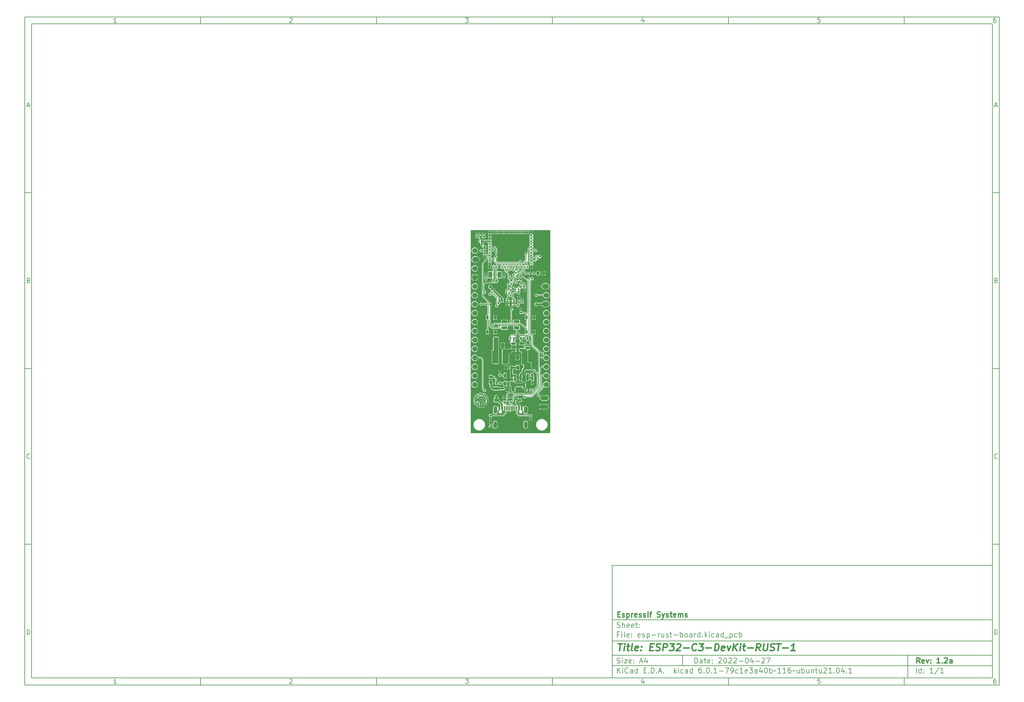
<source format=gbr>
G04 #@! TF.GenerationSoftware,KiCad,Pcbnew,6.0.1-79c1e3a40b~116~ubuntu21.04.1*
G04 #@! TF.CreationDate,2022-06-01T13:50:26+01:00*
G04 #@! TF.ProjectId,esp-rust-board,6573702d-7275-4737-942d-626f6172642e,1.2a*
G04 #@! TF.SameCoordinates,Original*
G04 #@! TF.FileFunction,Copper,L1,Top*
G04 #@! TF.FilePolarity,Positive*
%FSLAX46Y46*%
G04 Gerber Fmt 4.6, Leading zero omitted, Abs format (unit mm)*
G04 Created by KiCad (PCBNEW 6.0.1-79c1e3a40b~116~ubuntu21.04.1) date 2022-06-01 13:50:26*
%MOMM*%
%LPD*%
G01*
G04 APERTURE LIST*
G04 Aperture macros list*
%AMRoundRect*
0 Rectangle with rounded corners*
0 $1 Rounding radius*
0 $2 $3 $4 $5 $6 $7 $8 $9 X,Y pos of 4 corners*
0 Add a 4 corners polygon primitive as box body*
4,1,4,$2,$3,$4,$5,$6,$7,$8,$9,$2,$3,0*
0 Add four circle primitives for the rounded corners*
1,1,$1+$1,$2,$3*
1,1,$1+$1,$4,$5*
1,1,$1+$1,$6,$7*
1,1,$1+$1,$8,$9*
0 Add four rect primitives between the rounded corners*
20,1,$1+$1,$2,$3,$4,$5,0*
20,1,$1+$1,$4,$5,$6,$7,0*
20,1,$1+$1,$6,$7,$8,$9,0*
20,1,$1+$1,$8,$9,$2,$3,0*%
%AMFreePoly0*
4,1,20,0.635000,1.270000,0.635000,0.000000,0.634861,-0.013298,0.613363,-0.164350,0.556455,-0.305914,0.467422,-0.429816,0.351404,-0.528905,0.215099,-0.597459,0.066376,-0.631521,-0.086179,-0.629125,-0.233759,-0.590408,-0.367844,-0.517606,-0.480692,-0.414922,-0.565789,-0.288284,-0.618223,-0.145003,-0.634231,0.000000,-0.635000,0.000000,-0.635000,1.270000,0.000000,1.905000,0.635000,1.270000,
0.635000,1.270000,$1*%
%AMFreePoly1*
4,1,20,0.635000,0.000000,0.634861,-0.013298,0.613363,-0.164350,0.556455,-0.305914,0.467422,-0.429816,0.351404,-0.528905,0.215099,-0.597459,0.066376,-0.631521,-0.086179,-0.629125,-0.233759,-0.590408,-0.367844,-0.517606,-0.480692,-0.414922,-0.565789,-0.288284,-0.618223,-0.145003,-0.634231,0.000000,-0.635000,0.000000,-0.635000,1.905000,0.000000,1.270000,0.635000,1.905000,0.635000,0.000000,
0.635000,0.000000,$1*%
%AMFreePoly2*
4,1,49,0.002312,0.761665,0.005320,0.761981,0.174003,0.741867,0.334039,0.684881,0.477472,0.593856,0.597174,0.473315,0.687196,0.329249,0.743064,0.168820,0.762000,0.000000,0.761703,-0.021276,0.738060,-0.189502,0.677735,-0.348309,0.583726,-0.489804,0.460705,-0.606956,0.314786,-0.693941,0.153221,-0.746436,0.023340,-0.758256,0.017894,-0.760733,0.009500,-0.759516,0.008003,-0.759652,
0.000000,-0.762000,-0.635000,-0.762000,-0.657384,-0.758754,-0.662054,-0.759085,-0.664565,-0.757713,-0.671070,-0.756770,-0.697347,-0.739803,-0.724802,-0.724803,-1.359803,-0.089803,-1.381610,-0.060599,-1.383542,-0.051624,-1.389035,-0.044268,-1.390951,-0.017209,-1.396658,0.009301,-1.393436,0.017895,-1.394085,0.027055,-1.381079,0.050860,-1.371560,0.076254,-1.364205,0.081746,-1.359803,0.089803,
-0.724802,0.724803,-0.706680,0.738336,-0.703611,0.741872,-0.700865,0.742678,-0.695599,0.746610,-0.665018,0.753194,-0.635000,0.762000,0.000000,0.762000,0.002312,0.761665,0.002312,0.761665,$1*%
%AMFreePoly3*
4,1,48,0.657385,0.758754,0.662055,0.759085,0.664566,0.757713,0.671070,0.756770,0.697342,0.739806,0.724803,0.724803,1.359803,0.089802,1.381610,0.060599,1.383542,0.051625,1.389035,0.044269,1.390951,0.017212,1.396659,-0.009302,1.393437,-0.017898,1.394085,-0.027054,1.381082,-0.050854,1.371560,-0.076254,1.364204,-0.081747,1.359803,-0.089802,0.724803,-0.724803,0.706679,-0.738336,
0.703611,-0.741872,0.700866,-0.742677,0.695599,-0.746610,0.665023,-0.753192,0.635000,-0.762000,0.000000,-0.762000,-0.006861,-0.761005,-0.015958,-0.761833,-0.184344,-0.739365,-0.343569,-0.680150,-0.485717,-0.587131,-0.603725,-0.464931,-0.691726,-0.319622,-0.745348,-0.158429,-0.761926,0.010639,-0.740634,0.179178,-0.682532,0.338812,-0.590508,0.481606,-0.469134,0.600464,-0.324444,0.689478,
-0.163628,0.744224,-0.021304,0.759183,-0.017894,0.760733,-0.013128,0.760042,-0.003071,0.761099,0.000000,0.762000,0.635000,0.762000,0.657385,0.758754,0.657385,0.758754,$1*%
%AMFreePoly4*
4,1,6,0.725000,-0.725000,-0.725000,-0.725000,-0.725000,0.125000,-0.125000,0.725000,0.725000,0.725000,0.725000,-0.725000,0.725000,-0.725000,$1*%
G04 Aperture macros list end*
%ADD10C,0.100000*%
%ADD11C,0.150000*%
%ADD12C,0.300000*%
%ADD13C,0.400000*%
G04 #@! TA.AperFunction,EtchedComponent*
%ADD14C,0.010000*%
G04 #@! TD*
G04 #@! TA.AperFunction,SMDPad,CuDef*
%ADD15RoundRect,0.087500X0.087500X-0.187500X0.087500X0.187500X-0.087500X0.187500X-0.087500X-0.187500X0*%
G04 #@! TD*
G04 #@! TA.AperFunction,SMDPad,CuDef*
%ADD16RoundRect,0.087500X0.187500X-0.087500X0.187500X0.087500X-0.187500X0.087500X-0.187500X-0.087500X0*%
G04 #@! TD*
G04 #@! TA.AperFunction,SMDPad,CuDef*
%ADD17RoundRect,0.218750X0.218750X0.256250X-0.218750X0.256250X-0.218750X-0.256250X0.218750X-0.256250X0*%
G04 #@! TD*
G04 #@! TA.AperFunction,ComponentPad*
%ADD18FreePoly0,90.000000*%
G04 #@! TD*
G04 #@! TA.AperFunction,ComponentPad*
%ADD19FreePoly1,90.000000*%
G04 #@! TD*
G04 #@! TA.AperFunction,ComponentPad*
%ADD20FreePoly2,0.000000*%
G04 #@! TD*
G04 #@! TA.AperFunction,ComponentPad*
%ADD21C,1.524000*%
G04 #@! TD*
G04 #@! TA.AperFunction,ComponentPad*
%ADD22RoundRect,0.381000X-0.381000X-0.381000X0.381000X-0.381000X0.381000X0.381000X-0.381000X0.381000X0*%
G04 #@! TD*
G04 #@! TA.AperFunction,ComponentPad*
%ADD23FreePoly3,0.000000*%
G04 #@! TD*
G04 #@! TA.AperFunction,SMDPad,CuDef*
%ADD24R,1.000000X1.800000*%
G04 #@! TD*
G04 #@! TA.AperFunction,SMDPad,CuDef*
%ADD25RoundRect,0.140000X0.170000X-0.140000X0.170000X0.140000X-0.170000X0.140000X-0.170000X-0.140000X0*%
G04 #@! TD*
G04 #@! TA.AperFunction,SMDPad,CuDef*
%ADD26RoundRect,0.140000X-0.170000X0.140000X-0.170000X-0.140000X0.170000X-0.140000X0.170000X0.140000X0*%
G04 #@! TD*
G04 #@! TA.AperFunction,SMDPad,CuDef*
%ADD27RoundRect,0.135000X-0.135000X-0.185000X0.135000X-0.185000X0.135000X0.185000X-0.135000X0.185000X0*%
G04 #@! TD*
G04 #@! TA.AperFunction,SMDPad,CuDef*
%ADD28RoundRect,0.225000X0.225000X0.250000X-0.225000X0.250000X-0.225000X-0.250000X0.225000X-0.250000X0*%
G04 #@! TD*
G04 #@! TA.AperFunction,SMDPad,CuDef*
%ADD29R,0.700000X0.600000*%
G04 #@! TD*
G04 #@! TA.AperFunction,SMDPad,CuDef*
%ADD30R,1.450000X1.450000*%
G04 #@! TD*
G04 #@! TA.AperFunction,SMDPad,CuDef*
%ADD31R,0.400000X0.800000*%
G04 #@! TD*
G04 #@! TA.AperFunction,SMDPad,CuDef*
%ADD32FreePoly4,0.000000*%
G04 #@! TD*
G04 #@! TA.AperFunction,SMDPad,CuDef*
%ADD33R,0.700000X0.700000*%
G04 #@! TD*
G04 #@! TA.AperFunction,SMDPad,CuDef*
%ADD34R,0.800000X0.400000*%
G04 #@! TD*
G04 #@! TA.AperFunction,SMDPad,CuDef*
%ADD35RoundRect,0.135000X-0.185000X0.135000X-0.185000X-0.135000X0.185000X-0.135000X0.185000X0.135000X0*%
G04 #@! TD*
G04 #@! TA.AperFunction,SMDPad,CuDef*
%ADD36R,0.650000X1.050000*%
G04 #@! TD*
G04 #@! TA.AperFunction,SMDPad,CuDef*
%ADD37R,1.200000X0.900000*%
G04 #@! TD*
G04 #@! TA.AperFunction,SMDPad,CuDef*
%ADD38RoundRect,0.135000X0.185000X-0.135000X0.185000X0.135000X-0.185000X0.135000X-0.185000X-0.135000X0*%
G04 #@! TD*
G04 #@! TA.AperFunction,SMDPad,CuDef*
%ADD39R,0.700000X1.600000*%
G04 #@! TD*
G04 #@! TA.AperFunction,SMDPad,CuDef*
%ADD40RoundRect,0.014000X0.361000X0.161000X-0.361000X0.161000X-0.361000X-0.161000X0.361000X-0.161000X0*%
G04 #@! TD*
G04 #@! TA.AperFunction,SMDPad,CuDef*
%ADD41RoundRect,0.135000X0.135000X0.185000X-0.135000X0.185000X-0.135000X-0.185000X0.135000X-0.185000X0*%
G04 #@! TD*
G04 #@! TA.AperFunction,SMDPad,CuDef*
%ADD42RoundRect,0.218750X-0.256250X0.218750X-0.256250X-0.218750X0.256250X-0.218750X0.256250X0.218750X0*%
G04 #@! TD*
G04 #@! TA.AperFunction,SMDPad,CuDef*
%ADD43RoundRect,0.225000X-0.250000X0.225000X-0.250000X-0.225000X0.250000X-0.225000X0.250000X0.225000X0*%
G04 #@! TD*
G04 #@! TA.AperFunction,SMDPad,CuDef*
%ADD44RoundRect,0.225000X-0.225000X-0.250000X0.225000X-0.250000X0.225000X0.250000X-0.225000X0.250000X0*%
G04 #@! TD*
G04 #@! TA.AperFunction,SMDPad,CuDef*
%ADD45RoundRect,0.150000X0.150000X-0.512500X0.150000X0.512500X-0.150000X0.512500X-0.150000X-0.512500X0*%
G04 #@! TD*
G04 #@! TA.AperFunction,SMDPad,CuDef*
%ADD46RoundRect,0.250000X0.250000X0.475000X-0.250000X0.475000X-0.250000X-0.475000X0.250000X-0.475000X0*%
G04 #@! TD*
G04 #@! TA.AperFunction,SMDPad,CuDef*
%ADD47RoundRect,0.150000X-0.150000X0.587500X-0.150000X-0.587500X0.150000X-0.587500X0.150000X0.587500X0*%
G04 #@! TD*
G04 #@! TA.AperFunction,SMDPad,CuDef*
%ADD48RoundRect,0.250000X-0.250000X-0.475000X0.250000X-0.475000X0.250000X0.475000X-0.250000X0.475000X0*%
G04 #@! TD*
G04 #@! TA.AperFunction,SMDPad,CuDef*
%ADD49RoundRect,0.150000X-0.512500X-0.150000X0.512500X-0.150000X0.512500X0.150000X-0.512500X0.150000X0*%
G04 #@! TD*
G04 #@! TA.AperFunction,SMDPad,CuDef*
%ADD50R,1.500000X3.600000*%
G04 #@! TD*
G04 #@! TA.AperFunction,SMDPad,CuDef*
%ADD51R,0.900000X1.200000*%
G04 #@! TD*
G04 #@! TA.AperFunction,SMDPad,CuDef*
%ADD52R,0.600000X1.150000*%
G04 #@! TD*
G04 #@! TA.AperFunction,SMDPad,CuDef*
%ADD53R,0.300000X1.150000*%
G04 #@! TD*
G04 #@! TA.AperFunction,ComponentPad*
%ADD54O,1.050000X2.100000*%
G04 #@! TD*
G04 #@! TA.AperFunction,ComponentPad*
%ADD55O,1.000000X2.000000*%
G04 #@! TD*
G04 #@! TA.AperFunction,SMDPad,CuDef*
%ADD56R,1.600000X0.850000*%
G04 #@! TD*
G04 #@! TA.AperFunction,SMDPad,CuDef*
%ADD57RoundRect,0.036000X0.164000X0.314000X-0.164000X0.314000X-0.164000X-0.314000X0.164000X-0.314000X0*%
G04 #@! TD*
G04 #@! TA.AperFunction,ViaPad*
%ADD58C,0.600000*%
G04 #@! TD*
G04 #@! TA.AperFunction,ViaPad*
%ADD59C,0.800000*%
G04 #@! TD*
G04 #@! TA.AperFunction,Conductor*
%ADD60C,0.152400*%
G04 #@! TD*
G04 #@! TA.AperFunction,Conductor*
%ADD61C,0.508000*%
G04 #@! TD*
G04 #@! TA.AperFunction,Conductor*
%ADD62C,0.762000*%
G04 #@! TD*
G04 #@! TA.AperFunction,Conductor*
%ADD63C,0.250000*%
G04 #@! TD*
G04 #@! TA.AperFunction,Conductor*
%ADD64C,0.254000*%
G04 #@! TD*
G04 #@! TA.AperFunction,Conductor*
%ADD65C,0.406400*%
G04 #@! TD*
G04 #@! TA.AperFunction,Conductor*
%ADD66C,0.609600*%
G04 #@! TD*
G04 APERTURE END LIST*
D10*
D11*
X177002200Y-166007200D02*
X177002200Y-198007200D01*
X285002200Y-198007200D01*
X285002200Y-166007200D01*
X177002200Y-166007200D01*
D10*
D11*
X10000000Y-10000000D02*
X10000000Y-200007200D01*
X287002200Y-200007200D01*
X287002200Y-10000000D01*
X10000000Y-10000000D01*
D10*
D11*
X12000000Y-12000000D02*
X12000000Y-198007200D01*
X285002200Y-198007200D01*
X285002200Y-12000000D01*
X12000000Y-12000000D01*
D10*
D11*
X60000000Y-12000000D02*
X60000000Y-10000000D01*
D10*
D11*
X110000000Y-12000000D02*
X110000000Y-10000000D01*
D10*
D11*
X160000000Y-12000000D02*
X160000000Y-10000000D01*
D10*
D11*
X210000000Y-12000000D02*
X210000000Y-10000000D01*
D10*
D11*
X260000000Y-12000000D02*
X260000000Y-10000000D01*
D10*
D11*
X36065476Y-11588095D02*
X35322619Y-11588095D01*
X35694047Y-11588095D02*
X35694047Y-10288095D01*
X35570238Y-10473809D01*
X35446428Y-10597619D01*
X35322619Y-10659523D01*
D10*
D11*
X85322619Y-10411904D02*
X85384523Y-10350000D01*
X85508333Y-10288095D01*
X85817857Y-10288095D01*
X85941666Y-10350000D01*
X86003571Y-10411904D01*
X86065476Y-10535714D01*
X86065476Y-10659523D01*
X86003571Y-10845238D01*
X85260714Y-11588095D01*
X86065476Y-11588095D01*
D10*
D11*
X135260714Y-10288095D02*
X136065476Y-10288095D01*
X135632142Y-10783333D01*
X135817857Y-10783333D01*
X135941666Y-10845238D01*
X136003571Y-10907142D01*
X136065476Y-11030952D01*
X136065476Y-11340476D01*
X136003571Y-11464285D01*
X135941666Y-11526190D01*
X135817857Y-11588095D01*
X135446428Y-11588095D01*
X135322619Y-11526190D01*
X135260714Y-11464285D01*
D10*
D11*
X185941666Y-10721428D02*
X185941666Y-11588095D01*
X185632142Y-10226190D02*
X185322619Y-11154761D01*
X186127380Y-11154761D01*
D10*
D11*
X236003571Y-10288095D02*
X235384523Y-10288095D01*
X235322619Y-10907142D01*
X235384523Y-10845238D01*
X235508333Y-10783333D01*
X235817857Y-10783333D01*
X235941666Y-10845238D01*
X236003571Y-10907142D01*
X236065476Y-11030952D01*
X236065476Y-11340476D01*
X236003571Y-11464285D01*
X235941666Y-11526190D01*
X235817857Y-11588095D01*
X235508333Y-11588095D01*
X235384523Y-11526190D01*
X235322619Y-11464285D01*
D10*
D11*
X285941666Y-10288095D02*
X285694047Y-10288095D01*
X285570238Y-10350000D01*
X285508333Y-10411904D01*
X285384523Y-10597619D01*
X285322619Y-10845238D01*
X285322619Y-11340476D01*
X285384523Y-11464285D01*
X285446428Y-11526190D01*
X285570238Y-11588095D01*
X285817857Y-11588095D01*
X285941666Y-11526190D01*
X286003571Y-11464285D01*
X286065476Y-11340476D01*
X286065476Y-11030952D01*
X286003571Y-10907142D01*
X285941666Y-10845238D01*
X285817857Y-10783333D01*
X285570238Y-10783333D01*
X285446428Y-10845238D01*
X285384523Y-10907142D01*
X285322619Y-11030952D01*
D10*
D11*
X60000000Y-198007200D02*
X60000000Y-200007200D01*
D10*
D11*
X110000000Y-198007200D02*
X110000000Y-200007200D01*
D10*
D11*
X160000000Y-198007200D02*
X160000000Y-200007200D01*
D10*
D11*
X210000000Y-198007200D02*
X210000000Y-200007200D01*
D10*
D11*
X260000000Y-198007200D02*
X260000000Y-200007200D01*
D10*
D11*
X36065476Y-199595295D02*
X35322619Y-199595295D01*
X35694047Y-199595295D02*
X35694047Y-198295295D01*
X35570238Y-198481009D01*
X35446428Y-198604819D01*
X35322619Y-198666723D01*
D10*
D11*
X85322619Y-198419104D02*
X85384523Y-198357200D01*
X85508333Y-198295295D01*
X85817857Y-198295295D01*
X85941666Y-198357200D01*
X86003571Y-198419104D01*
X86065476Y-198542914D01*
X86065476Y-198666723D01*
X86003571Y-198852438D01*
X85260714Y-199595295D01*
X86065476Y-199595295D01*
D10*
D11*
X135260714Y-198295295D02*
X136065476Y-198295295D01*
X135632142Y-198790533D01*
X135817857Y-198790533D01*
X135941666Y-198852438D01*
X136003571Y-198914342D01*
X136065476Y-199038152D01*
X136065476Y-199347676D01*
X136003571Y-199471485D01*
X135941666Y-199533390D01*
X135817857Y-199595295D01*
X135446428Y-199595295D01*
X135322619Y-199533390D01*
X135260714Y-199471485D01*
D10*
D11*
X185941666Y-198728628D02*
X185941666Y-199595295D01*
X185632142Y-198233390D02*
X185322619Y-199161961D01*
X186127380Y-199161961D01*
D10*
D11*
X236003571Y-198295295D02*
X235384523Y-198295295D01*
X235322619Y-198914342D01*
X235384523Y-198852438D01*
X235508333Y-198790533D01*
X235817857Y-198790533D01*
X235941666Y-198852438D01*
X236003571Y-198914342D01*
X236065476Y-199038152D01*
X236065476Y-199347676D01*
X236003571Y-199471485D01*
X235941666Y-199533390D01*
X235817857Y-199595295D01*
X235508333Y-199595295D01*
X235384523Y-199533390D01*
X235322619Y-199471485D01*
D10*
D11*
X285941666Y-198295295D02*
X285694047Y-198295295D01*
X285570238Y-198357200D01*
X285508333Y-198419104D01*
X285384523Y-198604819D01*
X285322619Y-198852438D01*
X285322619Y-199347676D01*
X285384523Y-199471485D01*
X285446428Y-199533390D01*
X285570238Y-199595295D01*
X285817857Y-199595295D01*
X285941666Y-199533390D01*
X286003571Y-199471485D01*
X286065476Y-199347676D01*
X286065476Y-199038152D01*
X286003571Y-198914342D01*
X285941666Y-198852438D01*
X285817857Y-198790533D01*
X285570238Y-198790533D01*
X285446428Y-198852438D01*
X285384523Y-198914342D01*
X285322619Y-199038152D01*
D10*
D11*
X10000000Y-60000000D02*
X12000000Y-60000000D01*
D10*
D11*
X10000000Y-110000000D02*
X12000000Y-110000000D01*
D10*
D11*
X10000000Y-160000000D02*
X12000000Y-160000000D01*
D10*
D11*
X10690476Y-35216666D02*
X11309523Y-35216666D01*
X10566666Y-35588095D02*
X11000000Y-34288095D01*
X11433333Y-35588095D01*
D10*
D11*
X11092857Y-84907142D02*
X11278571Y-84969047D01*
X11340476Y-85030952D01*
X11402380Y-85154761D01*
X11402380Y-85340476D01*
X11340476Y-85464285D01*
X11278571Y-85526190D01*
X11154761Y-85588095D01*
X10659523Y-85588095D01*
X10659523Y-84288095D01*
X11092857Y-84288095D01*
X11216666Y-84350000D01*
X11278571Y-84411904D01*
X11340476Y-84535714D01*
X11340476Y-84659523D01*
X11278571Y-84783333D01*
X11216666Y-84845238D01*
X11092857Y-84907142D01*
X10659523Y-84907142D01*
D10*
D11*
X11402380Y-135464285D02*
X11340476Y-135526190D01*
X11154761Y-135588095D01*
X11030952Y-135588095D01*
X10845238Y-135526190D01*
X10721428Y-135402380D01*
X10659523Y-135278571D01*
X10597619Y-135030952D01*
X10597619Y-134845238D01*
X10659523Y-134597619D01*
X10721428Y-134473809D01*
X10845238Y-134350000D01*
X11030952Y-134288095D01*
X11154761Y-134288095D01*
X11340476Y-134350000D01*
X11402380Y-134411904D01*
D10*
D11*
X10659523Y-185588095D02*
X10659523Y-184288095D01*
X10969047Y-184288095D01*
X11154761Y-184350000D01*
X11278571Y-184473809D01*
X11340476Y-184597619D01*
X11402380Y-184845238D01*
X11402380Y-185030952D01*
X11340476Y-185278571D01*
X11278571Y-185402380D01*
X11154761Y-185526190D01*
X10969047Y-185588095D01*
X10659523Y-185588095D01*
D10*
D11*
X287002200Y-60000000D02*
X285002200Y-60000000D01*
D10*
D11*
X287002200Y-110000000D02*
X285002200Y-110000000D01*
D10*
D11*
X287002200Y-160000000D02*
X285002200Y-160000000D01*
D10*
D11*
X285692676Y-35216666D02*
X286311723Y-35216666D01*
X285568866Y-35588095D02*
X286002200Y-34288095D01*
X286435533Y-35588095D01*
D10*
D11*
X286095057Y-84907142D02*
X286280771Y-84969047D01*
X286342676Y-85030952D01*
X286404580Y-85154761D01*
X286404580Y-85340476D01*
X286342676Y-85464285D01*
X286280771Y-85526190D01*
X286156961Y-85588095D01*
X285661723Y-85588095D01*
X285661723Y-84288095D01*
X286095057Y-84288095D01*
X286218866Y-84350000D01*
X286280771Y-84411904D01*
X286342676Y-84535714D01*
X286342676Y-84659523D01*
X286280771Y-84783333D01*
X286218866Y-84845238D01*
X286095057Y-84907142D01*
X285661723Y-84907142D01*
D10*
D11*
X286404580Y-135464285D02*
X286342676Y-135526190D01*
X286156961Y-135588095D01*
X286033152Y-135588095D01*
X285847438Y-135526190D01*
X285723628Y-135402380D01*
X285661723Y-135278571D01*
X285599819Y-135030952D01*
X285599819Y-134845238D01*
X285661723Y-134597619D01*
X285723628Y-134473809D01*
X285847438Y-134350000D01*
X286033152Y-134288095D01*
X286156961Y-134288095D01*
X286342676Y-134350000D01*
X286404580Y-134411904D01*
D10*
D11*
X285661723Y-185588095D02*
X285661723Y-184288095D01*
X285971247Y-184288095D01*
X286156961Y-184350000D01*
X286280771Y-184473809D01*
X286342676Y-184597619D01*
X286404580Y-184845238D01*
X286404580Y-185030952D01*
X286342676Y-185278571D01*
X286280771Y-185402380D01*
X286156961Y-185526190D01*
X285971247Y-185588095D01*
X285661723Y-185588095D01*
D10*
D11*
X200434342Y-193785771D02*
X200434342Y-192285771D01*
X200791485Y-192285771D01*
X201005771Y-192357200D01*
X201148628Y-192500057D01*
X201220057Y-192642914D01*
X201291485Y-192928628D01*
X201291485Y-193142914D01*
X201220057Y-193428628D01*
X201148628Y-193571485D01*
X201005771Y-193714342D01*
X200791485Y-193785771D01*
X200434342Y-193785771D01*
X202577200Y-193785771D02*
X202577200Y-193000057D01*
X202505771Y-192857200D01*
X202362914Y-192785771D01*
X202077200Y-192785771D01*
X201934342Y-192857200D01*
X202577200Y-193714342D02*
X202434342Y-193785771D01*
X202077200Y-193785771D01*
X201934342Y-193714342D01*
X201862914Y-193571485D01*
X201862914Y-193428628D01*
X201934342Y-193285771D01*
X202077200Y-193214342D01*
X202434342Y-193214342D01*
X202577200Y-193142914D01*
X203077200Y-192785771D02*
X203648628Y-192785771D01*
X203291485Y-192285771D02*
X203291485Y-193571485D01*
X203362914Y-193714342D01*
X203505771Y-193785771D01*
X203648628Y-193785771D01*
X204720057Y-193714342D02*
X204577200Y-193785771D01*
X204291485Y-193785771D01*
X204148628Y-193714342D01*
X204077200Y-193571485D01*
X204077200Y-193000057D01*
X204148628Y-192857200D01*
X204291485Y-192785771D01*
X204577200Y-192785771D01*
X204720057Y-192857200D01*
X204791485Y-193000057D01*
X204791485Y-193142914D01*
X204077200Y-193285771D01*
X205434342Y-193642914D02*
X205505771Y-193714342D01*
X205434342Y-193785771D01*
X205362914Y-193714342D01*
X205434342Y-193642914D01*
X205434342Y-193785771D01*
X205434342Y-192857200D02*
X205505771Y-192928628D01*
X205434342Y-193000057D01*
X205362914Y-192928628D01*
X205434342Y-192857200D01*
X205434342Y-193000057D01*
X207220057Y-192428628D02*
X207291485Y-192357200D01*
X207434342Y-192285771D01*
X207791485Y-192285771D01*
X207934342Y-192357200D01*
X208005771Y-192428628D01*
X208077200Y-192571485D01*
X208077200Y-192714342D01*
X208005771Y-192928628D01*
X207148628Y-193785771D01*
X208077200Y-193785771D01*
X209005771Y-192285771D02*
X209148628Y-192285771D01*
X209291485Y-192357200D01*
X209362914Y-192428628D01*
X209434342Y-192571485D01*
X209505771Y-192857200D01*
X209505771Y-193214342D01*
X209434342Y-193500057D01*
X209362914Y-193642914D01*
X209291485Y-193714342D01*
X209148628Y-193785771D01*
X209005771Y-193785771D01*
X208862914Y-193714342D01*
X208791485Y-193642914D01*
X208720057Y-193500057D01*
X208648628Y-193214342D01*
X208648628Y-192857200D01*
X208720057Y-192571485D01*
X208791485Y-192428628D01*
X208862914Y-192357200D01*
X209005771Y-192285771D01*
X210077200Y-192428628D02*
X210148628Y-192357200D01*
X210291485Y-192285771D01*
X210648628Y-192285771D01*
X210791485Y-192357200D01*
X210862914Y-192428628D01*
X210934342Y-192571485D01*
X210934342Y-192714342D01*
X210862914Y-192928628D01*
X210005771Y-193785771D01*
X210934342Y-193785771D01*
X211505771Y-192428628D02*
X211577200Y-192357200D01*
X211720057Y-192285771D01*
X212077200Y-192285771D01*
X212220057Y-192357200D01*
X212291485Y-192428628D01*
X212362914Y-192571485D01*
X212362914Y-192714342D01*
X212291485Y-192928628D01*
X211434342Y-193785771D01*
X212362914Y-193785771D01*
X213005771Y-193214342D02*
X214148628Y-193214342D01*
X215148628Y-192285771D02*
X215291485Y-192285771D01*
X215434342Y-192357200D01*
X215505771Y-192428628D01*
X215577200Y-192571485D01*
X215648628Y-192857200D01*
X215648628Y-193214342D01*
X215577200Y-193500057D01*
X215505771Y-193642914D01*
X215434342Y-193714342D01*
X215291485Y-193785771D01*
X215148628Y-193785771D01*
X215005771Y-193714342D01*
X214934342Y-193642914D01*
X214862914Y-193500057D01*
X214791485Y-193214342D01*
X214791485Y-192857200D01*
X214862914Y-192571485D01*
X214934342Y-192428628D01*
X215005771Y-192357200D01*
X215148628Y-192285771D01*
X216934342Y-192785771D02*
X216934342Y-193785771D01*
X216577200Y-192214342D02*
X216220057Y-193285771D01*
X217148628Y-193285771D01*
X217720057Y-193214342D02*
X218862914Y-193214342D01*
X219505771Y-192428628D02*
X219577200Y-192357200D01*
X219720057Y-192285771D01*
X220077200Y-192285771D01*
X220220057Y-192357200D01*
X220291485Y-192428628D01*
X220362914Y-192571485D01*
X220362914Y-192714342D01*
X220291485Y-192928628D01*
X219434342Y-193785771D01*
X220362914Y-193785771D01*
X220862914Y-192285771D02*
X221862914Y-192285771D01*
X221220057Y-193785771D01*
D10*
D11*
X177002200Y-194507200D02*
X285002200Y-194507200D01*
D10*
D11*
X178434342Y-196585771D02*
X178434342Y-195085771D01*
X179291485Y-196585771D02*
X178648628Y-195728628D01*
X179291485Y-195085771D02*
X178434342Y-195942914D01*
X179934342Y-196585771D02*
X179934342Y-195585771D01*
X179934342Y-195085771D02*
X179862914Y-195157200D01*
X179934342Y-195228628D01*
X180005771Y-195157200D01*
X179934342Y-195085771D01*
X179934342Y-195228628D01*
X181505771Y-196442914D02*
X181434342Y-196514342D01*
X181220057Y-196585771D01*
X181077200Y-196585771D01*
X180862914Y-196514342D01*
X180720057Y-196371485D01*
X180648628Y-196228628D01*
X180577200Y-195942914D01*
X180577200Y-195728628D01*
X180648628Y-195442914D01*
X180720057Y-195300057D01*
X180862914Y-195157200D01*
X181077200Y-195085771D01*
X181220057Y-195085771D01*
X181434342Y-195157200D01*
X181505771Y-195228628D01*
X182791485Y-196585771D02*
X182791485Y-195800057D01*
X182720057Y-195657200D01*
X182577200Y-195585771D01*
X182291485Y-195585771D01*
X182148628Y-195657200D01*
X182791485Y-196514342D02*
X182648628Y-196585771D01*
X182291485Y-196585771D01*
X182148628Y-196514342D01*
X182077200Y-196371485D01*
X182077200Y-196228628D01*
X182148628Y-196085771D01*
X182291485Y-196014342D01*
X182648628Y-196014342D01*
X182791485Y-195942914D01*
X184148628Y-196585771D02*
X184148628Y-195085771D01*
X184148628Y-196514342D02*
X184005771Y-196585771D01*
X183720057Y-196585771D01*
X183577200Y-196514342D01*
X183505771Y-196442914D01*
X183434342Y-196300057D01*
X183434342Y-195871485D01*
X183505771Y-195728628D01*
X183577200Y-195657200D01*
X183720057Y-195585771D01*
X184005771Y-195585771D01*
X184148628Y-195657200D01*
X186005771Y-195800057D02*
X186505771Y-195800057D01*
X186720057Y-196585771D02*
X186005771Y-196585771D01*
X186005771Y-195085771D01*
X186720057Y-195085771D01*
X187362914Y-196442914D02*
X187434342Y-196514342D01*
X187362914Y-196585771D01*
X187291485Y-196514342D01*
X187362914Y-196442914D01*
X187362914Y-196585771D01*
X188077200Y-196585771D02*
X188077200Y-195085771D01*
X188434342Y-195085771D01*
X188648628Y-195157200D01*
X188791485Y-195300057D01*
X188862914Y-195442914D01*
X188934342Y-195728628D01*
X188934342Y-195942914D01*
X188862914Y-196228628D01*
X188791485Y-196371485D01*
X188648628Y-196514342D01*
X188434342Y-196585771D01*
X188077200Y-196585771D01*
X189577200Y-196442914D02*
X189648628Y-196514342D01*
X189577200Y-196585771D01*
X189505771Y-196514342D01*
X189577200Y-196442914D01*
X189577200Y-196585771D01*
X190220057Y-196157200D02*
X190934342Y-196157200D01*
X190077200Y-196585771D02*
X190577200Y-195085771D01*
X191077200Y-196585771D01*
X191577200Y-196442914D02*
X191648628Y-196514342D01*
X191577200Y-196585771D01*
X191505771Y-196514342D01*
X191577200Y-196442914D01*
X191577200Y-196585771D01*
X194577200Y-196585771D02*
X194577200Y-195085771D01*
X194720057Y-196014342D02*
X195148628Y-196585771D01*
X195148628Y-195585771D02*
X194577200Y-196157200D01*
X195791485Y-196585771D02*
X195791485Y-195585771D01*
X195791485Y-195085771D02*
X195720057Y-195157200D01*
X195791485Y-195228628D01*
X195862914Y-195157200D01*
X195791485Y-195085771D01*
X195791485Y-195228628D01*
X197148628Y-196514342D02*
X197005771Y-196585771D01*
X196720057Y-196585771D01*
X196577200Y-196514342D01*
X196505771Y-196442914D01*
X196434342Y-196300057D01*
X196434342Y-195871485D01*
X196505771Y-195728628D01*
X196577200Y-195657200D01*
X196720057Y-195585771D01*
X197005771Y-195585771D01*
X197148628Y-195657200D01*
X198434342Y-196585771D02*
X198434342Y-195800057D01*
X198362914Y-195657200D01*
X198220057Y-195585771D01*
X197934342Y-195585771D01*
X197791485Y-195657200D01*
X198434342Y-196514342D02*
X198291485Y-196585771D01*
X197934342Y-196585771D01*
X197791485Y-196514342D01*
X197720057Y-196371485D01*
X197720057Y-196228628D01*
X197791485Y-196085771D01*
X197934342Y-196014342D01*
X198291485Y-196014342D01*
X198434342Y-195942914D01*
X199791485Y-196585771D02*
X199791485Y-195085771D01*
X199791485Y-196514342D02*
X199648628Y-196585771D01*
X199362914Y-196585771D01*
X199220057Y-196514342D01*
X199148628Y-196442914D01*
X199077200Y-196300057D01*
X199077200Y-195871485D01*
X199148628Y-195728628D01*
X199220057Y-195657200D01*
X199362914Y-195585771D01*
X199648628Y-195585771D01*
X199791485Y-195657200D01*
X202291485Y-195085771D02*
X202005771Y-195085771D01*
X201862914Y-195157200D01*
X201791485Y-195228628D01*
X201648628Y-195442914D01*
X201577200Y-195728628D01*
X201577200Y-196300057D01*
X201648628Y-196442914D01*
X201720057Y-196514342D01*
X201862914Y-196585771D01*
X202148628Y-196585771D01*
X202291485Y-196514342D01*
X202362914Y-196442914D01*
X202434342Y-196300057D01*
X202434342Y-195942914D01*
X202362914Y-195800057D01*
X202291485Y-195728628D01*
X202148628Y-195657200D01*
X201862914Y-195657200D01*
X201720057Y-195728628D01*
X201648628Y-195800057D01*
X201577200Y-195942914D01*
X203077200Y-196442914D02*
X203148628Y-196514342D01*
X203077200Y-196585771D01*
X203005771Y-196514342D01*
X203077200Y-196442914D01*
X203077200Y-196585771D01*
X204077200Y-195085771D02*
X204220057Y-195085771D01*
X204362914Y-195157200D01*
X204434342Y-195228628D01*
X204505771Y-195371485D01*
X204577200Y-195657200D01*
X204577200Y-196014342D01*
X204505771Y-196300057D01*
X204434342Y-196442914D01*
X204362914Y-196514342D01*
X204220057Y-196585771D01*
X204077200Y-196585771D01*
X203934342Y-196514342D01*
X203862914Y-196442914D01*
X203791485Y-196300057D01*
X203720057Y-196014342D01*
X203720057Y-195657200D01*
X203791485Y-195371485D01*
X203862914Y-195228628D01*
X203934342Y-195157200D01*
X204077200Y-195085771D01*
X205220057Y-196442914D02*
X205291485Y-196514342D01*
X205220057Y-196585771D01*
X205148628Y-196514342D01*
X205220057Y-196442914D01*
X205220057Y-196585771D01*
X206720057Y-196585771D02*
X205862914Y-196585771D01*
X206291485Y-196585771D02*
X206291485Y-195085771D01*
X206148628Y-195300057D01*
X206005771Y-195442914D01*
X205862914Y-195514342D01*
X207362914Y-196014342D02*
X208505771Y-196014342D01*
X209077200Y-195085771D02*
X210077200Y-195085771D01*
X209434342Y-196585771D01*
X210720057Y-196585771D02*
X211005771Y-196585771D01*
X211148628Y-196514342D01*
X211220057Y-196442914D01*
X211362914Y-196228628D01*
X211434342Y-195942914D01*
X211434342Y-195371485D01*
X211362914Y-195228628D01*
X211291485Y-195157200D01*
X211148628Y-195085771D01*
X210862914Y-195085771D01*
X210720057Y-195157200D01*
X210648628Y-195228628D01*
X210577200Y-195371485D01*
X210577200Y-195728628D01*
X210648628Y-195871485D01*
X210720057Y-195942914D01*
X210862914Y-196014342D01*
X211148628Y-196014342D01*
X211291485Y-195942914D01*
X211362914Y-195871485D01*
X211434342Y-195728628D01*
X212720057Y-196514342D02*
X212577200Y-196585771D01*
X212291485Y-196585771D01*
X212148628Y-196514342D01*
X212077200Y-196442914D01*
X212005771Y-196300057D01*
X212005771Y-195871485D01*
X212077200Y-195728628D01*
X212148628Y-195657200D01*
X212291485Y-195585771D01*
X212577200Y-195585771D01*
X212720057Y-195657200D01*
X214148628Y-196585771D02*
X213291485Y-196585771D01*
X213720057Y-196585771D02*
X213720057Y-195085771D01*
X213577200Y-195300057D01*
X213434342Y-195442914D01*
X213291485Y-195514342D01*
X215362914Y-196514342D02*
X215220057Y-196585771D01*
X214934342Y-196585771D01*
X214791485Y-196514342D01*
X214720057Y-196371485D01*
X214720057Y-195800057D01*
X214791485Y-195657200D01*
X214934342Y-195585771D01*
X215220057Y-195585771D01*
X215362914Y-195657200D01*
X215434342Y-195800057D01*
X215434342Y-195942914D01*
X214720057Y-196085771D01*
X215934342Y-195085771D02*
X216862914Y-195085771D01*
X216362914Y-195657200D01*
X216577200Y-195657200D01*
X216720057Y-195728628D01*
X216791485Y-195800057D01*
X216862914Y-195942914D01*
X216862914Y-196300057D01*
X216791485Y-196442914D01*
X216720057Y-196514342D01*
X216577200Y-196585771D01*
X216148628Y-196585771D01*
X216005771Y-196514342D01*
X215934342Y-196442914D01*
X218148628Y-196585771D02*
X218148628Y-195800057D01*
X218077200Y-195657200D01*
X217934342Y-195585771D01*
X217648628Y-195585771D01*
X217505771Y-195657200D01*
X218148628Y-196514342D02*
X218005771Y-196585771D01*
X217648628Y-196585771D01*
X217505771Y-196514342D01*
X217434342Y-196371485D01*
X217434342Y-196228628D01*
X217505771Y-196085771D01*
X217648628Y-196014342D01*
X218005771Y-196014342D01*
X218148628Y-195942914D01*
X219505771Y-195585771D02*
X219505771Y-196585771D01*
X219148628Y-195014342D02*
X218791485Y-196085771D01*
X219720057Y-196085771D01*
X220577200Y-195085771D02*
X220720057Y-195085771D01*
X220862914Y-195157200D01*
X220934342Y-195228628D01*
X221005771Y-195371485D01*
X221077200Y-195657200D01*
X221077200Y-196014342D01*
X221005771Y-196300057D01*
X220934342Y-196442914D01*
X220862914Y-196514342D01*
X220720057Y-196585771D01*
X220577200Y-196585771D01*
X220434342Y-196514342D01*
X220362914Y-196442914D01*
X220291485Y-196300057D01*
X220220057Y-196014342D01*
X220220057Y-195657200D01*
X220291485Y-195371485D01*
X220362914Y-195228628D01*
X220434342Y-195157200D01*
X220577200Y-195085771D01*
X221720057Y-196585771D02*
X221720057Y-195085771D01*
X221720057Y-195657200D02*
X221862914Y-195585771D01*
X222148628Y-195585771D01*
X222291485Y-195657200D01*
X222362914Y-195728628D01*
X222434342Y-195871485D01*
X222434342Y-196300057D01*
X222362914Y-196442914D01*
X222291485Y-196514342D01*
X222148628Y-196585771D01*
X221862914Y-196585771D01*
X221720057Y-196514342D01*
X222862914Y-196014342D02*
X222934342Y-195942914D01*
X223077200Y-195871485D01*
X223362914Y-196014342D01*
X223505771Y-195942914D01*
X223577200Y-195871485D01*
X224934342Y-196585771D02*
X224077200Y-196585771D01*
X224505771Y-196585771D02*
X224505771Y-195085771D01*
X224362914Y-195300057D01*
X224220057Y-195442914D01*
X224077200Y-195514342D01*
X226362914Y-196585771D02*
X225505771Y-196585771D01*
X225934342Y-196585771D02*
X225934342Y-195085771D01*
X225791485Y-195300057D01*
X225648628Y-195442914D01*
X225505771Y-195514342D01*
X227648628Y-195085771D02*
X227362914Y-195085771D01*
X227220057Y-195157200D01*
X227148628Y-195228628D01*
X227005771Y-195442914D01*
X226934342Y-195728628D01*
X226934342Y-196300057D01*
X227005771Y-196442914D01*
X227077199Y-196514342D01*
X227220057Y-196585771D01*
X227505771Y-196585771D01*
X227648628Y-196514342D01*
X227720057Y-196442914D01*
X227791485Y-196300057D01*
X227791485Y-195942914D01*
X227720057Y-195800057D01*
X227648628Y-195728628D01*
X227505771Y-195657200D01*
X227220057Y-195657200D01*
X227077199Y-195728628D01*
X227005771Y-195800057D01*
X226934342Y-195942914D01*
X228220057Y-196014342D02*
X228291485Y-195942914D01*
X228434342Y-195871485D01*
X228720057Y-196014342D01*
X228862914Y-195942914D01*
X228934342Y-195871485D01*
X230148628Y-195585771D02*
X230148628Y-196585771D01*
X229505771Y-195585771D02*
X229505771Y-196371485D01*
X229577199Y-196514342D01*
X229720057Y-196585771D01*
X229934342Y-196585771D01*
X230077199Y-196514342D01*
X230148628Y-196442914D01*
X230862914Y-196585771D02*
X230862914Y-195085771D01*
X230862914Y-195657200D02*
X231005771Y-195585771D01*
X231291485Y-195585771D01*
X231434342Y-195657200D01*
X231505771Y-195728628D01*
X231577200Y-195871485D01*
X231577200Y-196300057D01*
X231505771Y-196442914D01*
X231434342Y-196514342D01*
X231291485Y-196585771D01*
X231005771Y-196585771D01*
X230862914Y-196514342D01*
X232862914Y-195585771D02*
X232862914Y-196585771D01*
X232220057Y-195585771D02*
X232220057Y-196371485D01*
X232291485Y-196514342D01*
X232434342Y-196585771D01*
X232648628Y-196585771D01*
X232791485Y-196514342D01*
X232862914Y-196442914D01*
X233577200Y-195585771D02*
X233577200Y-196585771D01*
X233577200Y-195728628D02*
X233648628Y-195657200D01*
X233791485Y-195585771D01*
X234005771Y-195585771D01*
X234148628Y-195657200D01*
X234220057Y-195800057D01*
X234220057Y-196585771D01*
X234720057Y-195585771D02*
X235291485Y-195585771D01*
X234934342Y-195085771D02*
X234934342Y-196371485D01*
X235005771Y-196514342D01*
X235148628Y-196585771D01*
X235291485Y-196585771D01*
X236434342Y-195585771D02*
X236434342Y-196585771D01*
X235791485Y-195585771D02*
X235791485Y-196371485D01*
X235862914Y-196514342D01*
X236005771Y-196585771D01*
X236220057Y-196585771D01*
X236362914Y-196514342D01*
X236434342Y-196442914D01*
X237077200Y-195228628D02*
X237148628Y-195157200D01*
X237291485Y-195085771D01*
X237648628Y-195085771D01*
X237791485Y-195157200D01*
X237862914Y-195228628D01*
X237934342Y-195371485D01*
X237934342Y-195514342D01*
X237862914Y-195728628D01*
X237005771Y-196585771D01*
X237934342Y-196585771D01*
X239362914Y-196585771D02*
X238505771Y-196585771D01*
X238934342Y-196585771D02*
X238934342Y-195085771D01*
X238791485Y-195300057D01*
X238648628Y-195442914D01*
X238505771Y-195514342D01*
X240005771Y-196442914D02*
X240077199Y-196514342D01*
X240005771Y-196585771D01*
X239934342Y-196514342D01*
X240005771Y-196442914D01*
X240005771Y-196585771D01*
X241005771Y-195085771D02*
X241148628Y-195085771D01*
X241291485Y-195157200D01*
X241362914Y-195228628D01*
X241434342Y-195371485D01*
X241505771Y-195657200D01*
X241505771Y-196014342D01*
X241434342Y-196300057D01*
X241362914Y-196442914D01*
X241291485Y-196514342D01*
X241148628Y-196585771D01*
X241005771Y-196585771D01*
X240862914Y-196514342D01*
X240791485Y-196442914D01*
X240720057Y-196300057D01*
X240648628Y-196014342D01*
X240648628Y-195657200D01*
X240720057Y-195371485D01*
X240791485Y-195228628D01*
X240862914Y-195157200D01*
X241005771Y-195085771D01*
X242791485Y-195585771D02*
X242791485Y-196585771D01*
X242434342Y-195014342D02*
X242077199Y-196085771D01*
X243005771Y-196085771D01*
X243577199Y-196442914D02*
X243648628Y-196514342D01*
X243577199Y-196585771D01*
X243505771Y-196514342D01*
X243577199Y-196442914D01*
X243577199Y-196585771D01*
X245077199Y-196585771D02*
X244220057Y-196585771D01*
X244648628Y-196585771D02*
X244648628Y-195085771D01*
X244505771Y-195300057D01*
X244362914Y-195442914D01*
X244220057Y-195514342D01*
D10*
D11*
X177002200Y-191507200D02*
X285002200Y-191507200D01*
D10*
D12*
X264411485Y-193785771D02*
X263911485Y-193071485D01*
X263554342Y-193785771D02*
X263554342Y-192285771D01*
X264125771Y-192285771D01*
X264268628Y-192357200D01*
X264340057Y-192428628D01*
X264411485Y-192571485D01*
X264411485Y-192785771D01*
X264340057Y-192928628D01*
X264268628Y-193000057D01*
X264125771Y-193071485D01*
X263554342Y-193071485D01*
X265625771Y-193714342D02*
X265482914Y-193785771D01*
X265197200Y-193785771D01*
X265054342Y-193714342D01*
X264982914Y-193571485D01*
X264982914Y-193000057D01*
X265054342Y-192857200D01*
X265197200Y-192785771D01*
X265482914Y-192785771D01*
X265625771Y-192857200D01*
X265697200Y-193000057D01*
X265697200Y-193142914D01*
X264982914Y-193285771D01*
X266197200Y-192785771D02*
X266554342Y-193785771D01*
X266911485Y-192785771D01*
X267482914Y-193642914D02*
X267554342Y-193714342D01*
X267482914Y-193785771D01*
X267411485Y-193714342D01*
X267482914Y-193642914D01*
X267482914Y-193785771D01*
X267482914Y-192857200D02*
X267554342Y-192928628D01*
X267482914Y-193000057D01*
X267411485Y-192928628D01*
X267482914Y-192857200D01*
X267482914Y-193000057D01*
X270125771Y-193785771D02*
X269268628Y-193785771D01*
X269697200Y-193785771D02*
X269697200Y-192285771D01*
X269554342Y-192500057D01*
X269411485Y-192642914D01*
X269268628Y-192714342D01*
X270768628Y-193642914D02*
X270840057Y-193714342D01*
X270768628Y-193785771D01*
X270697200Y-193714342D01*
X270768628Y-193642914D01*
X270768628Y-193785771D01*
X271411485Y-192428628D02*
X271482914Y-192357200D01*
X271625771Y-192285771D01*
X271982914Y-192285771D01*
X272125771Y-192357200D01*
X272197200Y-192428628D01*
X272268628Y-192571485D01*
X272268628Y-192714342D01*
X272197200Y-192928628D01*
X271340057Y-193785771D01*
X272268628Y-193785771D01*
X273554342Y-193785771D02*
X273554342Y-193000057D01*
X273482914Y-192857200D01*
X273340057Y-192785771D01*
X273054342Y-192785771D01*
X272911485Y-192857200D01*
X273554342Y-193714342D02*
X273411485Y-193785771D01*
X273054342Y-193785771D01*
X272911485Y-193714342D01*
X272840057Y-193571485D01*
X272840057Y-193428628D01*
X272911485Y-193285771D01*
X273054342Y-193214342D01*
X273411485Y-193214342D01*
X273554342Y-193142914D01*
D10*
D11*
X178362914Y-193714342D02*
X178577200Y-193785771D01*
X178934342Y-193785771D01*
X179077200Y-193714342D01*
X179148628Y-193642914D01*
X179220057Y-193500057D01*
X179220057Y-193357200D01*
X179148628Y-193214342D01*
X179077200Y-193142914D01*
X178934342Y-193071485D01*
X178648628Y-193000057D01*
X178505771Y-192928628D01*
X178434342Y-192857200D01*
X178362914Y-192714342D01*
X178362914Y-192571485D01*
X178434342Y-192428628D01*
X178505771Y-192357200D01*
X178648628Y-192285771D01*
X179005771Y-192285771D01*
X179220057Y-192357200D01*
X179862914Y-193785771D02*
X179862914Y-192785771D01*
X179862914Y-192285771D02*
X179791485Y-192357200D01*
X179862914Y-192428628D01*
X179934342Y-192357200D01*
X179862914Y-192285771D01*
X179862914Y-192428628D01*
X180434342Y-192785771D02*
X181220057Y-192785771D01*
X180434342Y-193785771D01*
X181220057Y-193785771D01*
X182362914Y-193714342D02*
X182220057Y-193785771D01*
X181934342Y-193785771D01*
X181791485Y-193714342D01*
X181720057Y-193571485D01*
X181720057Y-193000057D01*
X181791485Y-192857200D01*
X181934342Y-192785771D01*
X182220057Y-192785771D01*
X182362914Y-192857200D01*
X182434342Y-193000057D01*
X182434342Y-193142914D01*
X181720057Y-193285771D01*
X183077200Y-193642914D02*
X183148628Y-193714342D01*
X183077200Y-193785771D01*
X183005771Y-193714342D01*
X183077200Y-193642914D01*
X183077200Y-193785771D01*
X183077200Y-192857200D02*
X183148628Y-192928628D01*
X183077200Y-193000057D01*
X183005771Y-192928628D01*
X183077200Y-192857200D01*
X183077200Y-193000057D01*
X184862914Y-193357200D02*
X185577200Y-193357200D01*
X184720057Y-193785771D02*
X185220057Y-192285771D01*
X185720057Y-193785771D01*
X186862914Y-192785771D02*
X186862914Y-193785771D01*
X186505771Y-192214342D02*
X186148628Y-193285771D01*
X187077200Y-193285771D01*
D10*
D11*
X263434342Y-196585771D02*
X263434342Y-195085771D01*
X264791485Y-196585771D02*
X264791485Y-195085771D01*
X264791485Y-196514342D02*
X264648628Y-196585771D01*
X264362914Y-196585771D01*
X264220057Y-196514342D01*
X264148628Y-196442914D01*
X264077200Y-196300057D01*
X264077200Y-195871485D01*
X264148628Y-195728628D01*
X264220057Y-195657200D01*
X264362914Y-195585771D01*
X264648628Y-195585771D01*
X264791485Y-195657200D01*
X265505771Y-196442914D02*
X265577200Y-196514342D01*
X265505771Y-196585771D01*
X265434342Y-196514342D01*
X265505771Y-196442914D01*
X265505771Y-196585771D01*
X265505771Y-195657200D02*
X265577200Y-195728628D01*
X265505771Y-195800057D01*
X265434342Y-195728628D01*
X265505771Y-195657200D01*
X265505771Y-195800057D01*
X268148628Y-196585771D02*
X267291485Y-196585771D01*
X267720057Y-196585771D02*
X267720057Y-195085771D01*
X267577200Y-195300057D01*
X267434342Y-195442914D01*
X267291485Y-195514342D01*
X269862914Y-195014342D02*
X268577200Y-196942914D01*
X271148628Y-196585771D02*
X270291485Y-196585771D01*
X270720057Y-196585771D02*
X270720057Y-195085771D01*
X270577200Y-195300057D01*
X270434342Y-195442914D01*
X270291485Y-195514342D01*
D10*
D11*
X177002200Y-187507200D02*
X285002200Y-187507200D01*
D10*
D13*
X178714580Y-188211961D02*
X179857438Y-188211961D01*
X179036009Y-190211961D02*
X179286009Y-188211961D01*
X180274104Y-190211961D02*
X180440771Y-188878628D01*
X180524104Y-188211961D02*
X180416961Y-188307200D01*
X180500295Y-188402438D01*
X180607438Y-188307200D01*
X180524104Y-188211961D01*
X180500295Y-188402438D01*
X181107438Y-188878628D02*
X181869342Y-188878628D01*
X181476485Y-188211961D02*
X181262200Y-189926247D01*
X181333628Y-190116723D01*
X181512200Y-190211961D01*
X181702676Y-190211961D01*
X182655057Y-190211961D02*
X182476485Y-190116723D01*
X182405057Y-189926247D01*
X182619342Y-188211961D01*
X184190771Y-190116723D02*
X183988390Y-190211961D01*
X183607438Y-190211961D01*
X183428866Y-190116723D01*
X183357438Y-189926247D01*
X183452676Y-189164342D01*
X183571723Y-188973866D01*
X183774104Y-188878628D01*
X184155057Y-188878628D01*
X184333628Y-188973866D01*
X184405057Y-189164342D01*
X184381247Y-189354819D01*
X183405057Y-189545295D01*
X185155057Y-190021485D02*
X185238390Y-190116723D01*
X185131247Y-190211961D01*
X185047914Y-190116723D01*
X185155057Y-190021485D01*
X185131247Y-190211961D01*
X185286009Y-188973866D02*
X185369342Y-189069104D01*
X185262200Y-189164342D01*
X185178866Y-189069104D01*
X185286009Y-188973866D01*
X185262200Y-189164342D01*
X187738390Y-189164342D02*
X188405057Y-189164342D01*
X188559819Y-190211961D02*
X187607438Y-190211961D01*
X187857438Y-188211961D01*
X188809819Y-188211961D01*
X189333628Y-190116723D02*
X189607438Y-190211961D01*
X190083628Y-190211961D01*
X190286009Y-190116723D01*
X190393152Y-190021485D01*
X190512200Y-189831009D01*
X190536009Y-189640533D01*
X190464580Y-189450057D01*
X190381247Y-189354819D01*
X190202676Y-189259580D01*
X189833628Y-189164342D01*
X189655057Y-189069104D01*
X189571723Y-188973866D01*
X189500295Y-188783390D01*
X189524104Y-188592914D01*
X189643152Y-188402438D01*
X189750295Y-188307200D01*
X189952676Y-188211961D01*
X190428866Y-188211961D01*
X190702676Y-188307200D01*
X191321723Y-190211961D02*
X191571723Y-188211961D01*
X192333628Y-188211961D01*
X192512200Y-188307200D01*
X192595533Y-188402438D01*
X192666961Y-188592914D01*
X192631247Y-188878628D01*
X192512200Y-189069104D01*
X192405057Y-189164342D01*
X192202676Y-189259580D01*
X191440771Y-189259580D01*
X193381247Y-188211961D02*
X194619342Y-188211961D01*
X193857438Y-188973866D01*
X194143152Y-188973866D01*
X194321723Y-189069104D01*
X194405057Y-189164342D01*
X194476485Y-189354819D01*
X194416961Y-189831009D01*
X194297914Y-190021485D01*
X194190771Y-190116723D01*
X193988390Y-190211961D01*
X193416961Y-190211961D01*
X193238390Y-190116723D01*
X193155057Y-190021485D01*
X195357438Y-188402438D02*
X195464580Y-188307200D01*
X195666961Y-188211961D01*
X196143152Y-188211961D01*
X196321723Y-188307200D01*
X196405057Y-188402438D01*
X196476485Y-188592914D01*
X196452676Y-188783390D01*
X196321723Y-189069104D01*
X195036009Y-190211961D01*
X196274104Y-190211961D01*
X197226485Y-189450057D02*
X198750295Y-189450057D01*
X200774104Y-190021485D02*
X200666961Y-190116723D01*
X200369342Y-190211961D01*
X200178866Y-190211961D01*
X199905057Y-190116723D01*
X199738390Y-189926247D01*
X199666961Y-189735771D01*
X199619342Y-189354819D01*
X199655057Y-189069104D01*
X199797914Y-188688152D01*
X199916961Y-188497676D01*
X200131247Y-188307200D01*
X200428866Y-188211961D01*
X200619342Y-188211961D01*
X200893152Y-188307200D01*
X200976485Y-188402438D01*
X201666961Y-188211961D02*
X202905057Y-188211961D01*
X202143152Y-188973866D01*
X202428866Y-188973866D01*
X202607438Y-189069104D01*
X202690771Y-189164342D01*
X202762200Y-189354819D01*
X202702676Y-189831009D01*
X202583628Y-190021485D01*
X202476485Y-190116723D01*
X202274104Y-190211961D01*
X201702676Y-190211961D01*
X201524104Y-190116723D01*
X201440771Y-190021485D01*
X203607438Y-189450057D02*
X205131247Y-189450057D01*
X205988390Y-190211961D02*
X206238390Y-188211961D01*
X206714580Y-188211961D01*
X206988390Y-188307200D01*
X207155057Y-188497676D01*
X207226485Y-188688152D01*
X207274104Y-189069104D01*
X207238390Y-189354819D01*
X207095533Y-189735771D01*
X206976485Y-189926247D01*
X206762200Y-190116723D01*
X206464580Y-190211961D01*
X205988390Y-190211961D01*
X208762200Y-190116723D02*
X208559819Y-190211961D01*
X208178866Y-190211961D01*
X208000295Y-190116723D01*
X207928866Y-189926247D01*
X208024104Y-189164342D01*
X208143152Y-188973866D01*
X208345533Y-188878628D01*
X208726485Y-188878628D01*
X208905057Y-188973866D01*
X208976485Y-189164342D01*
X208952676Y-189354819D01*
X207976485Y-189545295D01*
X209678866Y-188878628D02*
X209988390Y-190211961D01*
X210631247Y-188878628D01*
X211226485Y-190211961D02*
X211476485Y-188211961D01*
X212369342Y-190211961D02*
X211655057Y-189069104D01*
X212619342Y-188211961D02*
X211333628Y-189354819D01*
X213226485Y-190211961D02*
X213393152Y-188878628D01*
X213476485Y-188211961D02*
X213369342Y-188307200D01*
X213452676Y-188402438D01*
X213559819Y-188307200D01*
X213476485Y-188211961D01*
X213452676Y-188402438D01*
X214059819Y-188878628D02*
X214821723Y-188878628D01*
X214428866Y-188211961D02*
X214214580Y-189926247D01*
X214286009Y-190116723D01*
X214464580Y-190211961D01*
X214655057Y-190211961D01*
X215416961Y-189450057D02*
X216940771Y-189450057D01*
X218940771Y-190211961D02*
X218393152Y-189259580D01*
X217797914Y-190211961D02*
X218047914Y-188211961D01*
X218809819Y-188211961D01*
X218988390Y-188307200D01*
X219071723Y-188402438D01*
X219143152Y-188592914D01*
X219107438Y-188878628D01*
X218988390Y-189069104D01*
X218881247Y-189164342D01*
X218678866Y-189259580D01*
X217916961Y-189259580D01*
X220047914Y-188211961D02*
X219845533Y-189831009D01*
X219916961Y-190021485D01*
X220000295Y-190116723D01*
X220178866Y-190211961D01*
X220559819Y-190211961D01*
X220762200Y-190116723D01*
X220869342Y-190021485D01*
X220988390Y-189831009D01*
X221190771Y-188211961D01*
X221809819Y-190116723D02*
X222083628Y-190211961D01*
X222559819Y-190211961D01*
X222762200Y-190116723D01*
X222869342Y-190021485D01*
X222988390Y-189831009D01*
X223012200Y-189640533D01*
X222940771Y-189450057D01*
X222857438Y-189354819D01*
X222678866Y-189259580D01*
X222309819Y-189164342D01*
X222131247Y-189069104D01*
X222047914Y-188973866D01*
X221976485Y-188783390D01*
X222000295Y-188592914D01*
X222119342Y-188402438D01*
X222226485Y-188307200D01*
X222428866Y-188211961D01*
X222905057Y-188211961D01*
X223178866Y-188307200D01*
X223762200Y-188211961D02*
X224905057Y-188211961D01*
X224083628Y-190211961D02*
X224333628Y-188211961D01*
X225416961Y-189450057D02*
X226940771Y-189450057D01*
X228845533Y-190211961D02*
X227702676Y-190211961D01*
X228274104Y-190211961D02*
X228524104Y-188211961D01*
X228297914Y-188497676D01*
X228083628Y-188688152D01*
X227881247Y-188783390D01*
D10*
D11*
X178934342Y-185600057D02*
X178434342Y-185600057D01*
X178434342Y-186385771D02*
X178434342Y-184885771D01*
X179148628Y-184885771D01*
X179720057Y-186385771D02*
X179720057Y-185385771D01*
X179720057Y-184885771D02*
X179648628Y-184957200D01*
X179720057Y-185028628D01*
X179791485Y-184957200D01*
X179720057Y-184885771D01*
X179720057Y-185028628D01*
X180648628Y-186385771D02*
X180505771Y-186314342D01*
X180434342Y-186171485D01*
X180434342Y-184885771D01*
X181791485Y-186314342D02*
X181648628Y-186385771D01*
X181362914Y-186385771D01*
X181220057Y-186314342D01*
X181148628Y-186171485D01*
X181148628Y-185600057D01*
X181220057Y-185457200D01*
X181362914Y-185385771D01*
X181648628Y-185385771D01*
X181791485Y-185457200D01*
X181862914Y-185600057D01*
X181862914Y-185742914D01*
X181148628Y-185885771D01*
X182505771Y-186242914D02*
X182577200Y-186314342D01*
X182505771Y-186385771D01*
X182434342Y-186314342D01*
X182505771Y-186242914D01*
X182505771Y-186385771D01*
X182505771Y-185457200D02*
X182577200Y-185528628D01*
X182505771Y-185600057D01*
X182434342Y-185528628D01*
X182505771Y-185457200D01*
X182505771Y-185600057D01*
X184934342Y-186314342D02*
X184791485Y-186385771D01*
X184505771Y-186385771D01*
X184362914Y-186314342D01*
X184291485Y-186171485D01*
X184291485Y-185600057D01*
X184362914Y-185457200D01*
X184505771Y-185385771D01*
X184791485Y-185385771D01*
X184934342Y-185457200D01*
X185005771Y-185600057D01*
X185005771Y-185742914D01*
X184291485Y-185885771D01*
X185577200Y-186314342D02*
X185720057Y-186385771D01*
X186005771Y-186385771D01*
X186148628Y-186314342D01*
X186220057Y-186171485D01*
X186220057Y-186100057D01*
X186148628Y-185957200D01*
X186005771Y-185885771D01*
X185791485Y-185885771D01*
X185648628Y-185814342D01*
X185577200Y-185671485D01*
X185577200Y-185600057D01*
X185648628Y-185457200D01*
X185791485Y-185385771D01*
X186005771Y-185385771D01*
X186148628Y-185457200D01*
X186862914Y-185385771D02*
X186862914Y-186885771D01*
X186862914Y-185457200D02*
X187005771Y-185385771D01*
X187291485Y-185385771D01*
X187434342Y-185457200D01*
X187505771Y-185528628D01*
X187577200Y-185671485D01*
X187577200Y-186100057D01*
X187505771Y-186242914D01*
X187434342Y-186314342D01*
X187291485Y-186385771D01*
X187005771Y-186385771D01*
X186862914Y-186314342D01*
X188220057Y-185814342D02*
X189362914Y-185814342D01*
X190077200Y-186385771D02*
X190077200Y-185385771D01*
X190077200Y-185671485D02*
X190148628Y-185528628D01*
X190220057Y-185457200D01*
X190362914Y-185385771D01*
X190505771Y-185385771D01*
X191648628Y-185385771D02*
X191648628Y-186385771D01*
X191005771Y-185385771D02*
X191005771Y-186171485D01*
X191077200Y-186314342D01*
X191220057Y-186385771D01*
X191434342Y-186385771D01*
X191577200Y-186314342D01*
X191648628Y-186242914D01*
X192291485Y-186314342D02*
X192434342Y-186385771D01*
X192720057Y-186385771D01*
X192862914Y-186314342D01*
X192934342Y-186171485D01*
X192934342Y-186100057D01*
X192862914Y-185957200D01*
X192720057Y-185885771D01*
X192505771Y-185885771D01*
X192362914Y-185814342D01*
X192291485Y-185671485D01*
X192291485Y-185600057D01*
X192362914Y-185457200D01*
X192505771Y-185385771D01*
X192720057Y-185385771D01*
X192862914Y-185457200D01*
X193362914Y-185385771D02*
X193934342Y-185385771D01*
X193577200Y-184885771D02*
X193577200Y-186171485D01*
X193648628Y-186314342D01*
X193791485Y-186385771D01*
X193934342Y-186385771D01*
X194434342Y-185814342D02*
X195577200Y-185814342D01*
X196291485Y-186385771D02*
X196291485Y-184885771D01*
X196291485Y-185457200D02*
X196434342Y-185385771D01*
X196720057Y-185385771D01*
X196862914Y-185457200D01*
X196934342Y-185528628D01*
X197005771Y-185671485D01*
X197005771Y-186100057D01*
X196934342Y-186242914D01*
X196862914Y-186314342D01*
X196720057Y-186385771D01*
X196434342Y-186385771D01*
X196291485Y-186314342D01*
X197862914Y-186385771D02*
X197720057Y-186314342D01*
X197648628Y-186242914D01*
X197577200Y-186100057D01*
X197577200Y-185671485D01*
X197648628Y-185528628D01*
X197720057Y-185457200D01*
X197862914Y-185385771D01*
X198077200Y-185385771D01*
X198220057Y-185457200D01*
X198291485Y-185528628D01*
X198362914Y-185671485D01*
X198362914Y-186100057D01*
X198291485Y-186242914D01*
X198220057Y-186314342D01*
X198077200Y-186385771D01*
X197862914Y-186385771D01*
X199648628Y-186385771D02*
X199648628Y-185600057D01*
X199577200Y-185457200D01*
X199434342Y-185385771D01*
X199148628Y-185385771D01*
X199005771Y-185457200D01*
X199648628Y-186314342D02*
X199505771Y-186385771D01*
X199148628Y-186385771D01*
X199005771Y-186314342D01*
X198934342Y-186171485D01*
X198934342Y-186028628D01*
X199005771Y-185885771D01*
X199148628Y-185814342D01*
X199505771Y-185814342D01*
X199648628Y-185742914D01*
X200362914Y-186385771D02*
X200362914Y-185385771D01*
X200362914Y-185671485D02*
X200434342Y-185528628D01*
X200505771Y-185457200D01*
X200648628Y-185385771D01*
X200791485Y-185385771D01*
X201934342Y-186385771D02*
X201934342Y-184885771D01*
X201934342Y-186314342D02*
X201791485Y-186385771D01*
X201505771Y-186385771D01*
X201362914Y-186314342D01*
X201291485Y-186242914D01*
X201220057Y-186100057D01*
X201220057Y-185671485D01*
X201291485Y-185528628D01*
X201362914Y-185457200D01*
X201505771Y-185385771D01*
X201791485Y-185385771D01*
X201934342Y-185457200D01*
X202648628Y-186242914D02*
X202720057Y-186314342D01*
X202648628Y-186385771D01*
X202577200Y-186314342D01*
X202648628Y-186242914D01*
X202648628Y-186385771D01*
X203362914Y-186385771D02*
X203362914Y-184885771D01*
X203505771Y-185814342D02*
X203934342Y-186385771D01*
X203934342Y-185385771D02*
X203362914Y-185957200D01*
X204577200Y-186385771D02*
X204577200Y-185385771D01*
X204577200Y-184885771D02*
X204505771Y-184957200D01*
X204577200Y-185028628D01*
X204648628Y-184957200D01*
X204577200Y-184885771D01*
X204577200Y-185028628D01*
X205934342Y-186314342D02*
X205791485Y-186385771D01*
X205505771Y-186385771D01*
X205362914Y-186314342D01*
X205291485Y-186242914D01*
X205220057Y-186100057D01*
X205220057Y-185671485D01*
X205291485Y-185528628D01*
X205362914Y-185457200D01*
X205505771Y-185385771D01*
X205791485Y-185385771D01*
X205934342Y-185457200D01*
X207220057Y-186385771D02*
X207220057Y-185600057D01*
X207148628Y-185457200D01*
X207005771Y-185385771D01*
X206720057Y-185385771D01*
X206577200Y-185457200D01*
X207220057Y-186314342D02*
X207077200Y-186385771D01*
X206720057Y-186385771D01*
X206577200Y-186314342D01*
X206505771Y-186171485D01*
X206505771Y-186028628D01*
X206577200Y-185885771D01*
X206720057Y-185814342D01*
X207077200Y-185814342D01*
X207220057Y-185742914D01*
X208577200Y-186385771D02*
X208577200Y-184885771D01*
X208577200Y-186314342D02*
X208434342Y-186385771D01*
X208148628Y-186385771D01*
X208005771Y-186314342D01*
X207934342Y-186242914D01*
X207862914Y-186100057D01*
X207862914Y-185671485D01*
X207934342Y-185528628D01*
X208005771Y-185457200D01*
X208148628Y-185385771D01*
X208434342Y-185385771D01*
X208577200Y-185457200D01*
X208934342Y-186528628D02*
X210077200Y-186528628D01*
X210434342Y-185385771D02*
X210434342Y-186885771D01*
X210434342Y-185457200D02*
X210577200Y-185385771D01*
X210862914Y-185385771D01*
X211005771Y-185457200D01*
X211077200Y-185528628D01*
X211148628Y-185671485D01*
X211148628Y-186100057D01*
X211077200Y-186242914D01*
X211005771Y-186314342D01*
X210862914Y-186385771D01*
X210577200Y-186385771D01*
X210434342Y-186314342D01*
X212434342Y-186314342D02*
X212291485Y-186385771D01*
X212005771Y-186385771D01*
X211862914Y-186314342D01*
X211791485Y-186242914D01*
X211720057Y-186100057D01*
X211720057Y-185671485D01*
X211791485Y-185528628D01*
X211862914Y-185457200D01*
X212005771Y-185385771D01*
X212291485Y-185385771D01*
X212434342Y-185457200D01*
X213077200Y-186385771D02*
X213077200Y-184885771D01*
X213077200Y-185457200D02*
X213220057Y-185385771D01*
X213505771Y-185385771D01*
X213648628Y-185457200D01*
X213720057Y-185528628D01*
X213791485Y-185671485D01*
X213791485Y-186100057D01*
X213720057Y-186242914D01*
X213648628Y-186314342D01*
X213505771Y-186385771D01*
X213220057Y-186385771D01*
X213077200Y-186314342D01*
D10*
D11*
X177002200Y-181507200D02*
X285002200Y-181507200D01*
D10*
D11*
X178362914Y-183614342D02*
X178577200Y-183685771D01*
X178934342Y-183685771D01*
X179077200Y-183614342D01*
X179148628Y-183542914D01*
X179220057Y-183400057D01*
X179220057Y-183257200D01*
X179148628Y-183114342D01*
X179077200Y-183042914D01*
X178934342Y-182971485D01*
X178648628Y-182900057D01*
X178505771Y-182828628D01*
X178434342Y-182757200D01*
X178362914Y-182614342D01*
X178362914Y-182471485D01*
X178434342Y-182328628D01*
X178505771Y-182257200D01*
X178648628Y-182185771D01*
X179005771Y-182185771D01*
X179220057Y-182257200D01*
X179862914Y-183685771D02*
X179862914Y-182185771D01*
X180505771Y-183685771D02*
X180505771Y-182900057D01*
X180434342Y-182757200D01*
X180291485Y-182685771D01*
X180077200Y-182685771D01*
X179934342Y-182757200D01*
X179862914Y-182828628D01*
X181791485Y-183614342D02*
X181648628Y-183685771D01*
X181362914Y-183685771D01*
X181220057Y-183614342D01*
X181148628Y-183471485D01*
X181148628Y-182900057D01*
X181220057Y-182757200D01*
X181362914Y-182685771D01*
X181648628Y-182685771D01*
X181791485Y-182757200D01*
X181862914Y-182900057D01*
X181862914Y-183042914D01*
X181148628Y-183185771D01*
X183077200Y-183614342D02*
X182934342Y-183685771D01*
X182648628Y-183685771D01*
X182505771Y-183614342D01*
X182434342Y-183471485D01*
X182434342Y-182900057D01*
X182505771Y-182757200D01*
X182648628Y-182685771D01*
X182934342Y-182685771D01*
X183077200Y-182757200D01*
X183148628Y-182900057D01*
X183148628Y-183042914D01*
X182434342Y-183185771D01*
X183577200Y-182685771D02*
X184148628Y-182685771D01*
X183791485Y-182185771D02*
X183791485Y-183471485D01*
X183862914Y-183614342D01*
X184005771Y-183685771D01*
X184148628Y-183685771D01*
X184648628Y-183542914D02*
X184720057Y-183614342D01*
X184648628Y-183685771D01*
X184577200Y-183614342D01*
X184648628Y-183542914D01*
X184648628Y-183685771D01*
X184648628Y-182757200D02*
X184720057Y-182828628D01*
X184648628Y-182900057D01*
X184577200Y-182828628D01*
X184648628Y-182757200D01*
X184648628Y-182900057D01*
D10*
D12*
X178554342Y-179900057D02*
X179054342Y-179900057D01*
X179268628Y-180685771D02*
X178554342Y-180685771D01*
X178554342Y-179185771D01*
X179268628Y-179185771D01*
X179840057Y-180614342D02*
X179982914Y-180685771D01*
X180268628Y-180685771D01*
X180411485Y-180614342D01*
X180482914Y-180471485D01*
X180482914Y-180400057D01*
X180411485Y-180257200D01*
X180268628Y-180185771D01*
X180054342Y-180185771D01*
X179911485Y-180114342D01*
X179840057Y-179971485D01*
X179840057Y-179900057D01*
X179911485Y-179757200D01*
X180054342Y-179685771D01*
X180268628Y-179685771D01*
X180411485Y-179757200D01*
X181125771Y-179685771D02*
X181125771Y-181185771D01*
X181125771Y-179757200D02*
X181268628Y-179685771D01*
X181554342Y-179685771D01*
X181697200Y-179757200D01*
X181768628Y-179828628D01*
X181840057Y-179971485D01*
X181840057Y-180400057D01*
X181768628Y-180542914D01*
X181697200Y-180614342D01*
X181554342Y-180685771D01*
X181268628Y-180685771D01*
X181125771Y-180614342D01*
X182482914Y-180685771D02*
X182482914Y-179685771D01*
X182482914Y-179971485D02*
X182554342Y-179828628D01*
X182625771Y-179757200D01*
X182768628Y-179685771D01*
X182911485Y-179685771D01*
X183982914Y-180614342D02*
X183840057Y-180685771D01*
X183554342Y-180685771D01*
X183411485Y-180614342D01*
X183340057Y-180471485D01*
X183340057Y-179900057D01*
X183411485Y-179757200D01*
X183554342Y-179685771D01*
X183840057Y-179685771D01*
X183982914Y-179757200D01*
X184054342Y-179900057D01*
X184054342Y-180042914D01*
X183340057Y-180185771D01*
X184625771Y-180614342D02*
X184768628Y-180685771D01*
X185054342Y-180685771D01*
X185197200Y-180614342D01*
X185268628Y-180471485D01*
X185268628Y-180400057D01*
X185197200Y-180257200D01*
X185054342Y-180185771D01*
X184840057Y-180185771D01*
X184697200Y-180114342D01*
X184625771Y-179971485D01*
X184625771Y-179900057D01*
X184697200Y-179757200D01*
X184840057Y-179685771D01*
X185054342Y-179685771D01*
X185197200Y-179757200D01*
X185840057Y-180614342D02*
X185982914Y-180685771D01*
X186268628Y-180685771D01*
X186411485Y-180614342D01*
X186482914Y-180471485D01*
X186482914Y-180400057D01*
X186411485Y-180257200D01*
X186268628Y-180185771D01*
X186054342Y-180185771D01*
X185911485Y-180114342D01*
X185840057Y-179971485D01*
X185840057Y-179900057D01*
X185911485Y-179757200D01*
X186054342Y-179685771D01*
X186268628Y-179685771D01*
X186411485Y-179757200D01*
X187125771Y-180685771D02*
X187125771Y-179685771D01*
X187125771Y-179185771D02*
X187054342Y-179257200D01*
X187125771Y-179328628D01*
X187197200Y-179257200D01*
X187125771Y-179185771D01*
X187125771Y-179328628D01*
X187625771Y-179685771D02*
X188197200Y-179685771D01*
X187840057Y-180685771D02*
X187840057Y-179400057D01*
X187911485Y-179257200D01*
X188054342Y-179185771D01*
X188197200Y-179185771D01*
X189768628Y-180614342D02*
X189982914Y-180685771D01*
X190340057Y-180685771D01*
X190482914Y-180614342D01*
X190554342Y-180542914D01*
X190625771Y-180400057D01*
X190625771Y-180257200D01*
X190554342Y-180114342D01*
X190482914Y-180042914D01*
X190340057Y-179971485D01*
X190054342Y-179900057D01*
X189911485Y-179828628D01*
X189840057Y-179757200D01*
X189768628Y-179614342D01*
X189768628Y-179471485D01*
X189840057Y-179328628D01*
X189911485Y-179257200D01*
X190054342Y-179185771D01*
X190411485Y-179185771D01*
X190625771Y-179257200D01*
X191125771Y-179685771D02*
X191482914Y-180685771D01*
X191840057Y-179685771D02*
X191482914Y-180685771D01*
X191340057Y-181042914D01*
X191268628Y-181114342D01*
X191125771Y-181185771D01*
X192340057Y-180614342D02*
X192482914Y-180685771D01*
X192768628Y-180685771D01*
X192911485Y-180614342D01*
X192982914Y-180471485D01*
X192982914Y-180400057D01*
X192911485Y-180257200D01*
X192768628Y-180185771D01*
X192554342Y-180185771D01*
X192411485Y-180114342D01*
X192340057Y-179971485D01*
X192340057Y-179900057D01*
X192411485Y-179757200D01*
X192554342Y-179685771D01*
X192768628Y-179685771D01*
X192911485Y-179757200D01*
X193411485Y-179685771D02*
X193982914Y-179685771D01*
X193625771Y-179185771D02*
X193625771Y-180471485D01*
X193697200Y-180614342D01*
X193840057Y-180685771D01*
X193982914Y-180685771D01*
X195054342Y-180614342D02*
X194911485Y-180685771D01*
X194625771Y-180685771D01*
X194482914Y-180614342D01*
X194411485Y-180471485D01*
X194411485Y-179900057D01*
X194482914Y-179757200D01*
X194625771Y-179685771D01*
X194911485Y-179685771D01*
X195054342Y-179757200D01*
X195125771Y-179900057D01*
X195125771Y-180042914D01*
X194411485Y-180185771D01*
X195768628Y-180685771D02*
X195768628Y-179685771D01*
X195768628Y-179828628D02*
X195840057Y-179757200D01*
X195982914Y-179685771D01*
X196197200Y-179685771D01*
X196340057Y-179757200D01*
X196411485Y-179900057D01*
X196411485Y-180685771D01*
X196411485Y-179900057D02*
X196482914Y-179757200D01*
X196625771Y-179685771D01*
X196840057Y-179685771D01*
X196982914Y-179757200D01*
X197054342Y-179900057D01*
X197054342Y-180685771D01*
X197697200Y-180614342D02*
X197840057Y-180685771D01*
X198125771Y-180685771D01*
X198268628Y-180614342D01*
X198340057Y-180471485D01*
X198340057Y-180400057D01*
X198268628Y-180257200D01*
X198125771Y-180185771D01*
X197911485Y-180185771D01*
X197768628Y-180114342D01*
X197697200Y-179971485D01*
X197697200Y-179900057D01*
X197768628Y-179757200D01*
X197911485Y-179685771D01*
X198125771Y-179685771D01*
X198268628Y-179757200D01*
D10*
D11*
D10*
D11*
D10*
D11*
D10*
D11*
D10*
D11*
X197002200Y-191507200D02*
X197002200Y-194507200D01*
D10*
D11*
X261002200Y-191507200D02*
X261002200Y-198007200D01*
D14*
G04 #@! TO.C,G\u002A\u002A\u002A*
X138956621Y-119637182D02*
X138979852Y-119638721D01*
X138979852Y-119638721D02*
X139000314Y-119641487D01*
X139000314Y-119641487D02*
X139015893Y-119645375D01*
X139015893Y-119645375D02*
X139052197Y-119661552D01*
X139052197Y-119661552D02*
X139084569Y-119683098D01*
X139084569Y-119683098D02*
X139112604Y-119709602D01*
X139112604Y-119709602D02*
X139135903Y-119740654D01*
X139135903Y-119740654D02*
X139154061Y-119775843D01*
X139154061Y-119775843D02*
X139160534Y-119793173D01*
X139160534Y-119793173D02*
X139164515Y-119806067D01*
X139164515Y-119806067D02*
X139167141Y-119817549D01*
X139167141Y-119817549D02*
X139168684Y-119829703D01*
X139168684Y-119829703D02*
X139169417Y-119844616D01*
X139169417Y-119844616D02*
X139169611Y-119862600D01*
X139169611Y-119862600D02*
X139169480Y-119881468D01*
X139169480Y-119881468D02*
X139168828Y-119895601D01*
X139168828Y-119895601D02*
X139167380Y-119907031D01*
X139167380Y-119907031D02*
X139164863Y-119917789D01*
X139164863Y-119917789D02*
X139161005Y-119929909D01*
X139161005Y-119929909D02*
X139160274Y-119932026D01*
X139160274Y-119932026D02*
X139149087Y-119960071D01*
X139149087Y-119960071D02*
X139136067Y-119983859D01*
X139136067Y-119983859D02*
X139119708Y-120005901D01*
X139119708Y-120005901D02*
X139108220Y-120018742D01*
X139108220Y-120018742D02*
X139082850Y-120042571D01*
X139082850Y-120042571D02*
X139056184Y-120061118D01*
X139056184Y-120061118D02*
X139026113Y-120075823D01*
X139026113Y-120075823D02*
X139022855Y-120077131D01*
X139022855Y-120077131D02*
X139012113Y-120081175D01*
X139012113Y-120081175D02*
X139002745Y-120084017D01*
X139002745Y-120084017D02*
X138993086Y-120085904D01*
X138993086Y-120085904D02*
X138981472Y-120087084D01*
X138981472Y-120087084D02*
X138966240Y-120087806D01*
X138966240Y-120087806D02*
X138948160Y-120088268D01*
X138948160Y-120088268D02*
X138923779Y-120088468D01*
X138923779Y-120088468D02*
X138905079Y-120087860D01*
X138905079Y-120087860D02*
X138891009Y-120086383D01*
X138891009Y-120086383D02*
X138882123Y-120084463D01*
X138882123Y-120084463D02*
X138845687Y-120070600D01*
X138845687Y-120070600D02*
X138812385Y-120051036D01*
X138812385Y-120051036D02*
X138782820Y-120026349D01*
X138782820Y-120026349D02*
X138757591Y-119997120D01*
X138757591Y-119997120D02*
X138737301Y-119963929D01*
X138737301Y-119963929D02*
X138724049Y-119932026D01*
X138724049Y-119932026D02*
X138720826Y-119921467D01*
X138720826Y-119921467D02*
X138718619Y-119911495D01*
X138718619Y-119911495D02*
X138717254Y-119900444D01*
X138717254Y-119900444D02*
X138716552Y-119886647D01*
X138716552Y-119886647D02*
X138716339Y-119868438D01*
X138716339Y-119868438D02*
X138716352Y-119859213D01*
X138716352Y-119859213D02*
X138716534Y-119839201D01*
X138716534Y-119839201D02*
X138717043Y-119824354D01*
X138717043Y-119824354D02*
X138718077Y-119813065D01*
X138718077Y-119813065D02*
X138719834Y-119803725D01*
X138719834Y-119803725D02*
X138722514Y-119794728D01*
X138722514Y-119794728D02*
X138725235Y-119787275D01*
X138725235Y-119787275D02*
X138742775Y-119750355D01*
X138742775Y-119750355D02*
X138765489Y-119717658D01*
X138765489Y-119717658D02*
X138793017Y-119689532D01*
X138793017Y-119689532D02*
X138825002Y-119666323D01*
X138825002Y-119666323D02*
X138861084Y-119648378D01*
X138861084Y-119648378D02*
X138873653Y-119643730D01*
X138873653Y-119643730D02*
X138889139Y-119640144D01*
X138889139Y-119640144D02*
X138909383Y-119637872D01*
X138909383Y-119637872D02*
X138932505Y-119636892D01*
X138932505Y-119636892D02*
X138956621Y-119637182D01*
X138956621Y-119637182D02*
X138956621Y-119637182D01*
G36*
X138956621Y-119637182D02*
G01*
X138979852Y-119638721D01*
X139000314Y-119641487D01*
X139015893Y-119645375D01*
X139052197Y-119661552D01*
X139084569Y-119683098D01*
X139112604Y-119709602D01*
X139135903Y-119740654D01*
X139154061Y-119775843D01*
X139160534Y-119793173D01*
X139164515Y-119806067D01*
X139167141Y-119817549D01*
X139168684Y-119829703D01*
X139169417Y-119844616D01*
X139169611Y-119862600D01*
X139169480Y-119881468D01*
X139168828Y-119895601D01*
X139167380Y-119907031D01*
X139164863Y-119917789D01*
X139161005Y-119929909D01*
X139160274Y-119932026D01*
X139149087Y-119960071D01*
X139136067Y-119983859D01*
X139119708Y-120005901D01*
X139108220Y-120018742D01*
X139082850Y-120042571D01*
X139056184Y-120061118D01*
X139026113Y-120075823D01*
X139022855Y-120077131D01*
X139012113Y-120081175D01*
X139002745Y-120084017D01*
X138993086Y-120085904D01*
X138981472Y-120087084D01*
X138966240Y-120087806D01*
X138948160Y-120088268D01*
X138923779Y-120088468D01*
X138905079Y-120087860D01*
X138891009Y-120086383D01*
X138882123Y-120084463D01*
X138845687Y-120070600D01*
X138812385Y-120051036D01*
X138782820Y-120026349D01*
X138757591Y-119997120D01*
X138737301Y-119963929D01*
X138724049Y-119932026D01*
X138720826Y-119921467D01*
X138718619Y-119911495D01*
X138717254Y-119900444D01*
X138716552Y-119886647D01*
X138716339Y-119868438D01*
X138716352Y-119859213D01*
X138716534Y-119839201D01*
X138717043Y-119824354D01*
X138718077Y-119813065D01*
X138719834Y-119803725D01*
X138722514Y-119794728D01*
X138725235Y-119787275D01*
X138742775Y-119750355D01*
X138765489Y-119717658D01*
X138793017Y-119689532D01*
X138825002Y-119666323D01*
X138861084Y-119648378D01*
X138873653Y-119643730D01*
X138889139Y-119640144D01*
X138909383Y-119637872D01*
X138932505Y-119636892D01*
X138956621Y-119637182D01*
G37*
X138956621Y-119637182D02*
X138979852Y-119638721D01*
X139000314Y-119641487D01*
X139015893Y-119645375D01*
X139052197Y-119661552D01*
X139084569Y-119683098D01*
X139112604Y-119709602D01*
X139135903Y-119740654D01*
X139154061Y-119775843D01*
X139160534Y-119793173D01*
X139164515Y-119806067D01*
X139167141Y-119817549D01*
X139168684Y-119829703D01*
X139169417Y-119844616D01*
X139169611Y-119862600D01*
X139169480Y-119881468D01*
X139168828Y-119895601D01*
X139167380Y-119907031D01*
X139164863Y-119917789D01*
X139161005Y-119929909D01*
X139160274Y-119932026D01*
X139149087Y-119960071D01*
X139136067Y-119983859D01*
X139119708Y-120005901D01*
X139108220Y-120018742D01*
X139082850Y-120042571D01*
X139056184Y-120061118D01*
X139026113Y-120075823D01*
X139022855Y-120077131D01*
X139012113Y-120081175D01*
X139002745Y-120084017D01*
X138993086Y-120085904D01*
X138981472Y-120087084D01*
X138966240Y-120087806D01*
X138948160Y-120088268D01*
X138923779Y-120088468D01*
X138905079Y-120087860D01*
X138891009Y-120086383D01*
X138882123Y-120084463D01*
X138845687Y-120070600D01*
X138812385Y-120051036D01*
X138782820Y-120026349D01*
X138757591Y-119997120D01*
X138737301Y-119963929D01*
X138724049Y-119932026D01*
X138720826Y-119921467D01*
X138718619Y-119911495D01*
X138717254Y-119900444D01*
X138716552Y-119886647D01*
X138716339Y-119868438D01*
X138716352Y-119859213D01*
X138716534Y-119839201D01*
X138717043Y-119824354D01*
X138718077Y-119813065D01*
X138719834Y-119803725D01*
X138722514Y-119794728D01*
X138725235Y-119787275D01*
X138742775Y-119750355D01*
X138765489Y-119717658D01*
X138793017Y-119689532D01*
X138825002Y-119666323D01*
X138861084Y-119648378D01*
X138873653Y-119643730D01*
X138889139Y-119640144D01*
X138909383Y-119637872D01*
X138932505Y-119636892D01*
X138956621Y-119637182D01*
X139744085Y-117084686D02*
X139746607Y-117119060D01*
X139746607Y-117119060D02*
X139753752Y-117151546D01*
X139753752Y-117151546D02*
X139765124Y-117180971D01*
X139765124Y-117180971D02*
X139780327Y-117206164D01*
X139780327Y-117206164D02*
X139788458Y-117215967D01*
X139788458Y-117215967D02*
X139806682Y-117232197D01*
X139806682Y-117232197D02*
X139825237Y-117241779D01*
X139825237Y-117241779D02*
X139843987Y-117244675D01*
X139843987Y-117244675D02*
X139862797Y-117240849D01*
X139862797Y-117240849D02*
X139869374Y-117237912D01*
X139869374Y-117237912D02*
X139883122Y-117227810D01*
X139883122Y-117227810D02*
X139896723Y-117212266D01*
X139896723Y-117212266D02*
X139909538Y-117192594D01*
X139909538Y-117192594D02*
X139920928Y-117170107D01*
X139920928Y-117170107D02*
X139930254Y-117146119D01*
X139930254Y-117146119D02*
X139936878Y-117121942D01*
X139936878Y-117121942D02*
X139940162Y-117098891D01*
X139940162Y-117098891D02*
X139940403Y-117091835D01*
X139940403Y-117091835D02*
X139941794Y-117077431D01*
X139941794Y-117077431D02*
X139946481Y-117068088D01*
X139946481Y-117068088D02*
X139955398Y-117062969D01*
X139955398Y-117062969D02*
X139969479Y-117061239D01*
X139969479Y-117061239D02*
X139974594Y-117061251D01*
X139974594Y-117061251D02*
X139988810Y-117062119D01*
X139988810Y-117062119D02*
X140006174Y-117063997D01*
X140006174Y-117063997D02*
X140023205Y-117066501D01*
X140023205Y-117066501D02*
X140025120Y-117066836D01*
X140025120Y-117066836D02*
X140038296Y-117069157D01*
X140038296Y-117069157D02*
X140048729Y-117070934D01*
X140048729Y-117070934D02*
X140054779Y-117071892D01*
X140054779Y-117071892D02*
X140055600Y-117071983D01*
X140055600Y-117071983D02*
X140056113Y-117075204D01*
X140056113Y-117075204D02*
X140056569Y-117084190D01*
X140056569Y-117084190D02*
X140056942Y-117097934D01*
X140056942Y-117097934D02*
X140057205Y-117115428D01*
X140057205Y-117115428D02*
X140057333Y-117135665D01*
X140057333Y-117135665D02*
X140057341Y-117140568D01*
X140057341Y-117140568D02*
X140057409Y-117164197D01*
X140057409Y-117164197D02*
X140057643Y-117182194D01*
X140057643Y-117182194D02*
X140058144Y-117195700D01*
X140058144Y-117195700D02*
X140059011Y-117205856D01*
X140059011Y-117205856D02*
X140060346Y-117213805D01*
X140060346Y-117213805D02*
X140062249Y-117220685D01*
X140062249Y-117220685D02*
X140064821Y-117227640D01*
X140064821Y-117227640D02*
X140065071Y-117228263D01*
X140065071Y-117228263D02*
X140077066Y-117251930D01*
X140077066Y-117251930D02*
X140091698Y-117270564D01*
X140091698Y-117270564D02*
X140108376Y-117283836D01*
X140108376Y-117283836D02*
X140126503Y-117291418D01*
X140126503Y-117291418D02*
X140145488Y-117292981D01*
X140145488Y-117292981D02*
X140164735Y-117288199D01*
X140164735Y-117288199D02*
X140169488Y-117285988D01*
X140169488Y-117285988D02*
X140189400Y-117272097D01*
X140189400Y-117272097D02*
X140207207Y-117251875D01*
X140207207Y-117251875D02*
X140222824Y-117225456D01*
X140222824Y-117225456D02*
X140236167Y-117192974D01*
X140236167Y-117192974D02*
X140243901Y-117167483D01*
X140243901Y-117167483D02*
X140248870Y-117149030D01*
X140248870Y-117149030D02*
X140252905Y-117136234D01*
X140252905Y-117136234D02*
X140257002Y-117128257D01*
X140257002Y-117128257D02*
X140262152Y-117124260D01*
X140262152Y-117124260D02*
X140269348Y-117123406D01*
X140269348Y-117123406D02*
X140279584Y-117124857D01*
X140279584Y-117124857D02*
X140291524Y-117127299D01*
X140291524Y-117127299D02*
X140308513Y-117131142D01*
X140308513Y-117131142D02*
X140326215Y-117135703D01*
X140326215Y-117135703D02*
X140341253Y-117140100D01*
X140341253Y-117140100D02*
X140343461Y-117140822D01*
X140343461Y-117140822D02*
X140355059Y-117144860D01*
X140355059Y-117144860D02*
X140361613Y-117148044D01*
X140361613Y-117148044D02*
X140364520Y-117151614D01*
X140364520Y-117151614D02*
X140365177Y-117156810D01*
X140365177Y-117156810D02*
X140365110Y-117160040D01*
X140365110Y-117160040D02*
X140363557Y-117169453D01*
X140363557Y-117169453D02*
X140359890Y-117181979D01*
X140359890Y-117181979D02*
X140355751Y-117192840D01*
X140355751Y-117192840D02*
X140345343Y-117224634D01*
X140345343Y-117224634D02*
X140340394Y-117257865D01*
X140340394Y-117257865D02*
X140341054Y-117290781D01*
X140341054Y-117290781D02*
X140345286Y-117314073D01*
X140345286Y-117314073D02*
X140351673Y-117333571D01*
X140351673Y-117333571D02*
X140359713Y-117347828D01*
X140359713Y-117347828D02*
X140370401Y-117358344D01*
X140370401Y-117358344D02*
X140377742Y-117363063D01*
X140377742Y-117363063D02*
X140396593Y-117370078D01*
X140396593Y-117370078D02*
X140417370Y-117370904D01*
X140417370Y-117370904D02*
X140440353Y-117365525D01*
X140440353Y-117365525D02*
X140456118Y-117358931D01*
X140456118Y-117358931D02*
X140483586Y-117342943D01*
X140483586Y-117342943D02*
X140505799Y-117323614D01*
X140505799Y-117323614D02*
X140523456Y-117300124D01*
X140523456Y-117300124D02*
X140537256Y-117271655D01*
X140537256Y-117271655D02*
X140541973Y-117258316D01*
X140541973Y-117258316D02*
X140546479Y-117245569D01*
X140546479Y-117245569D02*
X140550773Y-117235516D01*
X140550773Y-117235516D02*
X140554140Y-117229763D01*
X140554140Y-117229763D02*
X140555008Y-117229045D01*
X140555008Y-117229045D02*
X140559342Y-117229831D01*
X140559342Y-117229831D02*
X140568441Y-117232954D01*
X140568441Y-117232954D02*
X140580958Y-117237837D01*
X140580958Y-117237837D02*
X140595545Y-117243899D01*
X140595545Y-117243899D02*
X140610855Y-117250564D01*
X140610855Y-117250564D02*
X140625540Y-117257251D01*
X140625540Y-117257251D02*
X140638251Y-117263383D01*
X140638251Y-117263383D02*
X140647642Y-117268380D01*
X140647642Y-117268380D02*
X140650063Y-117269863D01*
X140650063Y-117269863D02*
X140656838Y-117277112D01*
X140656838Y-117277112D02*
X140657890Y-117286537D01*
X140657890Y-117286537D02*
X140653164Y-117298564D01*
X140653164Y-117298564D02*
X140644989Y-117310604D01*
X140644989Y-117310604D02*
X140628151Y-117337591D01*
X140628151Y-117337591D02*
X140616916Y-117367062D01*
X140616916Y-117367062D02*
X140611538Y-117397826D01*
X140611538Y-117397826D02*
X140612270Y-117428689D01*
X140612270Y-117428689D02*
X140615922Y-117447420D01*
X140615922Y-117447420D02*
X140624589Y-117470159D01*
X140624589Y-117470159D02*
X140636981Y-117487503D01*
X140636981Y-117487503D02*
X140652930Y-117499219D01*
X140652930Y-117499219D02*
X140653495Y-117499497D01*
X140653495Y-117499497D02*
X140662882Y-117503604D01*
X140662882Y-117503604D02*
X140670534Y-117505158D01*
X140670534Y-117505158D02*
X140679531Y-117504457D01*
X140679531Y-117504457D02*
X140688094Y-117502820D01*
X140688094Y-117502820D02*
X140709446Y-117496302D01*
X140709446Y-117496302D02*
X140731885Y-117485841D01*
X140731885Y-117485841D02*
X140754284Y-117472327D01*
X140754284Y-117472327D02*
X140775516Y-117456649D01*
X140775516Y-117456649D02*
X140794452Y-117439697D01*
X140794452Y-117439697D02*
X140809965Y-117422362D01*
X140809965Y-117422362D02*
X140820926Y-117405534D01*
X140820926Y-117405534D02*
X140825278Y-117394566D01*
X140825278Y-117394566D02*
X140828550Y-117385570D01*
X140828550Y-117385570D02*
X140833072Y-117381076D01*
X140833072Y-117381076D02*
X140840072Y-117380874D01*
X140840072Y-117380874D02*
X140850778Y-117384752D01*
X140850778Y-117384752D02*
X140859112Y-117388760D01*
X140859112Y-117388760D02*
X140871527Y-117395999D01*
X140871527Y-117395999D02*
X140886389Y-117406124D01*
X140886389Y-117406124D02*
X140901575Y-117417545D01*
X140901575Y-117417545D02*
X140914965Y-117428672D01*
X140914965Y-117428672D02*
X140923922Y-117437336D01*
X140923922Y-117437336D02*
X140926431Y-117440416D01*
X140926431Y-117440416D02*
X140927474Y-117443528D01*
X140927474Y-117443528D02*
X140926611Y-117447756D01*
X140926611Y-117447756D02*
X140923401Y-117454189D01*
X140923401Y-117454189D02*
X140917406Y-117463912D01*
X140917406Y-117463912D02*
X140908184Y-117478013D01*
X140908184Y-117478013D02*
X140906289Y-117480886D01*
X140906289Y-117480886D02*
X140890668Y-117505542D01*
X140890668Y-117505542D02*
X140878925Y-117526543D01*
X140878925Y-117526543D02*
X140870403Y-117545266D01*
X140870403Y-117545266D02*
X140864446Y-117563090D01*
X140864446Y-117563090D02*
X140861717Y-117574469D01*
X140861717Y-117574469D02*
X140859315Y-117598971D01*
X140859315Y-117598971D02*
X140862306Y-117621179D01*
X140862306Y-117621179D02*
X140870151Y-117640405D01*
X140870151Y-117640405D02*
X140882312Y-117655963D01*
X140882312Y-117655963D02*
X140898251Y-117667168D01*
X140898251Y-117667168D02*
X140917430Y-117673332D01*
X140917430Y-117673332D02*
X140939311Y-117673769D01*
X140939311Y-117673769D02*
X140939556Y-117673740D01*
X140939556Y-117673740D02*
X140962687Y-117668921D01*
X140962687Y-117668921D02*
X140986052Y-117659677D01*
X140986052Y-117659677D02*
X141010362Y-117645601D01*
X141010362Y-117645601D02*
X141036327Y-117626282D01*
X141036327Y-117626282D02*
X141063677Y-117602231D01*
X141063677Y-117602231D02*
X141075623Y-117591213D01*
X141075623Y-117591213D02*
X141085800Y-117582117D01*
X141085800Y-117582117D02*
X141093195Y-117575829D01*
X141093195Y-117575829D02*
X141096793Y-117573235D01*
X141096793Y-117573235D02*
X141096903Y-117573213D01*
X141096903Y-117573213D02*
X141100626Y-117575291D01*
X141100626Y-117575291D02*
X141108248Y-117580872D01*
X141108248Y-117580872D02*
X141118588Y-117588977D01*
X141118588Y-117588977D02*
X141130467Y-117598629D01*
X141130467Y-117598629D02*
X141142705Y-117608847D01*
X141142705Y-117608847D02*
X141154122Y-117618654D01*
X141154122Y-117618654D02*
X141163538Y-117627070D01*
X141163538Y-117627070D02*
X141169772Y-117633117D01*
X141169772Y-117633117D02*
X141171332Y-117634952D01*
X141171332Y-117634952D02*
X141175303Y-117642156D01*
X141175303Y-117642156D02*
X141176586Y-117646873D01*
X141176586Y-117646873D02*
X141174361Y-117650770D01*
X141174361Y-117650770D02*
X141168236Y-117658550D01*
X141168236Y-117658550D02*
X141159031Y-117669237D01*
X141159031Y-117669237D02*
X141147572Y-117681860D01*
X141147572Y-117681860D02*
X141141700Y-117688123D01*
X141141700Y-117688123D02*
X141118116Y-117714924D01*
X141118116Y-117714924D02*
X141100457Y-117739465D01*
X141100457Y-117739465D02*
X141088477Y-117762282D01*
X141088477Y-117762282D02*
X141081933Y-117783912D01*
X141081933Y-117783912D02*
X141080582Y-117804895D01*
X141080582Y-117804895D02*
X141082436Y-117818746D01*
X141082436Y-117818746D02*
X141088978Y-117835258D01*
X141088978Y-117835258D02*
X141100519Y-117850686D01*
X141100519Y-117850686D02*
X141115325Y-117863212D01*
X141115325Y-117863212D02*
X141131663Y-117871021D01*
X141131663Y-117871021D02*
X141132565Y-117871276D01*
X141132565Y-117871276D02*
X141156902Y-117874641D01*
X141156902Y-117874641D02*
X141183827Y-117872609D01*
X141183827Y-117872609D02*
X141212233Y-117865457D01*
X141212233Y-117865457D02*
X141241012Y-117853462D01*
X141241012Y-117853462D02*
X141268754Y-117837111D01*
X141268754Y-117837111D02*
X141281013Y-117828726D01*
X141281013Y-117828726D02*
X141292760Y-117820698D01*
X141292760Y-117820698D02*
X141301465Y-117814755D01*
X141301465Y-117814755D02*
X141301519Y-117814719D01*
X141301519Y-117814719D02*
X141309836Y-117809745D01*
X141309836Y-117809745D02*
X141316331Y-117807051D01*
X141316331Y-117807051D02*
X141317453Y-117806893D01*
X141317453Y-117806893D02*
X141321343Y-117809402D01*
X141321343Y-117809402D02*
X141328350Y-117816166D01*
X141328350Y-117816166D02*
X141337505Y-117826039D01*
X141337505Y-117826039D02*
X141347836Y-117837875D01*
X141347836Y-117837875D02*
X141358375Y-117850528D01*
X141358375Y-117850528D02*
X141368150Y-117862852D01*
X141368150Y-117862852D02*
X141376191Y-117873700D01*
X141376191Y-117873700D02*
X141381528Y-117881928D01*
X141381528Y-117881928D02*
X141382410Y-117883614D01*
X141382410Y-117883614D02*
X141385182Y-117891397D01*
X141385182Y-117891397D02*
X141384496Y-117897660D01*
X141384496Y-117897660D02*
X141379574Y-117903475D01*
X141379574Y-117903475D02*
X141369643Y-117909909D01*
X141369643Y-117909909D02*
X141359422Y-117915288D01*
X141359422Y-117915288D02*
X141341013Y-117927110D01*
X141341013Y-117927110D02*
X141323227Y-117943151D01*
X141323227Y-117943151D02*
X141306726Y-117962290D01*
X141306726Y-117962290D02*
X141292173Y-117983409D01*
X141292173Y-117983409D02*
X141280230Y-118005386D01*
X141280230Y-118005386D02*
X141271558Y-118027102D01*
X141271558Y-118027102D02*
X141266820Y-118047438D01*
X141266820Y-118047438D02*
X141266678Y-118065272D01*
X141266678Y-118065272D02*
X141267743Y-118070385D01*
X141267743Y-118070385D02*
X141275539Y-118086842D01*
X141275539Y-118086842D02*
X141288514Y-118101336D01*
X141288514Y-118101336D02*
X141305089Y-118112349D01*
X141305089Y-118112349D02*
X141315868Y-118116586D01*
X141315868Y-118116586D02*
X141345615Y-118121947D01*
X141345615Y-118121947D02*
X141376994Y-118121062D01*
X141376994Y-118121062D02*
X141409356Y-118114064D01*
X141409356Y-118114064D02*
X141442057Y-118101088D01*
X141442057Y-118101088D02*
X141471039Y-118084541D01*
X141471039Y-118084541D02*
X141483817Y-118076311D01*
X141483817Y-118076311D02*
X141494561Y-118069689D01*
X141494561Y-118069689D02*
X141501993Y-118065445D01*
X141501993Y-118065445D02*
X141504705Y-118064279D01*
X141504705Y-118064279D02*
X141506986Y-118067133D01*
X141506986Y-118067133D02*
X141511534Y-118074865D01*
X141511534Y-118074865D02*
X141517720Y-118086232D01*
X141517720Y-118086232D02*
X141524912Y-118099991D01*
X141524912Y-118099991D02*
X141532480Y-118114898D01*
X141532480Y-118114898D02*
X141539793Y-118129710D01*
X141539793Y-118129710D02*
X141546220Y-118143185D01*
X141546220Y-118143185D02*
X141551129Y-118154078D01*
X141551129Y-118154078D02*
X141553892Y-118161146D01*
X141553892Y-118161146D02*
X141553948Y-118161329D01*
X141553948Y-118161329D02*
X141554267Y-118164616D01*
X141554267Y-118164616D02*
X141552537Y-118167928D01*
X141552537Y-118167928D02*
X141547888Y-118171933D01*
X141547888Y-118171933D02*
X141539447Y-118177298D01*
X141539447Y-118177298D02*
X141526344Y-118184689D01*
X141526344Y-118184689D02*
X141516362Y-118190116D01*
X141516362Y-118190116D02*
X141483856Y-118209527D01*
X141483856Y-118209527D02*
X141457872Y-118229193D01*
X141457872Y-118229193D02*
X141438156Y-118249336D01*
X141438156Y-118249336D02*
X141424458Y-118270180D01*
X141424458Y-118270180D02*
X141423291Y-118272560D01*
X141423291Y-118272560D02*
X141415452Y-118295650D01*
X141415452Y-118295650D02*
X141413812Y-118318057D01*
X141413812Y-118318057D02*
X141418244Y-118338979D01*
X141418244Y-118338979D02*
X141428618Y-118357618D01*
X141428618Y-118357618D02*
X141438647Y-118368269D01*
X141438647Y-118368269D02*
X141451118Y-118378070D01*
X141451118Y-118378070D02*
X141463311Y-118384627D01*
X141463311Y-118384627D02*
X141477095Y-118388528D01*
X141477095Y-118388528D02*
X141494339Y-118390357D01*
X141494339Y-118390357D02*
X141510173Y-118390722D01*
X141510173Y-118390722D02*
X141526460Y-118390563D01*
X141526460Y-118390563D02*
X141538756Y-118389651D01*
X141538756Y-118389651D02*
X141549663Y-118387482D01*
X141549663Y-118387482D02*
X141561782Y-118383555D01*
X141561782Y-118383555D02*
X141576213Y-118377967D01*
X141576213Y-118377967D02*
X141596599Y-118369946D01*
X141596599Y-118369946D02*
X141611694Y-118364365D01*
X141611694Y-118364365D02*
X141622426Y-118360992D01*
X141622426Y-118360992D02*
X141629728Y-118359596D01*
X141629728Y-118359596D02*
X141634530Y-118359943D01*
X141634530Y-118359943D02*
X141637764Y-118361802D01*
X141637764Y-118361802D02*
X141638411Y-118362448D01*
X141638411Y-118362448D02*
X141642002Y-118368327D01*
X141642002Y-118368327D02*
X141646953Y-118379028D01*
X141646953Y-118379028D02*
X141652650Y-118392894D01*
X141652650Y-118392894D02*
X141658477Y-118408268D01*
X141658477Y-118408268D02*
X141663821Y-118423491D01*
X141663821Y-118423491D02*
X141668066Y-118436908D01*
X141668066Y-118436908D02*
X141670598Y-118446861D01*
X141670598Y-118446861D02*
X141671040Y-118450421D01*
X141671040Y-118450421D02*
X141670187Y-118457494D01*
X141670187Y-118457494D02*
X141666965Y-118463208D01*
X141666965Y-118463208D02*
X141660380Y-118468279D01*
X141660380Y-118468279D02*
X141649438Y-118473420D01*
X141649438Y-118473420D02*
X141633144Y-118479347D01*
X141633144Y-118479347D02*
X141628698Y-118480842D01*
X141628698Y-118480842D02*
X141596008Y-118494072D01*
X141596008Y-118494072D02*
X141569098Y-118510220D01*
X141569098Y-118510220D02*
X141547450Y-118529703D01*
X141547450Y-118529703D02*
X141530548Y-118552940D01*
X141530548Y-118552940D02*
X141523925Y-118565645D01*
X141523925Y-118565645D02*
X141516687Y-118586713D01*
X141516687Y-118586713D02*
X141515766Y-118605682D01*
X141515766Y-118605682D02*
X141521224Y-118623058D01*
X141521224Y-118623058D02*
X141533126Y-118639349D01*
X141533126Y-118639349D02*
X141533241Y-118639469D01*
X141533241Y-118639469D02*
X141550333Y-118653166D01*
X141550333Y-118653166D02*
X141572487Y-118664292D01*
X141572487Y-118664292D02*
X141598245Y-118672123D01*
X141598245Y-118672123D02*
X141599476Y-118672389D01*
X141599476Y-118672389D02*
X141618428Y-118675670D01*
X141618428Y-118675670D02*
X141636445Y-118676965D01*
X141636445Y-118676965D02*
X141655673Y-118676259D01*
X141655673Y-118676259D02*
X141678259Y-118673534D01*
X141678259Y-118673534D02*
X141689929Y-118671671D01*
X141689929Y-118671671D02*
X141704825Y-118669443D01*
X141704825Y-118669443D02*
X141717570Y-118668046D01*
X141717570Y-118668046D02*
X141726468Y-118667637D01*
X141726468Y-118667637D02*
X141729398Y-118667982D01*
X141729398Y-118667982D02*
X141733188Y-118672514D01*
X141733188Y-118672514D02*
X141736998Y-118682274D01*
X141736998Y-118682274D02*
X141740480Y-118695725D01*
X141740480Y-118695725D02*
X141743290Y-118711332D01*
X141743290Y-118711332D02*
X141745080Y-118727559D01*
X141745080Y-118727559D02*
X141745546Y-118739609D01*
X141745546Y-118739609D02*
X141744468Y-118755115D01*
X141744468Y-118755115D02*
X141740480Y-118765691D01*
X141740480Y-118765691D02*
X141732455Y-118772664D01*
X141732455Y-118772664D02*
X141719263Y-118777357D01*
X141719263Y-118777357D02*
X141712036Y-118778943D01*
X141712036Y-118778943D02*
X141676958Y-118787397D01*
X141676958Y-118787397D02*
X141647698Y-118797916D01*
X141647698Y-118797916D02*
X141623526Y-118810825D01*
X141623526Y-118810825D02*
X141603713Y-118826453D01*
X141603713Y-118826453D02*
X141601642Y-118828479D01*
X141601642Y-118828479D02*
X141585494Y-118848470D01*
X141585494Y-118848470D02*
X141575832Y-118869135D01*
X141575832Y-118869135D02*
X141572494Y-118889842D01*
X141572494Y-118889842D02*
X141575321Y-118909963D01*
X141575321Y-118909963D02*
X141584150Y-118928866D01*
X141584150Y-118928866D02*
X141598821Y-118945921D01*
X141598821Y-118945921D02*
X141619173Y-118960498D01*
X141619173Y-118960498D02*
X141637588Y-118969237D01*
X141637588Y-118969237D02*
X141647605Y-118972554D01*
X141647605Y-118972554D02*
X141659065Y-118974912D01*
X141659065Y-118974912D02*
X141673559Y-118976533D01*
X141673559Y-118976533D02*
X141692680Y-118977634D01*
X141692680Y-118977634D02*
X141700673Y-118977935D01*
X141700673Y-118977935D02*
X141745546Y-118979464D01*
X141745546Y-118979464D02*
X141745546Y-119040032D01*
X141745546Y-119040032D02*
X141745460Y-119062227D01*
X141745460Y-119062227D02*
X141745158Y-119078477D01*
X141745158Y-119078477D02*
X141744575Y-119089610D01*
X141744575Y-119089610D02*
X141743648Y-119096452D01*
X141743648Y-119096452D02*
X141742312Y-119099832D01*
X141742312Y-119099832D02*
X141740825Y-119100600D01*
X141740825Y-119100600D02*
X141730032Y-119101144D01*
X141730032Y-119101144D02*
X141714659Y-119102598D01*
X141714659Y-119102598D02*
X141696799Y-119104690D01*
X141696799Y-119104690D02*
X141678541Y-119107151D01*
X141678541Y-119107151D02*
X141661976Y-119109710D01*
X141661976Y-119109710D02*
X141649196Y-119112097D01*
X141649196Y-119112097D02*
X141645881Y-119112873D01*
X141645881Y-119112873D02*
X141618636Y-119122146D01*
X141618636Y-119122146D02*
X141596546Y-119134334D01*
X141596546Y-119134334D02*
X141579824Y-119148924D01*
X141579824Y-119148924D02*
X141568684Y-119165405D01*
X141568684Y-119165405D02*
X141563337Y-119183262D01*
X141563337Y-119183262D02*
X141563996Y-119201984D01*
X141563996Y-119201984D02*
X141570875Y-119221058D01*
X141570875Y-119221058D02*
X141584185Y-119239970D01*
X141584185Y-119239970D02*
X141590449Y-119246503D01*
X141590449Y-119246503D02*
X141605148Y-119258580D01*
X141605148Y-119258580D02*
X141623034Y-119269061D01*
X141623034Y-119269061D02*
X141644917Y-119278265D01*
X141644917Y-119278265D02*
X141671608Y-119286510D01*
X141671608Y-119286510D02*
X141703915Y-119294116D01*
X141703915Y-119294116D02*
X141719501Y-119297224D01*
X141719501Y-119297224D02*
X141729744Y-119299509D01*
X141729744Y-119299509D02*
X141737029Y-119302519D01*
X141737029Y-119302519D02*
X141741678Y-119307255D01*
X141741678Y-119307255D02*
X141744012Y-119314720D01*
X141744012Y-119314720D02*
X141744354Y-119325913D01*
X141744354Y-119325913D02*
X141743025Y-119341838D01*
X141743025Y-119341838D02*
X141740480Y-119362486D01*
X141740480Y-119362486D02*
X141734540Y-119408094D01*
X141734540Y-119408094D02*
X141668076Y-119409512D01*
X141668076Y-119409512D02*
X141644231Y-119410103D01*
X141644231Y-119410103D02*
X141625928Y-119410807D01*
X141625928Y-119410807D02*
X141611935Y-119411752D01*
X141611935Y-119411752D02*
X141601021Y-119413064D01*
X141601021Y-119413064D02*
X141591955Y-119414869D01*
X141591955Y-119414869D02*
X141583504Y-119417295D01*
X141583504Y-119417295D02*
X141579600Y-119418614D01*
X141579600Y-119418614D02*
X141556326Y-119428753D01*
X141556326Y-119428753D02*
X141539228Y-119440993D01*
X141539228Y-119440993D02*
X141527901Y-119455808D01*
X141527901Y-119455808D02*
X141521945Y-119473677D01*
X141521945Y-119473677D02*
X141520756Y-119488373D01*
X141520756Y-119488373D02*
X141521664Y-119502239D01*
X141521664Y-119502239D02*
X141524916Y-119514223D01*
X141524916Y-119514223D02*
X141531306Y-119525720D01*
X141531306Y-119525720D02*
X141541629Y-119538123D01*
X141541629Y-119538123D02*
X141556678Y-119552826D01*
X141556678Y-119552826D02*
X141558311Y-119554328D01*
X141558311Y-119554328D02*
X141575178Y-119568142D01*
X141575178Y-119568142D02*
X141593370Y-119580269D01*
X141593370Y-119580269D02*
X141611378Y-119589899D01*
X141611378Y-119589899D02*
X141627696Y-119596226D01*
X141627696Y-119596226D02*
X141640558Y-119598440D01*
X141640558Y-119598440D02*
X141654665Y-119601279D01*
X141654665Y-119601279D02*
X141662560Y-119605808D01*
X141662560Y-119605808D02*
X141667418Y-119610023D01*
X141667418Y-119610023D02*
X141670051Y-119614325D01*
X141670051Y-119614325D02*
X141670921Y-119620652D01*
X141670921Y-119620652D02*
X141670488Y-119630943D01*
X141670488Y-119630943D02*
X141670011Y-119637134D01*
X141670011Y-119637134D02*
X141667733Y-119654472D01*
X141667733Y-119654472D02*
X141663940Y-119671659D01*
X141663940Y-119671659D02*
X141659146Y-119687048D01*
X141659146Y-119687048D02*
X141653864Y-119698992D01*
X141653864Y-119698992D02*
X141648608Y-119705844D01*
X141648608Y-119705844D02*
X141648569Y-119705873D01*
X141648569Y-119705873D02*
X141641475Y-119708750D01*
X141641475Y-119708750D02*
X141637350Y-119708627D01*
X141637350Y-119708627D02*
X141626412Y-119706019D01*
X141626412Y-119706019D02*
X141610971Y-119703247D01*
X141610971Y-119703247D02*
X141593281Y-119700623D01*
X141593281Y-119700623D02*
X141575597Y-119698457D01*
X141575597Y-119698457D02*
X141560171Y-119697063D01*
X141560171Y-119697063D02*
X141551216Y-119696712D01*
X141551216Y-119696712D02*
X141532551Y-119697844D01*
X141532551Y-119697844D02*
X141512447Y-119700815D01*
X141512447Y-119700815D02*
X141493380Y-119705134D01*
X141493380Y-119705134D02*
X141477827Y-119710309D01*
X141477827Y-119710309D02*
X141474058Y-119712034D01*
X141474058Y-119712034D02*
X141460846Y-119720558D01*
X141460846Y-119720558D02*
X141448007Y-119731918D01*
X141448007Y-119731918D02*
X141437993Y-119743823D01*
X141437993Y-119743823D02*
X141435377Y-119748131D01*
X141435377Y-119748131D02*
X141431413Y-119761557D01*
X141431413Y-119761557D02*
X141431009Y-119777962D01*
X141431009Y-119777962D02*
X141434058Y-119794630D01*
X141434058Y-119794630D02*
X141437518Y-119803660D01*
X141437518Y-119803660D02*
X141447459Y-119820194D01*
X141447459Y-119820194D02*
X141461349Y-119836311D01*
X141461349Y-119836311D02*
X141479965Y-119852767D01*
X141479965Y-119852767D02*
X141504087Y-119870321D01*
X141504087Y-119870321D02*
X141510435Y-119874553D01*
X141510435Y-119874553D02*
X141524954Y-119884437D01*
X141524954Y-119884437D02*
X141537569Y-119893652D01*
X141537569Y-119893652D02*
X141547085Y-119901283D01*
X141547085Y-119901283D02*
X141552311Y-119906412D01*
X141552311Y-119906412D02*
X141552747Y-119907076D01*
X141552747Y-119907076D02*
X141555154Y-119915758D01*
X141555154Y-119915758D02*
X141554145Y-119927221D01*
X141554145Y-119927221D02*
X141549524Y-119942297D01*
X141549524Y-119942297D02*
X141541098Y-119961821D01*
X141541098Y-119961821D02*
X141539059Y-119966087D01*
X141539059Y-119966087D02*
X141531284Y-119981322D01*
X141531284Y-119981322D02*
X141524521Y-119991204D01*
X141524521Y-119991204D02*
X141517392Y-119996165D01*
X141517392Y-119996165D02*
X141508519Y-119996635D01*
X141508519Y-119996635D02*
X141496525Y-119993046D01*
X141496525Y-119993046D02*
X141480033Y-119985830D01*
X141480033Y-119985830D02*
X141478413Y-119985079D01*
X141478413Y-119985079D02*
X141447512Y-119972592D01*
X141447512Y-119972592D02*
X141420022Y-119965557D01*
X141420022Y-119965557D02*
X141395412Y-119963915D01*
X141395412Y-119963915D02*
X141373152Y-119967609D01*
X141373152Y-119967609D02*
X141360920Y-119972262D01*
X141360920Y-119972262D02*
X141341673Y-119984571D01*
X141341673Y-119984571D02*
X141327623Y-120000699D01*
X141327623Y-120000699D02*
X141319001Y-120019861D01*
X141319001Y-120019861D02*
X141316036Y-120041271D01*
X141316036Y-120041271D02*
X141318961Y-120064142D01*
X141318961Y-120064142D02*
X141327400Y-120086501D01*
X141327400Y-120086501D02*
X141336582Y-120102770D01*
X141336582Y-120102770D02*
X141347489Y-120117773D01*
X141347489Y-120117773D02*
X141361346Y-120132948D01*
X141361346Y-120132948D02*
X141379378Y-120149735D01*
X141379378Y-120149735D02*
X141386244Y-120155695D01*
X141386244Y-120155695D02*
X141397473Y-120165546D01*
X141397473Y-120165546D02*
X141406475Y-120173880D01*
X141406475Y-120173880D02*
X141412181Y-120179678D01*
X141412181Y-120179678D02*
X141413653Y-120181778D01*
X141413653Y-120181778D02*
X141411689Y-120185986D01*
X141411689Y-120185986D02*
X141406410Y-120194245D01*
X141406410Y-120194245D02*
X141398730Y-120205320D01*
X141398730Y-120205320D02*
X141389566Y-120217973D01*
X141389566Y-120217973D02*
X141379834Y-120230969D01*
X141379834Y-120230969D02*
X141370450Y-120243069D01*
X141370450Y-120243069D02*
X141362330Y-120253038D01*
X141362330Y-120253038D02*
X141356390Y-120259639D01*
X141356390Y-120259639D02*
X141355072Y-120260861D01*
X141355072Y-120260861D02*
X141346844Y-120267026D01*
X141346844Y-120267026D02*
X141341097Y-120268248D01*
X141341097Y-120268248D02*
X141335571Y-120264423D01*
X141335571Y-120264423D02*
X141331504Y-120259762D01*
X141331504Y-120259762D02*
X141313591Y-120240642D01*
X141313591Y-120240642D02*
X141295299Y-120227141D01*
X141295299Y-120227141D02*
X141275106Y-120218556D01*
X141275106Y-120218556D02*
X141251490Y-120214186D01*
X141251490Y-120214186D02*
X141230773Y-120213252D01*
X141230773Y-120213252D02*
X141214785Y-120213433D01*
X141214785Y-120213433D02*
X141203167Y-120214382D01*
X141203167Y-120214382D02*
X141193523Y-120216559D01*
X141193523Y-120216559D02*
X141183458Y-120220426D01*
X141183458Y-120220426D02*
X141176219Y-120223749D01*
X141176219Y-120223749D02*
X141156026Y-120235688D01*
X141156026Y-120235688D02*
X141142319Y-120249447D01*
X141142319Y-120249447D02*
X141135008Y-120265213D01*
X141135008Y-120265213D02*
X141134006Y-120283177D01*
X141134006Y-120283177D02*
X141138971Y-120302866D01*
X141138971Y-120302866D02*
X141148755Y-120324748D01*
X141148755Y-120324748D02*
X141161755Y-120348041D01*
X141161755Y-120348041D02*
X141176465Y-120370331D01*
X141176465Y-120370331D02*
X141191384Y-120389203D01*
X141191384Y-120389203D02*
X141195620Y-120393781D01*
X141195620Y-120393781D02*
X141204808Y-120403479D01*
X141204808Y-120403479D02*
X141209963Y-120409934D01*
X141209963Y-120409934D02*
X141211846Y-120414684D01*
X141211846Y-120414684D02*
X141211224Y-120419268D01*
X141211224Y-120419268D02*
X141209945Y-120422625D01*
X141209945Y-120422625D02*
X141205098Y-120430778D01*
X141205098Y-120430778D02*
X141196852Y-120441190D01*
X141196852Y-120441190D02*
X141186422Y-120452673D01*
X141186422Y-120452673D02*
X141175020Y-120464034D01*
X141175020Y-120464034D02*
X141163860Y-120474084D01*
X141163860Y-120474084D02*
X141154154Y-120481631D01*
X141154154Y-120481631D02*
X141147115Y-120485487D01*
X141147115Y-120485487D02*
X141145632Y-120485746D01*
X141145632Y-120485746D02*
X141139189Y-120483950D01*
X141139189Y-120483950D02*
X141128938Y-120479137D01*
X141128938Y-120479137D02*
X141116621Y-120472173D01*
X141116621Y-120472173D02*
X141110357Y-120468236D01*
X141110357Y-120468236D02*
X141079999Y-120450263D01*
X141079999Y-120450263D02*
X141050593Y-120436308D01*
X141050593Y-120436308D02*
X141023092Y-120426738D01*
X141023092Y-120426738D02*
X140998450Y-120421920D01*
X140998450Y-120421920D02*
X140988632Y-120421400D01*
X140988632Y-120421400D02*
X140971184Y-120424263D01*
X140971184Y-120424263D02*
X140954803Y-120432043D01*
X140954803Y-120432043D02*
X140941670Y-120443522D01*
X140941670Y-120443522D02*
X140937049Y-120450186D01*
X140937049Y-120450186D02*
X140930764Y-120466735D01*
X140930764Y-120466735D02*
X140928938Y-120486283D01*
X140928938Y-120486283D02*
X140931637Y-120509224D01*
X140931637Y-120509224D02*
X140938928Y-120535949D01*
X140938928Y-120535949D02*
X140950879Y-120566849D01*
X140950879Y-120566849D02*
X140960651Y-120588263D01*
X140960651Y-120588263D02*
X140981354Y-120631514D01*
X140981354Y-120631514D02*
X140961672Y-120649223D01*
X140961672Y-120649223D02*
X140943382Y-120665004D01*
X140943382Y-120665004D02*
X140928624Y-120676003D01*
X140928624Y-120676003D02*
X140916554Y-120682610D01*
X140916554Y-120682610D02*
X140906328Y-120685211D01*
X140906328Y-120685211D02*
X140897099Y-120684195D01*
X140897099Y-120684195D02*
X140891037Y-120681675D01*
X140891037Y-120681675D02*
X140885259Y-120677640D01*
X140885259Y-120677640D02*
X140876238Y-120670233D01*
X140876238Y-120670233D02*
X140865587Y-120660801D01*
X140865587Y-120660801D02*
X140861513Y-120657026D01*
X140861513Y-120657026D02*
X140840360Y-120638831D01*
X140840360Y-120638831D02*
X140820667Y-120625676D01*
X140820667Y-120625676D02*
X140800805Y-120616574D01*
X140800805Y-120616574D02*
X140788272Y-120612687D01*
X140788272Y-120612687D02*
X140764802Y-120609612D01*
X140764802Y-120609612D02*
X140742964Y-120612640D01*
X140742964Y-120612640D02*
X140723542Y-120621151D01*
X140723542Y-120621151D02*
X140707320Y-120634528D01*
X140707320Y-120634528D02*
X140695083Y-120652151D01*
X140695083Y-120652151D02*
X140687615Y-120673404D01*
X140687615Y-120673404D02*
X140685602Y-120693605D01*
X140685602Y-120693605D02*
X140686860Y-120712692D01*
X140686860Y-120712692D02*
X140690831Y-120731267D01*
X140690831Y-120731267D02*
X140698101Y-120751620D01*
X140698101Y-120751620D02*
X140703636Y-120764227D01*
X140703636Y-120764227D02*
X140710605Y-120779523D01*
X140710605Y-120779523D02*
X140715072Y-120789967D01*
X140715072Y-120789967D02*
X140717448Y-120796823D01*
X140717448Y-120796823D02*
X140718141Y-120801354D01*
X140718141Y-120801354D02*
X140717561Y-120804825D01*
X140717561Y-120804825D02*
X140717160Y-120805953D01*
X140717160Y-120805953D02*
X140712622Y-120810714D01*
X140712622Y-120810714D02*
X140702473Y-120817123D01*
X140702473Y-120817123D02*
X140687549Y-120824746D01*
X140687549Y-120824746D02*
X140668684Y-120833147D01*
X140668684Y-120833147D02*
X140652352Y-120839735D01*
X140652352Y-120839735D02*
X140627651Y-120849305D01*
X140627651Y-120849305D02*
X140616792Y-120836365D01*
X140616792Y-120836365D02*
X140607832Y-120825017D01*
X140607832Y-120825017D02*
X140598882Y-120812680D01*
X140598882Y-120812680D02*
X140596747Y-120809526D01*
X140596747Y-120809526D02*
X140590175Y-120799668D01*
X140590175Y-120799668D02*
X140584352Y-120791074D01*
X140584352Y-120791074D02*
X140582616Y-120788563D01*
X140582616Y-120788563D02*
X140576111Y-120782530D01*
X140576111Y-120782530D02*
X140564846Y-120775200D01*
X140564846Y-120775200D02*
X140550482Y-120767435D01*
X140550482Y-120767435D02*
X140534680Y-120760094D01*
X140534680Y-120760094D02*
X140519100Y-120754037D01*
X140519100Y-120754037D02*
X140510993Y-120751498D01*
X140510993Y-120751498D02*
X140491609Y-120747979D01*
X140491609Y-120747979D02*
X140475560Y-120749661D01*
X140475560Y-120749661D02*
X140461405Y-120756942D01*
X140461405Y-120756942D02*
X140449138Y-120768558D01*
X140449138Y-120768558D02*
X140435910Y-120788679D01*
X140435910Y-120788679D02*
X140427861Y-120812974D01*
X140427861Y-120812974D02*
X140425029Y-120841208D01*
X140425029Y-120841208D02*
X140427452Y-120873145D01*
X140427452Y-120873145D02*
X140429999Y-120887383D01*
X140429999Y-120887383D02*
X140432281Y-120900538D01*
X140432281Y-120900538D02*
X140433451Y-120911766D01*
X140433451Y-120911766D02*
X140433293Y-120918883D01*
X140433293Y-120918883D02*
X140433160Y-120919406D01*
X140433160Y-120919406D02*
X140428363Y-120926165D01*
X140428363Y-120926165D02*
X140418660Y-120934287D01*
X140418660Y-120934287D02*
X140405554Y-120942948D01*
X140405554Y-120942948D02*
X140390550Y-120951326D01*
X140390550Y-120951326D02*
X140375152Y-120958598D01*
X140375152Y-120958598D02*
X140360864Y-120963940D01*
X140360864Y-120963940D02*
X140349190Y-120966529D01*
X140349190Y-120966529D02*
X140346816Y-120966650D01*
X140346816Y-120966650D02*
X140341553Y-120966458D01*
X140341553Y-120966458D02*
X140337587Y-120965158D01*
X140337587Y-120965158D02*
X140334078Y-120961672D01*
X140334078Y-120961672D02*
X140330185Y-120954920D01*
X140330185Y-120954920D02*
X140325067Y-120943822D01*
X140325067Y-120943822D02*
X140320030Y-120932252D01*
X140320030Y-120932252D02*
X140312337Y-120915941D01*
X140312337Y-120915941D02*
X140303714Y-120899948D01*
X140303714Y-120899948D02*
X140295450Y-120886571D01*
X140295450Y-120886571D02*
X140291108Y-120880643D01*
X140291108Y-120880643D02*
X140272459Y-120861751D01*
X140272459Y-120861751D02*
X140252693Y-120849023D01*
X140252693Y-120849023D02*
X140232386Y-120842513D01*
X140232386Y-120842513D02*
X140212115Y-120842276D01*
X140212115Y-120842276D02*
X140192456Y-120848367D01*
X140192456Y-120848367D02*
X140173984Y-120860839D01*
X140173984Y-120860839D02*
X140165943Y-120868847D01*
X140165943Y-120868847D02*
X140154636Y-120883280D01*
X140154636Y-120883280D02*
X140146200Y-120898817D01*
X140146200Y-120898817D02*
X140140170Y-120916854D01*
X140140170Y-120916854D02*
X140136082Y-120938786D01*
X140136082Y-120938786D02*
X140133468Y-120966008D01*
X140133468Y-120966008D02*
X140133450Y-120966282D01*
X140133450Y-120966282D02*
X140132038Y-120984844D01*
X140132038Y-120984844D02*
X140130542Y-120997843D01*
X140130542Y-120997843D02*
X140128735Y-121006486D01*
X140128735Y-121006486D02*
X140126388Y-121011981D01*
X140126388Y-121011981D02*
X140124338Y-121014566D01*
X140124338Y-121014566D02*
X140117393Y-121018537D01*
X140117393Y-121018537D02*
X140105293Y-121022554D01*
X140105293Y-121022554D02*
X140089643Y-121026266D01*
X140089643Y-121026266D02*
X140072049Y-121029325D01*
X140072049Y-121029325D02*
X140054118Y-121031379D01*
X140054118Y-121031379D02*
X140044479Y-121031963D01*
X140044479Y-121031963D02*
X140031065Y-121031607D01*
X140031065Y-121031607D02*
X140023035Y-121028812D01*
X140023035Y-121028812D02*
X140019214Y-121022829D01*
X140019214Y-121022829D02*
X140018398Y-121015368D01*
X140018398Y-121015368D02*
X140016217Y-121005442D01*
X140016217Y-121005442D02*
X140010370Y-120991843D01*
X140010370Y-120991843D02*
X140001737Y-120975917D01*
X140001737Y-120975917D02*
X139991200Y-120959012D01*
X139991200Y-120959012D02*
X139979637Y-120942476D01*
X139979637Y-120942476D02*
X139967930Y-120927656D01*
X139967930Y-120927656D02*
X139956957Y-120915900D01*
X139956957Y-120915900D02*
X139949338Y-120909632D01*
X139949338Y-120909632D02*
X139931539Y-120901469D01*
X139931539Y-120901469D02*
X139912911Y-120899735D01*
X139912911Y-120899735D02*
X139894257Y-120904285D01*
X139894257Y-120904285D02*
X139876377Y-120914973D01*
X139876377Y-120914973D02*
X139865910Y-120924751D01*
X139865910Y-120924751D02*
X139853928Y-120939940D01*
X139853928Y-120939940D02*
X139844079Y-120957617D01*
X139844079Y-120957617D02*
X139835929Y-120978888D01*
X139835929Y-120978888D02*
X139829043Y-121004858D01*
X139829043Y-121004858D02*
X139823790Y-121031846D01*
X139823790Y-121031846D02*
X139821613Y-121044546D01*
X139821613Y-121044546D02*
X139767808Y-121044546D01*
X139767808Y-121044546D02*
X139747449Y-121044481D01*
X139747449Y-121044481D02*
X139732867Y-121044213D01*
X139732867Y-121044213D02*
X139723068Y-121043637D01*
X139723068Y-121043637D02*
X139717055Y-121042647D01*
X139717055Y-121042647D02*
X139713832Y-121041137D01*
X139713832Y-121041137D02*
X139712406Y-121038999D01*
X139712406Y-121038999D02*
X139712285Y-121038620D01*
X139712285Y-121038620D02*
X139703954Y-121010510D01*
X139703954Y-121010510D02*
X139696768Y-120987953D01*
X139696768Y-120987953D02*
X139690292Y-120969914D01*
X139690292Y-120969914D02*
X139684093Y-120955358D01*
X139684093Y-120955358D02*
X139677735Y-120943251D01*
X139677735Y-120943251D02*
X139670786Y-120932559D01*
X139670786Y-120932559D02*
X139664074Y-120923792D01*
X139664074Y-120923792D02*
X139647903Y-120908411D01*
X139647903Y-120908411D02*
X139629961Y-120899215D01*
X139629961Y-120899215D02*
X139611091Y-120896142D01*
X139611091Y-120896142D02*
X139592134Y-120899128D01*
X139592134Y-120899128D02*
X139573934Y-120908109D01*
X139573934Y-120908109D02*
X139557331Y-120923022D01*
X139557331Y-120923022D02*
X139550105Y-120932374D01*
X139550105Y-120932374D02*
X139544440Y-120941940D01*
X139544440Y-120941940D02*
X139537409Y-120955758D01*
X139537409Y-120955758D02*
X139530034Y-120971742D01*
X139530034Y-120971742D02*
X139525112Y-120983356D01*
X139525112Y-120983356D02*
X139516177Y-121003728D01*
X139516177Y-121003728D02*
X139508083Y-121018251D01*
X139508083Y-121018251D02*
X139500189Y-121027685D01*
X139500189Y-121027685D02*
X139491856Y-121032790D01*
X139491856Y-121032790D02*
X139482444Y-121034326D01*
X139482444Y-121034326D02*
X139482217Y-121034325D01*
X139482217Y-121034325D02*
X139475039Y-121033849D01*
X139475039Y-121033849D02*
X139463893Y-121032632D01*
X139463893Y-121032632D02*
X139450467Y-121030915D01*
X139450467Y-121030915D02*
X139436445Y-121028939D01*
X139436445Y-121028939D02*
X139423514Y-121026947D01*
X139423514Y-121026947D02*
X139413357Y-121025177D01*
X139413357Y-121025177D02*
X139407661Y-121023873D01*
X139407661Y-121023873D02*
X139407036Y-121023574D01*
X139407036Y-121023574D02*
X139406040Y-121020051D01*
X139406040Y-121020051D02*
X139404011Y-121011170D01*
X139404011Y-121011170D02*
X139401234Y-120998218D01*
X139401234Y-120998218D02*
X139397989Y-120982483D01*
X139397989Y-120982483D02*
X139397524Y-120980183D01*
X139397524Y-120980183D02*
X139393579Y-120962034D01*
X139393579Y-120962034D02*
X139389260Y-120944442D01*
X139389260Y-120944442D02*
X139385104Y-120929485D01*
X139385104Y-120929485D02*
X139381828Y-120919684D01*
X139381828Y-120919684D02*
X139370214Y-120895604D01*
X139370214Y-120895604D02*
X139356735Y-120877245D01*
X139356735Y-120877245D02*
X139341695Y-120864901D01*
X139341695Y-120864901D02*
X139325396Y-120858864D01*
X139325396Y-120858864D02*
X139318278Y-120858280D01*
X139318278Y-120858280D02*
X139305138Y-120860994D01*
X139305138Y-120860994D02*
X139289530Y-120868501D01*
X139289530Y-120868501D02*
X139272572Y-120879850D01*
X139272572Y-120879850D02*
X139255383Y-120894087D01*
X139255383Y-120894087D02*
X139239081Y-120910261D01*
X139239081Y-120910261D02*
X139224784Y-120927418D01*
X139224784Y-120927418D02*
X139213610Y-120944606D01*
X139213610Y-120944606D02*
X139211042Y-120949610D01*
X139211042Y-120949610D02*
X139200466Y-120971733D01*
X139200466Y-120971733D02*
X139186920Y-120970659D01*
X139186920Y-120970659D02*
X139176735Y-120968993D01*
X139176735Y-120968993D02*
X139163300Y-120965640D01*
X139163300Y-120965640D02*
X139148299Y-120961164D01*
X139148299Y-120961164D02*
X139133414Y-120956129D01*
X139133414Y-120956129D02*
X139120327Y-120951098D01*
X139120327Y-120951098D02*
X139110721Y-120946635D01*
X139110721Y-120946635D02*
X139106569Y-120943732D01*
X139106569Y-120943732D02*
X139104414Y-120937596D01*
X139104414Y-120937596D02*
X139102593Y-120924864D01*
X139102593Y-120924864D02*
X139101126Y-120905708D01*
X139101126Y-120905708D02*
X139100340Y-120889099D01*
X139100340Y-120889099D02*
X139099381Y-120868320D01*
X139099381Y-120868320D02*
X139098217Y-120852870D01*
X139098217Y-120852870D02*
X139096643Y-120841307D01*
X139096643Y-120841307D02*
X139094452Y-120832187D01*
X139094452Y-120832187D02*
X139091438Y-120824068D01*
X139091438Y-120824068D02*
X139090845Y-120822720D01*
X139090845Y-120822720D02*
X139078712Y-120801975D01*
X139078712Y-120801975D02*
X139063771Y-120787362D01*
X139063771Y-120787362D02*
X139046261Y-120778961D01*
X139046261Y-120778961D02*
X139026422Y-120776854D01*
X139026422Y-120776854D02*
X139004492Y-120781124D01*
X139004492Y-120781124D02*
X138988494Y-120787719D01*
X138988494Y-120787719D02*
X138976769Y-120794390D01*
X138976769Y-120794390D02*
X138964603Y-120803302D01*
X138964603Y-120803302D02*
X138950782Y-120815449D01*
X138950782Y-120815449D02*
X138934092Y-120831821D01*
X138934092Y-120831821D02*
X138932279Y-120833668D01*
X138932279Y-120833668D02*
X138897772Y-120868897D01*
X138897772Y-120868897D02*
X138863035Y-120850888D01*
X138863035Y-120850888D02*
X138848498Y-120842890D01*
X138848498Y-120842890D02*
X138835742Y-120835026D01*
X138835742Y-120835026D02*
X138826288Y-120828284D01*
X138826288Y-120828284D02*
X138822007Y-120824208D01*
X138822007Y-120824208D02*
X138819199Y-120819915D01*
X138819199Y-120819915D02*
X138817684Y-120815543D01*
X138817684Y-120815543D02*
X138817440Y-120809541D01*
X138817440Y-120809541D02*
X138818445Y-120800358D01*
X138818445Y-120800358D02*
X138820677Y-120786444D01*
X138820677Y-120786444D02*
X138821416Y-120782094D01*
X138821416Y-120782094D02*
X138825550Y-120747057D01*
X138825550Y-120747057D02*
X138825249Y-120716658D01*
X138825249Y-120716658D02*
X138820524Y-120691081D01*
X138820524Y-120691081D02*
X138813935Y-120674891D01*
X138813935Y-120674891D02*
X138801900Y-120658046D01*
X138801900Y-120658046D02*
X138787202Y-120647407D01*
X138787202Y-120647407D02*
X138769883Y-120642969D01*
X138769883Y-120642969D02*
X138749983Y-120644727D01*
X138749983Y-120644727D02*
X138727542Y-120652677D01*
X138727542Y-120652677D02*
X138702603Y-120666813D01*
X138702603Y-120666813D02*
X138675205Y-120687131D01*
X138675205Y-120687131D02*
X138669708Y-120691705D01*
X138669708Y-120691705D02*
X138637379Y-120719042D01*
X138637379Y-120719042D02*
X138605656Y-120699192D01*
X138605656Y-120699192D02*
X138586160Y-120686614D01*
X138586160Y-120686614D02*
X138572129Y-120676133D01*
X138572129Y-120676133D02*
X138563083Y-120666603D01*
X138563083Y-120666603D02*
X138558542Y-120656879D01*
X138558542Y-120656879D02*
X138558023Y-120645813D01*
X138558023Y-120645813D02*
X138561048Y-120632260D01*
X138561048Y-120632260D02*
X138567135Y-120615074D01*
X138567135Y-120615074D02*
X138568697Y-120611053D01*
X138568697Y-120611053D02*
X138577871Y-120581885D01*
X138577871Y-120581885D02*
X138581711Y-120555291D01*
X138581711Y-120555291D02*
X138580276Y-120531684D01*
X138580276Y-120531684D02*
X138573619Y-120511479D01*
X138573619Y-120511479D02*
X138561799Y-120495089D01*
X138561799Y-120495089D02*
X138551825Y-120486975D01*
X138551825Y-120486975D02*
X138532524Y-120478176D01*
X138532524Y-120478176D02*
X138510718Y-120475584D01*
X138510718Y-120475584D02*
X138486557Y-120479178D01*
X138486557Y-120479178D02*
X138460193Y-120488933D01*
X138460193Y-120488933D02*
X138431775Y-120504827D01*
X138431775Y-120504827D02*
X138430287Y-120505793D01*
X138430287Y-120505793D02*
X138414156Y-120515927D01*
X138414156Y-120515927D02*
X138402083Y-120522225D01*
X138402083Y-120522225D02*
X138392751Y-120524969D01*
X138392751Y-120524969D02*
X138384840Y-120524444D01*
X138384840Y-120524444D02*
X138377035Y-120520936D01*
X138377035Y-120520936D02*
X138372829Y-120518198D01*
X138372829Y-120518198D02*
X138363652Y-120510749D01*
X138363652Y-120510749D02*
X138352855Y-120500372D01*
X138352855Y-120500372D02*
X138341774Y-120488559D01*
X138341774Y-120488559D02*
X138331743Y-120476800D01*
X138331743Y-120476800D02*
X138324097Y-120466585D01*
X138324097Y-120466585D02*
X138320180Y-120459432D01*
X138320180Y-120459432D02*
X138320005Y-120453134D01*
X138320005Y-120453134D02*
X138323019Y-120443846D01*
X138323019Y-120443846D02*
X138329611Y-120430460D01*
X138329611Y-120430460D02*
X138331424Y-120427135D01*
X138331424Y-120427135D02*
X138341582Y-120406135D01*
X138341582Y-120406135D02*
X138349401Y-120384749D01*
X138349401Y-120384749D02*
X138354227Y-120365025D01*
X138354227Y-120365025D02*
X138355493Y-120351876D01*
X138355493Y-120351876D02*
X138353398Y-120335407D01*
X138353398Y-120335407D02*
X138347857Y-120317661D01*
X138347857Y-120317661D02*
X138339988Y-120301711D01*
X138339988Y-120301711D02*
X138334501Y-120294152D01*
X138334501Y-120294152D02*
X138317155Y-120279088D01*
X138317155Y-120279088D02*
X138297173Y-120270046D01*
X138297173Y-120270046D02*
X138275042Y-120267038D01*
X138275042Y-120267038D02*
X138251246Y-120270074D01*
X138251246Y-120270074D02*
X138226273Y-120279165D01*
X138226273Y-120279165D02*
X138205110Y-120291243D01*
X138205110Y-120291243D02*
X138194297Y-120297716D01*
X138194297Y-120297716D02*
X138185623Y-120300458D01*
X138185623Y-120300458D02*
X138177605Y-120299103D01*
X138177605Y-120299103D02*
X138168760Y-120293288D01*
X138168760Y-120293288D02*
X138157604Y-120282647D01*
X138157604Y-120282647D02*
X138153733Y-120278614D01*
X138153733Y-120278614D02*
X138140820Y-120264745D01*
X138140820Y-120264745D02*
X138129011Y-120251541D01*
X138129011Y-120251541D02*
X138119136Y-120239982D01*
X138119136Y-120239982D02*
X138112022Y-120231046D01*
X138112022Y-120231046D02*
X138108500Y-120225712D01*
X138108500Y-120225712D02*
X138108266Y-120224928D01*
X138108266Y-120224928D02*
X138110254Y-120221313D01*
X138110254Y-120221313D02*
X138115541Y-120213885D01*
X138115541Y-120213885D02*
X138123109Y-120204053D01*
X138123109Y-120204053D02*
X138125667Y-120200851D01*
X138125667Y-120200851D02*
X138144562Y-120176182D01*
X138144562Y-120176182D02*
X138158637Y-120154823D01*
X138158637Y-120154823D02*
X138168354Y-120135844D01*
X138168354Y-120135844D02*
X138174173Y-120118314D01*
X138174173Y-120118314D02*
X138176555Y-120101300D01*
X138176555Y-120101300D02*
X138176660Y-120097808D01*
X138176660Y-120097808D02*
X138174383Y-120078798D01*
X138174383Y-120078798D02*
X138166549Y-120062625D01*
X138166549Y-120062625D02*
X138156829Y-120051586D01*
X138156829Y-120051586D02*
X138145233Y-120042547D01*
X138145233Y-120042547D02*
X138131964Y-120036401D01*
X138131964Y-120036401D02*
X138116036Y-120033016D01*
X138116036Y-120033016D02*
X138096465Y-120032259D01*
X138096465Y-120032259D02*
X138072267Y-120033995D01*
X138072267Y-120033995D02*
X138049295Y-120037033D01*
X138049295Y-120037033D02*
X138032195Y-120039600D01*
X138032195Y-120039600D02*
X138020381Y-120041114D01*
X138020381Y-120041114D02*
X138012422Y-120041430D01*
X138012422Y-120041430D02*
X138006893Y-120040408D01*
X138006893Y-120040408D02*
X138002366Y-120037903D01*
X138002366Y-120037903D02*
X137997413Y-120033775D01*
X137997413Y-120033775D02*
X137994963Y-120031611D01*
X137994963Y-120031611D02*
X137988958Y-120025108D01*
X137988958Y-120025108D02*
X137981165Y-120014992D01*
X137981165Y-120014992D02*
X137972547Y-120002739D01*
X137972547Y-120002739D02*
X137964070Y-119989823D01*
X137964070Y-119989823D02*
X137956696Y-119977716D01*
X137956696Y-119977716D02*
X137951390Y-119967894D01*
X137951390Y-119967894D02*
X137949116Y-119961831D01*
X137949116Y-119961831D02*
X137949093Y-119961463D01*
X137949093Y-119961463D02*
X137951453Y-119957843D01*
X137951453Y-119957843D02*
X137957818Y-119950873D01*
X137957818Y-119950873D02*
X137967109Y-119941684D01*
X137967109Y-119941684D02*
X137974445Y-119934840D01*
X137974445Y-119934840D02*
X137999488Y-119909743D01*
X137999488Y-119909743D02*
X138018541Y-119885743D01*
X138018541Y-119885743D02*
X138031566Y-119863053D01*
X138031566Y-119863053D02*
X138038528Y-119841884D01*
X138038528Y-119841884D02*
X138039393Y-119822448D01*
X138039393Y-119822448D02*
X138034124Y-119804958D01*
X138034124Y-119804958D02*
X138022686Y-119789626D01*
X138022686Y-119789626D02*
X138005044Y-119776664D01*
X138005044Y-119776664D02*
X138001290Y-119774642D01*
X138001290Y-119774642D02*
X137994908Y-119771524D01*
X137994908Y-119771524D02*
X137988917Y-119769272D01*
X137988917Y-119769272D02*
X137982090Y-119767744D01*
X137982090Y-119767744D02*
X137973197Y-119766801D01*
X137973197Y-119766801D02*
X137961007Y-119766303D01*
X137961007Y-119766303D02*
X137944292Y-119766109D01*
X137944292Y-119766109D02*
X137926157Y-119766080D01*
X137926157Y-119766080D02*
X137867662Y-119766080D01*
X137867662Y-119766080D02*
X137854002Y-119731139D01*
X137854002Y-119731139D02*
X137845679Y-119707783D01*
X137845679Y-119707783D02*
X137841059Y-119689563D01*
X137841059Y-119689563D02*
X137840069Y-119675993D01*
X137840069Y-119675993D02*
X137842636Y-119666584D01*
X137842636Y-119666584D02*
X137844052Y-119664544D01*
X137844052Y-119664544D02*
X137849347Y-119660218D01*
X137849347Y-119660218D02*
X137858778Y-119654252D01*
X137858778Y-119654252D02*
X137870360Y-119647897D01*
X137870360Y-119647897D02*
X137871005Y-119647568D01*
X137871005Y-119647568D02*
X137895724Y-119632878D01*
X137895724Y-119632878D02*
X137914587Y-119616624D01*
X137914587Y-119616624D02*
X137928465Y-119598032D01*
X137928465Y-119598032D02*
X137930007Y-119595297D01*
X137930007Y-119595297D02*
X137937854Y-119574488D01*
X137937854Y-119574488D02*
X137939383Y-119553566D01*
X137939383Y-119553566D02*
X137934973Y-119533418D01*
X137934973Y-119533418D02*
X137925005Y-119514932D01*
X137925005Y-119514932D02*
X137909859Y-119498995D01*
X137909859Y-119498995D02*
X137889915Y-119486495D01*
X137889915Y-119486495D02*
X137881950Y-119483125D01*
X137881950Y-119483125D02*
X137869212Y-119479406D01*
X137869212Y-119479406D02*
X137852279Y-119475946D01*
X137852279Y-119475946D02*
X137833724Y-119473243D01*
X137833724Y-119473243D02*
X137827332Y-119472569D01*
X137827332Y-119472569D02*
X137811965Y-119470880D01*
X137811965Y-119470880D02*
X137798687Y-119468966D01*
X137798687Y-119468966D02*
X137789232Y-119467103D01*
X137789232Y-119467103D02*
X137785845Y-119465991D01*
X137785845Y-119465991D02*
X137779511Y-119461143D01*
X137779511Y-119461143D02*
X137774538Y-119453530D01*
X137774538Y-119453530D02*
X137770499Y-119442053D01*
X137770499Y-119442053D02*
X137766969Y-119425616D01*
X137766969Y-119425616D02*
X137764743Y-119411738D01*
X137764743Y-119411738D02*
X137761903Y-119392620D01*
X137761903Y-119392620D02*
X137760211Y-119379083D01*
X137760211Y-119379083D02*
X137760051Y-119369974D01*
X137760051Y-119369974D02*
X137761810Y-119364143D01*
X137761810Y-119364143D02*
X137765874Y-119360440D01*
X137765874Y-119360440D02*
X137772630Y-119357714D01*
X137772630Y-119357714D02*
X137782462Y-119354814D01*
X137782462Y-119354814D02*
X137783993Y-119354362D01*
X137783993Y-119354362D02*
X137814981Y-119342937D01*
X137814981Y-119342937D02*
X137840257Y-119328856D01*
X137840257Y-119328856D02*
X137859649Y-119312292D01*
X137859649Y-119312292D02*
X137872983Y-119293414D01*
X137872983Y-119293414D02*
X137880086Y-119272394D01*
X137880086Y-119272394D02*
X137881285Y-119258261D01*
X137881285Y-119258261D02*
X137878074Y-119235967D01*
X137878074Y-119235967D02*
X137868918Y-119216401D01*
X137868918Y-119216401D02*
X137854225Y-119199945D01*
X137854225Y-119199945D02*
X137834404Y-119186982D01*
X137834404Y-119186982D02*
X137809863Y-119177893D01*
X137809863Y-119177893D02*
X137791331Y-119174208D01*
X137791331Y-119174208D02*
X137776616Y-119171644D01*
X137776616Y-119171644D02*
X137767525Y-119168717D01*
X137767525Y-119168717D02*
X137762910Y-119165038D01*
X137762910Y-119165038D02*
X137762569Y-119164466D01*
X137762569Y-119164466D02*
X137761446Y-119158936D01*
X137761446Y-119158936D02*
X137760625Y-119147872D01*
X137760625Y-119147872D02*
X137760155Y-119132508D01*
X137760155Y-119132508D02*
X137760087Y-119114077D01*
X137760087Y-119114077D02*
X137760200Y-119105153D01*
X137760200Y-119105153D02*
X137761133Y-119052011D01*
X137761133Y-119052011D02*
X137780396Y-119047869D01*
X137780396Y-119047869D02*
X138077245Y-119047869D01*
X138077245Y-119047869D02*
X138077269Y-119081933D01*
X138077269Y-119081933D02*
X138077677Y-119115329D01*
X138077677Y-119115329D02*
X138078467Y-119146570D01*
X138078467Y-119146570D02*
X138079642Y-119174170D01*
X138079642Y-119174170D02*
X138080948Y-119193733D01*
X138080948Y-119193733D02*
X138093089Y-119299757D01*
X138093089Y-119299757D02*
X138111652Y-119403755D01*
X138111652Y-119403755D02*
X138136538Y-119505541D01*
X138136538Y-119505541D02*
X138167651Y-119604925D01*
X138167651Y-119604925D02*
X138204893Y-119701722D01*
X138204893Y-119701722D02*
X138248166Y-119795742D01*
X138248166Y-119795742D02*
X138297373Y-119886799D01*
X138297373Y-119886799D02*
X138352416Y-119974705D01*
X138352416Y-119974705D02*
X138413197Y-120059272D01*
X138413197Y-120059272D02*
X138479619Y-120140313D01*
X138479619Y-120140313D02*
X138551584Y-120217640D01*
X138551584Y-120217640D02*
X138628996Y-120291066D01*
X138628996Y-120291066D02*
X138670453Y-120326877D01*
X138670453Y-120326877D02*
X138742782Y-120383514D01*
X138742782Y-120383514D02*
X138820316Y-120436906D01*
X138820316Y-120436906D02*
X138902040Y-120486494D01*
X138902040Y-120486494D02*
X138986940Y-120531720D01*
X138986940Y-120531720D02*
X139074005Y-120572028D01*
X139074005Y-120572028D02*
X139162221Y-120606859D01*
X139162221Y-120606859D02*
X139207361Y-120622346D01*
X139207361Y-120622346D02*
X139302036Y-120649853D01*
X139302036Y-120649853D02*
X139399229Y-120671724D01*
X139399229Y-120671724D02*
X139497976Y-120687838D01*
X139497976Y-120687838D02*
X139597312Y-120698074D01*
X139597312Y-120698074D02*
X139696272Y-120702313D01*
X139696272Y-120702313D02*
X139793890Y-120700432D01*
X139793890Y-120700432D02*
X139819110Y-120698913D01*
X139819110Y-120698913D02*
X139925005Y-120688291D01*
X139925005Y-120688291D02*
X140029173Y-120671190D01*
X140029173Y-120671190D02*
X140131407Y-120647686D01*
X140131407Y-120647686D02*
X140231498Y-120617858D01*
X140231498Y-120617858D02*
X140329240Y-120581781D01*
X140329240Y-120581781D02*
X140424425Y-120539533D01*
X140424425Y-120539533D02*
X140516844Y-120491192D01*
X140516844Y-120491192D02*
X140606291Y-120436833D01*
X140606291Y-120436833D02*
X140692558Y-120376535D01*
X140692558Y-120376535D02*
X140697373Y-120372923D01*
X140697373Y-120372923D02*
X140746124Y-120334493D01*
X140746124Y-120334493D02*
X140795837Y-120292088D01*
X140795837Y-120292088D02*
X140845292Y-120246891D01*
X140845292Y-120246891D02*
X140893267Y-120200086D01*
X140893267Y-120200086D02*
X140938542Y-120152857D01*
X140938542Y-120152857D02*
X140979895Y-120106387D01*
X140979895Y-120106387D02*
X141009463Y-120070389D01*
X141009463Y-120070389D02*
X141065140Y-119995000D01*
X141065140Y-119995000D02*
X141117136Y-119915129D01*
X141117136Y-119915129D02*
X141164980Y-119831731D01*
X141164980Y-119831731D02*
X141208199Y-119745759D01*
X141208199Y-119745759D02*
X141246320Y-119658167D01*
X141246320Y-119658167D02*
X141278873Y-119569908D01*
X141278873Y-119569908D02*
X141305383Y-119481936D01*
X141305383Y-119481936D02*
X141310293Y-119462973D01*
X141310293Y-119462973D02*
X141317612Y-119432599D01*
X141317612Y-119432599D02*
X141324992Y-119399730D01*
X141324992Y-119399730D02*
X141332122Y-119365924D01*
X141332122Y-119365924D02*
X141338692Y-119332739D01*
X141338692Y-119332739D02*
X141344390Y-119301735D01*
X141344390Y-119301735D02*
X141348907Y-119274470D01*
X141348907Y-119274470D02*
X141351463Y-119256386D01*
X141351463Y-119256386D02*
X141353223Y-119238384D01*
X141353223Y-119238384D02*
X141354775Y-119214713D01*
X141354775Y-119214713D02*
X141356104Y-119186476D01*
X141356104Y-119186476D02*
X141357193Y-119154776D01*
X141357193Y-119154776D02*
X141358026Y-119120714D01*
X141358026Y-119120714D02*
X141358588Y-119085394D01*
X141358588Y-119085394D02*
X141358862Y-119049916D01*
X141358862Y-119049916D02*
X141358833Y-119015385D01*
X141358833Y-119015385D02*
X141358484Y-118982902D01*
X141358484Y-118982902D02*
X141357799Y-118953569D01*
X141357799Y-118953569D02*
X141356763Y-118928488D01*
X141356763Y-118928488D02*
X141356327Y-118921106D01*
X141356327Y-118921106D02*
X141350754Y-118853425D01*
X141350754Y-118853425D02*
X141343121Y-118791531D01*
X141343121Y-118791531D02*
X141333269Y-118734713D01*
X141333269Y-118734713D02*
X141321039Y-118682258D01*
X141321039Y-118682258D02*
X141306271Y-118633452D01*
X141306271Y-118633452D02*
X141288807Y-118587583D01*
X141288807Y-118587583D02*
X141274989Y-118557040D01*
X141274989Y-118557040D02*
X141267201Y-118540564D01*
X141267201Y-118540564D02*
X141260152Y-118525022D01*
X141260152Y-118525022D02*
X141254576Y-118512074D01*
X141254576Y-118512074D02*
X141251208Y-118503380D01*
X141251208Y-118503380D02*
X141251035Y-118502853D01*
X141251035Y-118502853D02*
X141243394Y-118481270D01*
X141243394Y-118481270D02*
X141232886Y-118454994D01*
X141232886Y-118454994D02*
X141220060Y-118425181D01*
X141220060Y-118425181D02*
X141205465Y-118392987D01*
X141205465Y-118392987D02*
X141189650Y-118359568D01*
X141189650Y-118359568D02*
X141173162Y-118326080D01*
X141173162Y-118326080D02*
X141156551Y-118293679D01*
X141156551Y-118293679D02*
X141140365Y-118263521D01*
X141140365Y-118263521D02*
X141125152Y-118236763D01*
X141125152Y-118236763D02*
X141123286Y-118233613D01*
X141123286Y-118233613D02*
X141088370Y-118177060D01*
X141088370Y-118177060D02*
X141053373Y-118124772D01*
X141053373Y-118124772D02*
X141017229Y-118075395D01*
X141017229Y-118075395D02*
X140978874Y-118027569D01*
X140978874Y-118027569D02*
X140937243Y-117979939D01*
X140937243Y-117979939D02*
X140891271Y-117931148D01*
X140891271Y-117931148D02*
X140865368Y-117904938D01*
X140865368Y-117904938D02*
X140792282Y-117835906D01*
X140792282Y-117835906D02*
X140717476Y-117773030D01*
X140717476Y-117773030D02*
X140640191Y-117715762D01*
X140640191Y-117715762D02*
X140559667Y-117663553D01*
X140559667Y-117663553D02*
X140475148Y-117615854D01*
X140475148Y-117615854D02*
X140442161Y-117598965D01*
X140442161Y-117598965D02*
X140429883Y-117592888D01*
X140429883Y-117592888D02*
X140418304Y-117587279D01*
X140418304Y-117587279D02*
X140406589Y-117581768D01*
X140406589Y-117581768D02*
X140393902Y-117575989D01*
X140393902Y-117575989D02*
X140379407Y-117569571D01*
X140379407Y-117569571D02*
X140362269Y-117562146D01*
X140362269Y-117562146D02*
X140341651Y-117553347D01*
X140341651Y-117553347D02*
X140316719Y-117542804D01*
X140316719Y-117542804D02*
X140286637Y-117530149D01*
X140286637Y-117530149D02*
X140275733Y-117525571D01*
X140275733Y-117525571D02*
X140259044Y-117518906D01*
X140259044Y-117518906D02*
X140241014Y-117512432D01*
X140241014Y-117512432D02*
X140220823Y-117505912D01*
X140220823Y-117505912D02*
X140197651Y-117499112D01*
X140197651Y-117499112D02*
X140170680Y-117491794D01*
X140170680Y-117491794D02*
X140139089Y-117483723D01*
X140139089Y-117483723D02*
X140102059Y-117474664D01*
X140102059Y-117474664D02*
X140082693Y-117470033D01*
X140082693Y-117470033D02*
X139984384Y-117450086D01*
X139984384Y-117450086D02*
X139884229Y-117436442D01*
X139884229Y-117436442D02*
X139782833Y-117429090D01*
X139782833Y-117429090D02*
X139680801Y-117428019D01*
X139680801Y-117428019D02*
X139578737Y-117433216D01*
X139578737Y-117433216D02*
X139477248Y-117444671D01*
X139477248Y-117444671D02*
X139376937Y-117462372D01*
X139376937Y-117462372D02*
X139283121Y-117485008D01*
X139283121Y-117485008D02*
X139182923Y-117515937D01*
X139182923Y-117515937D02*
X139085605Y-117552884D01*
X139085605Y-117552884D02*
X138991385Y-117595640D01*
X138991385Y-117595640D02*
X138900482Y-117643998D01*
X138900482Y-117643998D02*
X138813113Y-117697750D01*
X138813113Y-117697750D02*
X138729497Y-117756687D01*
X138729497Y-117756687D02*
X138649853Y-117820602D01*
X138649853Y-117820602D02*
X138574397Y-117889286D01*
X138574397Y-117889286D02*
X138503349Y-117962533D01*
X138503349Y-117962533D02*
X138436927Y-118040132D01*
X138436927Y-118040132D02*
X138375348Y-118121878D01*
X138375348Y-118121878D02*
X138318832Y-118207561D01*
X138318832Y-118207561D02*
X138267595Y-118296974D01*
X138267595Y-118296974D02*
X138221857Y-118389909D01*
X138221857Y-118389909D02*
X138181836Y-118486158D01*
X138181836Y-118486158D02*
X138156021Y-118559416D01*
X138156021Y-118559416D02*
X138132463Y-118638344D01*
X138132463Y-118638344D02*
X138113129Y-118718078D01*
X138113129Y-118718078D02*
X138097726Y-118800077D01*
X138097726Y-118800077D02*
X138085964Y-118885798D01*
X138085964Y-118885798D02*
X138080977Y-118934653D01*
X138080977Y-118934653D02*
X138079470Y-118956529D01*
X138079470Y-118956529D02*
X138078346Y-118983681D01*
X138078346Y-118983681D02*
X138077604Y-119014623D01*
X138077604Y-119014623D02*
X138077245Y-119047869D01*
X138077245Y-119047869D02*
X137780396Y-119047869D01*
X137780396Y-119047869D02*
X137788656Y-119046093D01*
X137788656Y-119046093D02*
X137817530Y-119037769D01*
X137817530Y-119037769D02*
X137841018Y-119026531D01*
X137841018Y-119026531D02*
X137858908Y-119012671D01*
X137858908Y-119012671D02*
X137870988Y-118996479D01*
X137870988Y-118996479D02*
X137877043Y-118978246D01*
X137877043Y-118978246D02*
X137876863Y-118958263D01*
X137876863Y-118958263D02*
X137870233Y-118936819D01*
X137870233Y-118936819D02*
X137869650Y-118935545D01*
X137869650Y-118935545D02*
X137857106Y-118915427D01*
X137857106Y-118915427D02*
X137838878Y-118897097D01*
X137838878Y-118897097D02*
X137814551Y-118880177D01*
X137814551Y-118880177D02*
X137800295Y-118872294D01*
X137800295Y-118872294D02*
X137786768Y-118864849D01*
X137786768Y-118864849D02*
X137775171Y-118857626D01*
X137775171Y-118857626D02*
X137767112Y-118851668D01*
X137767112Y-118851668D02*
X137764645Y-118849138D01*
X137764645Y-118849138D02*
X137762490Y-118844600D01*
X137762490Y-118844600D02*
X137760989Y-118837454D01*
X137760989Y-118837454D02*
X137760046Y-118826635D01*
X137760046Y-118826635D02*
X137759562Y-118811075D01*
X137759562Y-118811075D02*
X137759440Y-118792158D01*
X137759440Y-118792158D02*
X137759440Y-118742609D01*
X137759440Y-118742609D02*
X137799233Y-118740753D01*
X137799233Y-118740753D02*
X137832449Y-118737370D01*
X137832449Y-118737370D02*
X137859830Y-118730582D01*
X137859830Y-118730582D02*
X137881408Y-118720367D01*
X137881408Y-118720367D02*
X137897213Y-118706701D01*
X137897213Y-118706701D02*
X137907279Y-118689563D01*
X137907279Y-118689563D02*
X137911637Y-118668931D01*
X137911637Y-118668931D02*
X137911839Y-118662826D01*
X137911839Y-118662826D02*
X137908497Y-118641455D01*
X137908497Y-118641455D02*
X137898639Y-118620174D01*
X137898639Y-118620174D02*
X137882518Y-118599309D01*
X137882518Y-118599309D02*
X137860388Y-118579184D01*
X137860388Y-118579184D02*
X137832502Y-118560126D01*
X137832502Y-118560126D02*
X137831240Y-118559372D01*
X137831240Y-118559372D02*
X137816899Y-118550313D01*
X137816899Y-118550313D02*
X137807673Y-118542764D01*
X137807673Y-118542764D02*
X137802510Y-118535428D01*
X137802510Y-118535428D02*
X137800361Y-118527006D01*
X137800361Y-118527006D02*
X137800082Y-118520855D01*
X137800082Y-118520855D02*
X137800859Y-118514368D01*
X137800859Y-118514368D02*
X137802916Y-118503618D01*
X137802916Y-118503618D02*
X137805841Y-118490303D01*
X137805841Y-118490303D02*
X137809223Y-118476123D01*
X137809223Y-118476123D02*
X137812651Y-118462775D01*
X137812651Y-118462775D02*
X137815712Y-118451959D01*
X137815712Y-118451959D02*
X137817997Y-118445373D01*
X137817997Y-118445373D02*
X137818622Y-118444282D01*
X137818622Y-118444282D02*
X137822160Y-118444215D01*
X137822160Y-118444215D02*
X137831039Y-118444790D01*
X137831039Y-118444790D02*
X137843869Y-118445901D01*
X137843869Y-118445901D02*
X137857352Y-118447241D01*
X137857352Y-118447241D02*
X137891216Y-118448903D01*
X137891216Y-118448903D02*
X137920248Y-118446181D01*
X137920248Y-118446181D02*
X137944881Y-118438953D01*
X137944881Y-118438953D02*
X137965546Y-118427098D01*
X137965546Y-118427098D02*
X137981011Y-118412486D01*
X137981011Y-118412486D02*
X137994388Y-118392453D01*
X137994388Y-118392453D02*
X138001312Y-118371667D01*
X138001312Y-118371667D02*
X138001977Y-118350681D01*
X138001977Y-118350681D02*
X137996576Y-118330047D01*
X137996576Y-118330047D02*
X137985302Y-118310316D01*
X137985302Y-118310316D02*
X137968350Y-118292041D01*
X137968350Y-118292041D02*
X137945912Y-118275775D01*
X137945912Y-118275775D02*
X137930121Y-118267315D01*
X137930121Y-118267315D02*
X137914525Y-118259168D01*
X137914525Y-118259168D02*
X137904261Y-118252237D01*
X137904261Y-118252237D02*
X137899954Y-118247058D01*
X137899954Y-118247058D02*
X137900297Y-118239869D01*
X137900297Y-118239869D02*
X137903773Y-118228620D01*
X137903773Y-118228620D02*
X137909611Y-118214785D01*
X137909611Y-118214785D02*
X137917037Y-118199838D01*
X137917037Y-118199838D02*
X137925280Y-118185252D01*
X137925280Y-118185252D02*
X137933566Y-118172502D01*
X137933566Y-118172502D02*
X137941123Y-118163062D01*
X137941123Y-118163062D02*
X137946193Y-118158846D01*
X137946193Y-118158846D02*
X137951158Y-118157778D01*
X137951158Y-118157778D02*
X137959715Y-118158383D01*
X137959715Y-118158383D02*
X137972782Y-118160794D01*
X137972782Y-118160794D02*
X137991278Y-118165145D01*
X137991278Y-118165145D02*
X137993593Y-118165725D01*
X137993593Y-118165725D02*
X138025188Y-118172569D01*
X138025188Y-118172569D02*
X138051766Y-118175759D01*
X138051766Y-118175759D02*
X138074062Y-118175220D01*
X138074062Y-118175220D02*
X138092813Y-118170872D01*
X138092813Y-118170872D02*
X138108754Y-118162640D01*
X138108754Y-118162640D02*
X138120791Y-118152381D01*
X138120791Y-118152381D02*
X138130805Y-118137356D01*
X138130805Y-118137356D02*
X138135722Y-118118595D01*
X138135722Y-118118595D02*
X138135536Y-118096831D01*
X138135536Y-118096831D02*
X138130237Y-118072799D01*
X138130237Y-118072799D02*
X138121877Y-118051498D01*
X138121877Y-118051498D02*
X138115596Y-118039613D01*
X138115596Y-118039613D02*
X138107796Y-118028235D01*
X138107796Y-118028235D02*
X138097313Y-118015887D01*
X138097313Y-118015887D02*
X138082982Y-118001094D01*
X138082982Y-118001094D02*
X138079130Y-117997299D01*
X138079130Y-117997299D02*
X138047041Y-117965878D01*
X138047041Y-117965878D02*
X138074742Y-117925332D01*
X138074742Y-117925332D02*
X138084640Y-117910973D01*
X138084640Y-117910973D02*
X138093166Y-117898849D01*
X138093166Y-117898849D02*
X138099611Y-117889949D01*
X138099611Y-117889949D02*
X138103267Y-117885261D01*
X138103267Y-117885261D02*
X138103799Y-117884786D01*
X138103799Y-117884786D02*
X138107279Y-117885999D01*
X138107279Y-117885999D02*
X138115724Y-117889294D01*
X138115724Y-117889294D02*
X138127842Y-117894161D01*
X138127842Y-117894161D02*
X138141424Y-117899709D01*
X138141424Y-117899709D02*
X138167625Y-117910080D01*
X138167625Y-117910080D02*
X138189154Y-117917588D01*
X138189154Y-117917588D02*
X138207301Y-117922579D01*
X138207301Y-117922579D02*
X138223359Y-117925402D01*
X138223359Y-117925402D02*
X138238618Y-117926402D01*
X138238618Y-117926402D02*
X138240750Y-117926417D01*
X138240750Y-117926417D02*
X138263531Y-117923818D01*
X138263531Y-117923818D02*
X138282032Y-117916034D01*
X138282032Y-117916034D02*
X138296175Y-117903106D01*
X138296175Y-117903106D02*
X138300520Y-117896630D01*
X138300520Y-117896630D02*
X138304699Y-117888397D01*
X138304699Y-117888397D02*
X138306889Y-117880315D01*
X138306889Y-117880315D02*
X138307499Y-117869965D01*
X138307499Y-117869965D02*
X138307085Y-117857693D01*
X138307085Y-117857693D02*
X138303288Y-117832121D01*
X138303288Y-117832121D02*
X138294327Y-117805162D01*
X138294327Y-117805162D02*
X138279932Y-117776146D01*
X138279932Y-117776146D02*
X138263877Y-117750336D01*
X138263877Y-117750336D02*
X138253776Y-117734733D01*
X138253776Y-117734733D02*
X138247489Y-117723214D01*
X138247489Y-117723214D02*
X138244666Y-117714522D01*
X138244666Y-117714522D02*
X138244957Y-117707398D01*
X138244957Y-117707398D02*
X138248010Y-117700585D01*
X138248010Y-117700585D02*
X138249403Y-117698426D01*
X138249403Y-117698426D02*
X138254950Y-117691102D01*
X138254950Y-117691102D02*
X138263175Y-117681274D01*
X138263175Y-117681274D02*
X138273010Y-117670099D01*
X138273010Y-117670099D02*
X138283385Y-117658736D01*
X138283385Y-117658736D02*
X138293233Y-117648343D01*
X138293233Y-117648343D02*
X138301483Y-117640079D01*
X138301483Y-117640079D02*
X138307066Y-117635101D01*
X138307066Y-117635101D02*
X138308712Y-117634173D01*
X138308712Y-117634173D02*
X138312673Y-117636303D01*
X138312673Y-117636303D02*
X138320120Y-117641949D01*
X138320120Y-117641949D02*
X138329598Y-117649989D01*
X138329598Y-117649989D02*
X138331795Y-117651953D01*
X138331795Y-117651953D02*
X138359997Y-117674364D01*
X138359997Y-117674364D02*
X138388208Y-117690834D01*
X138388208Y-117690834D02*
X138415958Y-117701144D01*
X138415958Y-117701144D02*
X138442782Y-117705074D01*
X138442782Y-117705074D02*
X138445240Y-117705108D01*
X138445240Y-117705108D02*
X138468548Y-117702384D01*
X138468548Y-117702384D02*
X138487782Y-117694354D01*
X138487782Y-117694354D02*
X138502595Y-117681367D01*
X138502595Y-117681367D02*
X138512640Y-117663773D01*
X138512640Y-117663773D02*
X138517571Y-117641921D01*
X138517571Y-117641921D02*
X138518034Y-117631742D01*
X138518034Y-117631742D02*
X138517567Y-117618903D01*
X138517567Y-117618903D02*
X138515902Y-117606883D01*
X138515902Y-117606883D02*
X138512605Y-117594183D01*
X138512605Y-117594183D02*
X138507240Y-117579301D01*
X138507240Y-117579301D02*
X138499374Y-117560738D01*
X138499374Y-117560738D02*
X138493976Y-117548753D01*
X138493976Y-117548753D02*
X138487450Y-117533925D01*
X138487450Y-117533925D02*
X138482166Y-117520921D01*
X138482166Y-117520921D02*
X138478690Y-117511209D01*
X138478690Y-117511209D02*
X138477578Y-117506420D01*
X138477578Y-117506420D02*
X138480417Y-117501874D01*
X138480417Y-117501874D02*
X138488359Y-117494266D01*
X138488359Y-117494266D02*
X138500778Y-117484146D01*
X138500778Y-117484146D02*
X138515317Y-117473306D01*
X138515317Y-117473306D02*
X138529177Y-117463356D01*
X138529177Y-117463356D02*
X138541042Y-117454923D01*
X138541042Y-117454923D02*
X138549846Y-117448756D01*
X138549846Y-117448756D02*
X138554524Y-117445607D01*
X138554524Y-117445607D02*
X138554945Y-117445370D01*
X138554945Y-117445370D02*
X138558068Y-117447205D01*
X138558068Y-117447205D02*
X138565192Y-117452819D01*
X138565192Y-117452819D02*
X138575339Y-117461404D01*
X138575339Y-117461404D02*
X138587530Y-117472147D01*
X138587530Y-117472147D02*
X138590866Y-117475151D01*
X138590866Y-117475151D02*
X138619935Y-117499140D01*
X138619935Y-117499140D02*
X138647294Y-117517053D01*
X138647294Y-117517053D02*
X138672802Y-117528857D01*
X138672802Y-117528857D02*
X138696321Y-117534518D01*
X138696321Y-117534518D02*
X138717712Y-117534002D01*
X138717712Y-117534002D02*
X138736836Y-117527276D01*
X138736836Y-117527276D02*
X138753519Y-117514343D01*
X138753519Y-117514343D02*
X138764950Y-117499540D01*
X138764950Y-117499540D02*
X138771954Y-117482795D01*
X138771954Y-117482795D02*
X138775115Y-117462425D01*
X138775115Y-117462425D02*
X138775440Y-117451389D01*
X138775440Y-117451389D02*
X138772619Y-117422004D01*
X138772619Y-117422004D02*
X138764048Y-117390651D01*
X138764048Y-117390651D02*
X138754789Y-117367731D01*
X138754789Y-117367731D02*
X138747555Y-117349384D01*
X138747555Y-117349384D02*
X138744682Y-117334686D01*
X138744682Y-117334686D02*
X138746605Y-117322552D01*
X138746605Y-117322552D02*
X138753757Y-117311902D01*
X138753757Y-117311902D02*
X138766574Y-117301652D01*
X138766574Y-117301652D02*
X138785488Y-117290720D01*
X138785488Y-117290720D02*
X138785715Y-117290600D01*
X138785715Y-117290600D02*
X138800750Y-117283191D01*
X138800750Y-117283191D02*
X138812507Y-117279193D01*
X138812507Y-117279193D02*
X138822158Y-117279050D01*
X138822158Y-117279050D02*
X138830874Y-117283204D01*
X138830874Y-117283204D02*
X138839827Y-117292097D01*
X138839827Y-117292097D02*
X138850188Y-117306173D01*
X138850188Y-117306173D02*
X138857969Y-117317905D01*
X138857969Y-117317905D02*
X138877295Y-117343826D01*
X138877295Y-117343826D02*
X138897625Y-117364111D01*
X138897625Y-117364111D02*
X138918537Y-117378623D01*
X138918537Y-117378623D02*
X138939610Y-117387225D01*
X138939610Y-117387225D02*
X138960424Y-117389780D01*
X138960424Y-117389780D02*
X138980557Y-117386150D01*
X138980557Y-117386150D02*
X138999588Y-117376199D01*
X138999588Y-117376199D02*
X139009988Y-117367446D01*
X139009988Y-117367446D02*
X139022341Y-117351026D01*
X139022341Y-117351026D02*
X139031118Y-117330092D01*
X139031118Y-117330092D02*
X139036081Y-117306023D01*
X139036081Y-117306023D02*
X139036989Y-117280198D01*
X139036989Y-117280198D02*
X139033603Y-117253996D01*
X139033603Y-117253996D02*
X139031278Y-117244706D01*
X139031278Y-117244706D02*
X139025395Y-117223194D01*
X139025395Y-117223194D02*
X139021685Y-117207321D01*
X139021685Y-117207321D02*
X139020025Y-117196353D01*
X139020025Y-117196353D02*
X139020295Y-117189556D01*
X139020295Y-117189556D02*
X139021728Y-117186716D01*
X139021728Y-117186716D02*
X139027249Y-117183257D01*
X139027249Y-117183257D02*
X139037528Y-117178449D01*
X139037528Y-117178449D02*
X139050849Y-117172938D01*
X139050849Y-117172938D02*
X139065497Y-117167369D01*
X139065497Y-117167369D02*
X139079756Y-117162387D01*
X139079756Y-117162387D02*
X139091910Y-117158638D01*
X139091910Y-117158638D02*
X139100245Y-117156766D01*
X139100245Y-117156766D02*
X139101629Y-117156666D01*
X139101629Y-117156666D02*
X139115344Y-117159677D01*
X139115344Y-117159677D02*
X139125957Y-117168080D01*
X139125957Y-117168080D02*
X139132585Y-117180868D01*
X139132585Y-117180868D02*
X139134426Y-117194073D01*
X139134426Y-117194073D02*
X139135946Y-117204651D01*
X139135946Y-117204651D02*
X139139626Y-117215683D01*
X139139626Y-117215683D02*
X139139861Y-117216189D01*
X139139861Y-117216189D02*
X139146053Y-117225785D01*
X139146053Y-117225785D02*
X139156306Y-117238046D01*
X139156306Y-117238046D02*
X139169246Y-117251595D01*
X139169246Y-117251595D02*
X139183500Y-117265054D01*
X139183500Y-117265054D02*
X139197694Y-117277046D01*
X139197694Y-117277046D02*
X139208275Y-117284785D01*
X139208275Y-117284785D02*
X139219448Y-117291700D01*
X139219448Y-117291700D02*
X139228506Y-117295434D01*
X139228506Y-117295434D02*
X139238623Y-117296943D01*
X139238623Y-117296943D02*
X139249517Y-117297190D01*
X139249517Y-117297190D02*
X139262676Y-117296794D01*
X139262676Y-117296794D02*
X139271736Y-117295103D01*
X139271736Y-117295103D02*
X139279346Y-117291386D01*
X139279346Y-117291386D02*
X139284947Y-117287402D01*
X139284947Y-117287402D02*
X139298731Y-117272711D01*
X139298731Y-117272711D02*
X139309141Y-117252337D01*
X139309141Y-117252337D02*
X139316119Y-117226502D01*
X139316119Y-117226502D02*
X139319608Y-117195430D01*
X139319608Y-117195430D02*
X139319549Y-117159342D01*
X139319549Y-117159342D02*
X139319352Y-117155578D01*
X139319352Y-117155578D02*
X139318271Y-117138164D01*
X139318271Y-117138164D02*
X139317083Y-117121803D01*
X139317083Y-117121803D02*
X139315945Y-117108499D01*
X139315945Y-117108499D02*
X139315130Y-117101078D01*
X139315130Y-117101078D02*
X139313186Y-117086901D01*
X139313186Y-117086901D02*
X139360120Y-117079620D01*
X139360120Y-117079620D02*
X139380489Y-117076519D01*
X139380489Y-117076519D02*
X139395315Y-117074933D01*
X139395315Y-117074933D02*
X139405771Y-117075493D01*
X139405771Y-117075493D02*
X139413028Y-117078828D01*
X139413028Y-117078828D02*
X139418260Y-117085567D01*
X139418260Y-117085567D02*
X139422637Y-117096338D01*
X139422637Y-117096338D02*
X139427332Y-117111771D01*
X139427332Y-117111771D02*
X139428690Y-117116423D01*
X139428690Y-117116423D02*
X139438012Y-117145214D01*
X139438012Y-117145214D02*
X139447793Y-117168854D01*
X139447793Y-117168854D02*
X139458776Y-117188960D01*
X139458776Y-117188960D02*
X139468497Y-117203018D01*
X139468497Y-117203018D02*
X139486959Y-117223738D01*
X139486959Y-117223738D02*
X139506148Y-117238370D01*
X139506148Y-117238370D02*
X139525675Y-117246777D01*
X139525675Y-117246777D02*
X139545155Y-117248826D01*
X139545155Y-117248826D02*
X139564201Y-117244379D01*
X139564201Y-117244379D02*
X139573394Y-117239707D01*
X139573394Y-117239707D02*
X139589257Y-117226153D01*
X139589257Y-117226153D02*
X139602019Y-117206624D01*
X139602019Y-117206624D02*
X139611661Y-117181173D01*
X139611661Y-117181173D02*
X139618165Y-117149856D01*
X139618165Y-117149856D02*
X139621514Y-117112726D01*
X139621514Y-117112726D02*
X139622002Y-117091460D01*
X139622002Y-117091460D02*
X139622106Y-117058440D01*
X139622106Y-117058440D02*
X139744026Y-117058440D01*
X139744026Y-117058440D02*
X139744085Y-117084686D01*
X139744085Y-117084686D02*
X139744085Y-117084686D01*
G36*
X137817530Y-119037769D02*
G01*
X137841018Y-119026531D01*
X137858908Y-119012671D01*
X137870988Y-118996479D01*
X137877043Y-118978246D01*
X137876863Y-118958263D01*
X137870233Y-118936819D01*
X137869650Y-118935545D01*
X137857106Y-118915427D01*
X137838878Y-118897097D01*
X137814551Y-118880177D01*
X137800295Y-118872294D01*
X137786768Y-118864849D01*
X137775171Y-118857626D01*
X137767112Y-118851668D01*
X137764645Y-118849138D01*
X137762490Y-118844600D01*
X137760989Y-118837454D01*
X137760046Y-118826635D01*
X137759562Y-118811075D01*
X137759440Y-118792158D01*
X137759440Y-118742609D01*
X137799233Y-118740753D01*
X137832449Y-118737370D01*
X137859830Y-118730582D01*
X137881408Y-118720367D01*
X137897213Y-118706701D01*
X137907279Y-118689563D01*
X137911637Y-118668931D01*
X137911839Y-118662826D01*
X137908497Y-118641455D01*
X137898639Y-118620174D01*
X137882518Y-118599309D01*
X137860388Y-118579184D01*
X137832502Y-118560126D01*
X137831240Y-118559372D01*
X137816899Y-118550313D01*
X137807673Y-118542764D01*
X137802510Y-118535428D01*
X137800361Y-118527006D01*
X137800082Y-118520855D01*
X137800859Y-118514368D01*
X137802916Y-118503618D01*
X137805841Y-118490303D01*
X137809223Y-118476123D01*
X137812651Y-118462775D01*
X137815712Y-118451959D01*
X137817997Y-118445373D01*
X137818622Y-118444282D01*
X137822160Y-118444215D01*
X137831039Y-118444790D01*
X137843869Y-118445901D01*
X137857352Y-118447241D01*
X137891216Y-118448903D01*
X137920248Y-118446181D01*
X137944881Y-118438953D01*
X137965546Y-118427098D01*
X137981011Y-118412486D01*
X137994388Y-118392453D01*
X138001312Y-118371667D01*
X138001977Y-118350681D01*
X137996576Y-118330047D01*
X137985302Y-118310316D01*
X137968350Y-118292041D01*
X137945912Y-118275775D01*
X137930121Y-118267315D01*
X137914525Y-118259168D01*
X137904261Y-118252237D01*
X137899954Y-118247058D01*
X137900297Y-118239869D01*
X137903773Y-118228620D01*
X137909611Y-118214785D01*
X137917037Y-118199838D01*
X137925280Y-118185252D01*
X137933566Y-118172502D01*
X137941123Y-118163062D01*
X137946193Y-118158846D01*
X137951158Y-118157778D01*
X137959715Y-118158383D01*
X137972782Y-118160794D01*
X137991278Y-118165145D01*
X137993593Y-118165725D01*
X138025188Y-118172569D01*
X138051766Y-118175759D01*
X138074062Y-118175220D01*
X138092813Y-118170872D01*
X138108754Y-118162640D01*
X138120791Y-118152381D01*
X138130805Y-118137356D01*
X138135722Y-118118595D01*
X138135536Y-118096831D01*
X138130237Y-118072799D01*
X138121877Y-118051498D01*
X138115596Y-118039613D01*
X138107796Y-118028235D01*
X138097313Y-118015887D01*
X138082982Y-118001094D01*
X138079130Y-117997299D01*
X138047041Y-117965878D01*
X138074742Y-117925332D01*
X138084640Y-117910973D01*
X138093166Y-117898849D01*
X138099611Y-117889949D01*
X138103267Y-117885261D01*
X138103799Y-117884786D01*
X138107279Y-117885999D01*
X138115724Y-117889294D01*
X138127842Y-117894161D01*
X138141424Y-117899709D01*
X138167625Y-117910080D01*
X138189154Y-117917588D01*
X138207301Y-117922579D01*
X138223359Y-117925402D01*
X138238618Y-117926402D01*
X138240750Y-117926417D01*
X138263531Y-117923818D01*
X138282032Y-117916034D01*
X138296175Y-117903106D01*
X138300520Y-117896630D01*
X138304699Y-117888397D01*
X138306889Y-117880315D01*
X138307499Y-117869965D01*
X138307085Y-117857693D01*
X138303288Y-117832121D01*
X138294327Y-117805162D01*
X138279932Y-117776146D01*
X138263877Y-117750336D01*
X138253776Y-117734733D01*
X138247489Y-117723214D01*
X138244666Y-117714522D01*
X138244957Y-117707398D01*
X138248010Y-117700585D01*
X138249403Y-117698426D01*
X138254950Y-117691102D01*
X138263175Y-117681274D01*
X138273010Y-117670099D01*
X138283385Y-117658736D01*
X138293233Y-117648343D01*
X138301483Y-117640079D01*
X138307066Y-117635101D01*
X138308712Y-117634173D01*
X138312673Y-117636303D01*
X138320120Y-117641949D01*
X138329598Y-117649989D01*
X138331795Y-117651953D01*
X138359997Y-117674364D01*
X138388208Y-117690834D01*
X138415958Y-117701144D01*
X138442782Y-117705074D01*
X138445240Y-117705108D01*
X138468548Y-117702384D01*
X138487782Y-117694354D01*
X138502595Y-117681367D01*
X138512640Y-117663773D01*
X138517571Y-117641921D01*
X138518034Y-117631742D01*
X138517567Y-117618903D01*
X138515902Y-117606883D01*
X138512605Y-117594183D01*
X138507240Y-117579301D01*
X138499374Y-117560738D01*
X138493976Y-117548753D01*
X138487450Y-117533925D01*
X138482166Y-117520921D01*
X138478690Y-117511209D01*
X138477578Y-117506420D01*
X138480417Y-117501874D01*
X138488359Y-117494266D01*
X138500778Y-117484146D01*
X138515317Y-117473306D01*
X138529177Y-117463356D01*
X138541042Y-117454923D01*
X138549846Y-117448756D01*
X138554524Y-117445607D01*
X138554945Y-117445370D01*
X138558068Y-117447205D01*
X138565192Y-117452819D01*
X138575339Y-117461404D01*
X138587530Y-117472147D01*
X138590866Y-117475151D01*
X138619935Y-117499140D01*
X138647294Y-117517053D01*
X138672802Y-117528857D01*
X138696321Y-117534518D01*
X138717712Y-117534002D01*
X138736836Y-117527276D01*
X138753519Y-117514343D01*
X138764950Y-117499540D01*
X138771954Y-117482795D01*
X138775115Y-117462425D01*
X138775440Y-117451389D01*
X138772619Y-117422004D01*
X138764048Y-117390651D01*
X138754789Y-117367731D01*
X138747555Y-117349384D01*
X138744682Y-117334686D01*
X138746605Y-117322552D01*
X138753757Y-117311902D01*
X138766574Y-117301652D01*
X138785488Y-117290720D01*
X138785715Y-117290600D01*
X138800750Y-117283191D01*
X138812507Y-117279193D01*
X138822158Y-117279050D01*
X138830874Y-117283204D01*
X138839827Y-117292097D01*
X138850188Y-117306173D01*
X138857969Y-117317905D01*
X138877295Y-117343826D01*
X138897625Y-117364111D01*
X138918537Y-117378623D01*
X138939610Y-117387225D01*
X138960424Y-117389780D01*
X138980557Y-117386150D01*
X138999588Y-117376199D01*
X139009988Y-117367446D01*
X139022341Y-117351026D01*
X139031118Y-117330092D01*
X139036081Y-117306023D01*
X139036989Y-117280198D01*
X139033603Y-117253996D01*
X139031278Y-117244706D01*
X139025395Y-117223194D01*
X139021685Y-117207321D01*
X139020025Y-117196353D01*
X139020295Y-117189556D01*
X139021728Y-117186716D01*
X139027249Y-117183257D01*
X139037528Y-117178449D01*
X139050849Y-117172938D01*
X139065497Y-117167369D01*
X139079756Y-117162387D01*
X139091910Y-117158638D01*
X139100245Y-117156766D01*
X139101629Y-117156666D01*
X139115344Y-117159677D01*
X139125957Y-117168080D01*
X139132585Y-117180868D01*
X139134426Y-117194073D01*
X139135946Y-117204651D01*
X139139626Y-117215683D01*
X139139861Y-117216189D01*
X139146053Y-117225785D01*
X139156306Y-117238046D01*
X139169246Y-117251595D01*
X139183500Y-117265054D01*
X139197694Y-117277046D01*
X139208275Y-117284785D01*
X139219448Y-117291700D01*
X139228506Y-117295434D01*
X139238623Y-117296943D01*
X139249517Y-117297190D01*
X139262676Y-117296794D01*
X139271736Y-117295103D01*
X139279346Y-117291386D01*
X139284947Y-117287402D01*
X139298731Y-117272711D01*
X139309141Y-117252337D01*
X139316119Y-117226502D01*
X139319608Y-117195430D01*
X139319549Y-117159342D01*
X139319352Y-117155578D01*
X139318271Y-117138164D01*
X139317083Y-117121803D01*
X139315945Y-117108499D01*
X139315130Y-117101078D01*
X139313186Y-117086901D01*
X139360120Y-117079620D01*
X139380489Y-117076519D01*
X139395315Y-117074933D01*
X139405771Y-117075493D01*
X139413028Y-117078828D01*
X139418260Y-117085567D01*
X139422637Y-117096338D01*
X139427332Y-117111771D01*
X139428690Y-117116423D01*
X139438012Y-117145214D01*
X139447793Y-117168854D01*
X139458776Y-117188960D01*
X139468497Y-117203018D01*
X139486959Y-117223738D01*
X139506148Y-117238370D01*
X139525675Y-117246777D01*
X139545155Y-117248826D01*
X139564201Y-117244379D01*
X139573394Y-117239707D01*
X139589257Y-117226153D01*
X139602019Y-117206624D01*
X139611661Y-117181173D01*
X139618165Y-117149856D01*
X139621514Y-117112726D01*
X139622002Y-117091460D01*
X139622106Y-117058440D01*
X139744026Y-117058440D01*
X139744085Y-117084686D01*
X139746607Y-117119060D01*
X139753752Y-117151546D01*
X139765124Y-117180971D01*
X139780327Y-117206164D01*
X139788458Y-117215967D01*
X139806682Y-117232197D01*
X139825237Y-117241779D01*
X139843987Y-117244675D01*
X139862797Y-117240849D01*
X139869374Y-117237912D01*
X139883122Y-117227810D01*
X139896723Y-117212266D01*
X139909538Y-117192594D01*
X139920928Y-117170107D01*
X139930254Y-117146119D01*
X139936878Y-117121942D01*
X139940162Y-117098891D01*
X139940403Y-117091835D01*
X139941794Y-117077431D01*
X139946481Y-117068088D01*
X139955398Y-117062969D01*
X139969479Y-117061239D01*
X139974594Y-117061251D01*
X139988810Y-117062119D01*
X140006174Y-117063997D01*
X140023205Y-117066501D01*
X140025120Y-117066836D01*
X140038296Y-117069157D01*
X140048729Y-117070934D01*
X140054779Y-117071892D01*
X140055600Y-117071983D01*
X140056113Y-117075204D01*
X140056569Y-117084190D01*
X140056942Y-117097934D01*
X140057205Y-117115428D01*
X140057333Y-117135665D01*
X140057341Y-117140568D01*
X140057409Y-117164197D01*
X140057643Y-117182194D01*
X140058144Y-117195700D01*
X140059011Y-117205856D01*
X140060346Y-117213805D01*
X140062249Y-117220685D01*
X140064821Y-117227640D01*
X140065071Y-117228263D01*
X140077066Y-117251930D01*
X140091698Y-117270564D01*
X140108376Y-117283836D01*
X140126503Y-117291418D01*
X140145488Y-117292981D01*
X140164735Y-117288199D01*
X140169488Y-117285988D01*
X140189400Y-117272097D01*
X140207207Y-117251875D01*
X140222824Y-117225456D01*
X140236167Y-117192974D01*
X140243901Y-117167483D01*
X140248870Y-117149030D01*
X140252905Y-117136234D01*
X140257002Y-117128257D01*
X140262152Y-117124260D01*
X140269348Y-117123406D01*
X140279584Y-117124857D01*
X140291524Y-117127299D01*
X140308513Y-117131142D01*
X140326215Y-117135703D01*
X140341253Y-117140100D01*
X140343461Y-117140822D01*
X140355059Y-117144860D01*
X140361613Y-117148044D01*
X140364520Y-117151614D01*
X140365177Y-117156810D01*
X140365110Y-117160040D01*
X140363557Y-117169453D01*
X140359890Y-117181979D01*
X140355751Y-117192840D01*
X140345343Y-117224634D01*
X140340394Y-117257865D01*
X140341054Y-117290781D01*
X140345286Y-117314073D01*
X140351673Y-117333571D01*
X140359713Y-117347828D01*
X140370401Y-117358344D01*
X140377742Y-117363063D01*
X140396593Y-117370078D01*
X140417370Y-117370904D01*
X140440353Y-117365525D01*
X140456118Y-117358931D01*
X140483586Y-117342943D01*
X140505799Y-117323614D01*
X140523456Y-117300124D01*
X140537256Y-117271655D01*
X140541973Y-117258316D01*
X140546479Y-117245569D01*
X140550773Y-117235516D01*
X140554140Y-117229763D01*
X140555008Y-117229045D01*
X140559342Y-117229831D01*
X140568441Y-117232954D01*
X140580958Y-117237837D01*
X140595545Y-117243899D01*
X140610855Y-117250564D01*
X140625540Y-117257251D01*
X140638251Y-117263383D01*
X140647642Y-117268380D01*
X140650063Y-117269863D01*
X140656838Y-117277112D01*
X140657890Y-117286537D01*
X140653164Y-117298564D01*
X140644989Y-117310604D01*
X140628151Y-117337591D01*
X140616916Y-117367062D01*
X140611538Y-117397826D01*
X140612270Y-117428689D01*
X140615922Y-117447420D01*
X140624589Y-117470159D01*
X140636981Y-117487503D01*
X140652930Y-117499219D01*
X140653495Y-117499497D01*
X140662882Y-117503604D01*
X140670534Y-117505158D01*
X140679531Y-117504457D01*
X140688094Y-117502820D01*
X140709446Y-117496302D01*
X140731885Y-117485841D01*
X140754284Y-117472327D01*
X140775516Y-117456649D01*
X140794452Y-117439697D01*
X140809965Y-117422362D01*
X140820926Y-117405534D01*
X140825278Y-117394566D01*
X140828550Y-117385570D01*
X140833072Y-117381076D01*
X140840072Y-117380874D01*
X140850778Y-117384752D01*
X140859112Y-117388760D01*
X140871527Y-117395999D01*
X140886389Y-117406124D01*
X140901575Y-117417545D01*
X140914965Y-117428672D01*
X140923922Y-117437336D01*
X140926431Y-117440416D01*
X140927474Y-117443528D01*
X140926611Y-117447756D01*
X140923401Y-117454189D01*
X140917406Y-117463912D01*
X140908184Y-117478013D01*
X140906289Y-117480886D01*
X140890668Y-117505542D01*
X140878925Y-117526543D01*
X140870403Y-117545266D01*
X140864446Y-117563090D01*
X140861717Y-117574469D01*
X140859315Y-117598971D01*
X140862306Y-117621179D01*
X140870151Y-117640405D01*
X140882312Y-117655963D01*
X140898251Y-117667168D01*
X140917430Y-117673332D01*
X140939311Y-117673769D01*
X140939556Y-117673740D01*
X140962687Y-117668921D01*
X140986052Y-117659677D01*
X141010362Y-117645601D01*
X141036327Y-117626282D01*
X141063677Y-117602231D01*
X141075623Y-117591213D01*
X141085800Y-117582117D01*
X141093195Y-117575829D01*
X141096793Y-117573235D01*
X141096903Y-117573213D01*
X141100626Y-117575291D01*
X141108248Y-117580872D01*
X141118588Y-117588977D01*
X141130467Y-117598629D01*
X141142705Y-117608847D01*
X141154122Y-117618654D01*
X141163538Y-117627070D01*
X141169772Y-117633117D01*
X141171332Y-117634952D01*
X141175303Y-117642156D01*
X141176586Y-117646873D01*
X141174361Y-117650770D01*
X141168236Y-117658550D01*
X141159031Y-117669237D01*
X141147572Y-117681860D01*
X141141700Y-117688123D01*
X141118116Y-117714924D01*
X141100457Y-117739465D01*
X141088477Y-117762282D01*
X141081933Y-117783912D01*
X141080582Y-117804895D01*
X141082436Y-117818746D01*
X141088978Y-117835258D01*
X141100519Y-117850686D01*
X141115325Y-117863212D01*
X141131663Y-117871021D01*
X141132565Y-117871276D01*
X141156902Y-117874641D01*
X141183827Y-117872609D01*
X141212233Y-117865457D01*
X141241012Y-117853462D01*
X141268754Y-117837111D01*
X141281013Y-117828726D01*
X141292760Y-117820698D01*
X141301465Y-117814755D01*
X141301519Y-117814719D01*
X141309836Y-117809745D01*
X141316331Y-117807051D01*
X141317453Y-117806893D01*
X141321343Y-117809402D01*
X141328350Y-117816166D01*
X141337505Y-117826039D01*
X141347836Y-117837875D01*
X141358375Y-117850528D01*
X141368150Y-117862852D01*
X141376191Y-117873700D01*
X141381528Y-117881928D01*
X141382410Y-117883614D01*
X141385182Y-117891397D01*
X141384496Y-117897660D01*
X141379574Y-117903475D01*
X141369643Y-117909909D01*
X141359422Y-117915288D01*
X141341013Y-117927110D01*
X141323227Y-117943151D01*
X141306726Y-117962290D01*
X141292173Y-117983409D01*
X141280230Y-118005386D01*
X141271558Y-118027102D01*
X141266820Y-118047438D01*
X141266678Y-118065272D01*
X141267743Y-118070385D01*
X141275539Y-118086842D01*
X141288514Y-118101336D01*
X141305089Y-118112349D01*
X141315868Y-118116586D01*
X141345615Y-118121947D01*
X141376994Y-118121062D01*
X141409356Y-118114064D01*
X141442057Y-118101088D01*
X141471039Y-118084541D01*
X141483817Y-118076311D01*
X141494561Y-118069689D01*
X141501993Y-118065445D01*
X141504705Y-118064279D01*
X141506986Y-118067133D01*
X141511534Y-118074865D01*
X141517720Y-118086232D01*
X141524912Y-118099991D01*
X141532480Y-118114898D01*
X141539793Y-118129710D01*
X141546220Y-118143185D01*
X141551129Y-118154078D01*
X141553892Y-118161146D01*
X141553948Y-118161329D01*
X141554267Y-118164616D01*
X141552537Y-118167928D01*
X141547888Y-118171933D01*
X141539447Y-118177298D01*
X141526344Y-118184689D01*
X141516362Y-118190116D01*
X141483856Y-118209527D01*
X141457872Y-118229193D01*
X141438156Y-118249336D01*
X141424458Y-118270180D01*
X141423291Y-118272560D01*
X141415452Y-118295650D01*
X141413812Y-118318057D01*
X141418244Y-118338979D01*
X141428618Y-118357618D01*
X141438647Y-118368269D01*
X141451118Y-118378070D01*
X141463311Y-118384627D01*
X141477095Y-118388528D01*
X141494339Y-118390357D01*
X141510173Y-118390722D01*
X141526460Y-118390563D01*
X141538756Y-118389651D01*
X141549663Y-118387482D01*
X141561782Y-118383555D01*
X141576213Y-118377967D01*
X141596599Y-118369946D01*
X141611694Y-118364365D01*
X141622426Y-118360992D01*
X141629728Y-118359596D01*
X141634530Y-118359943D01*
X141637764Y-118361802D01*
X141638411Y-118362448D01*
X141642002Y-118368327D01*
X141646953Y-118379028D01*
X141652650Y-118392894D01*
X141658477Y-118408268D01*
X141663821Y-118423491D01*
X141668066Y-118436908D01*
X141670598Y-118446861D01*
X141671040Y-118450421D01*
X141670187Y-118457494D01*
X141666965Y-118463208D01*
X141660380Y-118468279D01*
X141649438Y-118473420D01*
X141633144Y-118479347D01*
X141628698Y-118480842D01*
X141596008Y-118494072D01*
X141569098Y-118510220D01*
X141547450Y-118529703D01*
X141530548Y-118552940D01*
X141523925Y-118565645D01*
X141516687Y-118586713D01*
X141515766Y-118605682D01*
X141521224Y-118623058D01*
X141533126Y-118639349D01*
X141533241Y-118639469D01*
X141550333Y-118653166D01*
X141572487Y-118664292D01*
X141598245Y-118672123D01*
X141599476Y-118672389D01*
X141618428Y-118675670D01*
X141636445Y-118676965D01*
X141655673Y-118676259D01*
X141678259Y-118673534D01*
X141689929Y-118671671D01*
X141704825Y-118669443D01*
X141717570Y-118668046D01*
X141726468Y-118667637D01*
X141729398Y-118667982D01*
X141733188Y-118672514D01*
X141736998Y-118682274D01*
X141740480Y-118695725D01*
X141743290Y-118711332D01*
X141745080Y-118727559D01*
X141745546Y-118739609D01*
X141744468Y-118755115D01*
X141740480Y-118765691D01*
X141732455Y-118772664D01*
X141719263Y-118777357D01*
X141712036Y-118778943D01*
X141676958Y-118787397D01*
X141647698Y-118797916D01*
X141623526Y-118810825D01*
X141603713Y-118826453D01*
X141601642Y-118828479D01*
X141585494Y-118848470D01*
X141575832Y-118869135D01*
X141572494Y-118889842D01*
X141575321Y-118909963D01*
X141584150Y-118928866D01*
X141598821Y-118945921D01*
X141619173Y-118960498D01*
X141637588Y-118969237D01*
X141647605Y-118972554D01*
X141659065Y-118974912D01*
X141673559Y-118976533D01*
X141692680Y-118977634D01*
X141700673Y-118977935D01*
X141745546Y-118979464D01*
X141745546Y-119040032D01*
X141745460Y-119062227D01*
X141745158Y-119078477D01*
X141744575Y-119089610D01*
X141743648Y-119096452D01*
X141742312Y-119099832D01*
X141740825Y-119100600D01*
X141730032Y-119101144D01*
X141714659Y-119102598D01*
X141696799Y-119104690D01*
X141678541Y-119107151D01*
X141661976Y-119109710D01*
X141649196Y-119112097D01*
X141645881Y-119112873D01*
X141618636Y-119122146D01*
X141596546Y-119134334D01*
X141579824Y-119148924D01*
X141568684Y-119165405D01*
X141563337Y-119183262D01*
X141563996Y-119201984D01*
X141570875Y-119221058D01*
X141584185Y-119239970D01*
X141590449Y-119246503D01*
X141605148Y-119258580D01*
X141623034Y-119269061D01*
X141644917Y-119278265D01*
X141671608Y-119286510D01*
X141703915Y-119294116D01*
X141719501Y-119297224D01*
X141729744Y-119299509D01*
X141737029Y-119302519D01*
X141741678Y-119307255D01*
X141744012Y-119314720D01*
X141744354Y-119325913D01*
X141743025Y-119341838D01*
X141740480Y-119362486D01*
X141734540Y-119408094D01*
X141668076Y-119409512D01*
X141644231Y-119410103D01*
X141625928Y-119410807D01*
X141611935Y-119411752D01*
X141601021Y-119413064D01*
X141591955Y-119414869D01*
X141583504Y-119417295D01*
X141579600Y-119418614D01*
X141556326Y-119428753D01*
X141539228Y-119440993D01*
X141527901Y-119455808D01*
X141521945Y-119473677D01*
X141520756Y-119488373D01*
X141521664Y-119502239D01*
X141524916Y-119514223D01*
X141531306Y-119525720D01*
X141541629Y-119538123D01*
X141556678Y-119552826D01*
X141558311Y-119554328D01*
X141575178Y-119568142D01*
X141593370Y-119580269D01*
X141611378Y-119589899D01*
X141627696Y-119596226D01*
X141640558Y-119598440D01*
X141654665Y-119601279D01*
X141662560Y-119605808D01*
X141667418Y-119610023D01*
X141670051Y-119614325D01*
X141670921Y-119620652D01*
X141670488Y-119630943D01*
X141670011Y-119637134D01*
X141667733Y-119654472D01*
X141663940Y-119671659D01*
X141659146Y-119687048D01*
X141653864Y-119698992D01*
X141648608Y-119705844D01*
X141648569Y-119705873D01*
X141641475Y-119708750D01*
X141637350Y-119708627D01*
X141626412Y-119706019D01*
X141610971Y-119703247D01*
X141593281Y-119700623D01*
X141575597Y-119698457D01*
X141560171Y-119697063D01*
X141551216Y-119696712D01*
X141532551Y-119697844D01*
X141512447Y-119700815D01*
X141493380Y-119705134D01*
X141477827Y-119710309D01*
X141474058Y-119712034D01*
X141460846Y-119720558D01*
X141448007Y-119731918D01*
X141437993Y-119743823D01*
X141435377Y-119748131D01*
X141431413Y-119761557D01*
X141431009Y-119777962D01*
X141434058Y-119794630D01*
X141437518Y-119803660D01*
X141447459Y-119820194D01*
X141461349Y-119836311D01*
X141479965Y-119852767D01*
X141504087Y-119870321D01*
X141510435Y-119874553D01*
X141524954Y-119884437D01*
X141537569Y-119893652D01*
X141547085Y-119901283D01*
X141552311Y-119906412D01*
X141552747Y-119907076D01*
X141555154Y-119915758D01*
X141554145Y-119927221D01*
X141549524Y-119942297D01*
X141541098Y-119961821D01*
X141539059Y-119966087D01*
X141531284Y-119981322D01*
X141524521Y-119991204D01*
X141517392Y-119996165D01*
X141508519Y-119996635D01*
X141496525Y-119993046D01*
X141480033Y-119985830D01*
X141478413Y-119985079D01*
X141447512Y-119972592D01*
X141420022Y-119965557D01*
X141395412Y-119963915D01*
X141373152Y-119967609D01*
X141360920Y-119972262D01*
X141341673Y-119984571D01*
X141327623Y-120000699D01*
X141319001Y-120019861D01*
X141316036Y-120041271D01*
X141318961Y-120064142D01*
X141327400Y-120086501D01*
X141336582Y-120102770D01*
X141347489Y-120117773D01*
X141361346Y-120132948D01*
X141379378Y-120149735D01*
X141386244Y-120155695D01*
X141397473Y-120165546D01*
X141406475Y-120173880D01*
X141412181Y-120179678D01*
X141413653Y-120181778D01*
X141411689Y-120185986D01*
X141406410Y-120194245D01*
X141398730Y-120205320D01*
X141389566Y-120217973D01*
X141379834Y-120230969D01*
X141370450Y-120243069D01*
X141362330Y-120253038D01*
X141356390Y-120259639D01*
X141355072Y-120260861D01*
X141346844Y-120267026D01*
X141341097Y-120268248D01*
X141335571Y-120264423D01*
X141331504Y-120259762D01*
X141313591Y-120240642D01*
X141295299Y-120227141D01*
X141275106Y-120218556D01*
X141251490Y-120214186D01*
X141230773Y-120213252D01*
X141214785Y-120213433D01*
X141203167Y-120214382D01*
X141193523Y-120216559D01*
X141183458Y-120220426D01*
X141176219Y-120223749D01*
X141156026Y-120235688D01*
X141142319Y-120249447D01*
X141135008Y-120265213D01*
X141134006Y-120283177D01*
X141138971Y-120302866D01*
X141148755Y-120324748D01*
X141161755Y-120348041D01*
X141176465Y-120370331D01*
X141191384Y-120389203D01*
X141195620Y-120393781D01*
X141204808Y-120403479D01*
X141209963Y-120409934D01*
X141211846Y-120414684D01*
X141211224Y-120419268D01*
X141209945Y-120422625D01*
X141205098Y-120430778D01*
X141196852Y-120441190D01*
X141186422Y-120452673D01*
X141175020Y-120464034D01*
X141163860Y-120474084D01*
X141154154Y-120481631D01*
X141147115Y-120485487D01*
X141145632Y-120485746D01*
X141139189Y-120483950D01*
X141128938Y-120479137D01*
X141116621Y-120472173D01*
X141110357Y-120468236D01*
X141079999Y-120450263D01*
X141050593Y-120436308D01*
X141023092Y-120426738D01*
X140998450Y-120421920D01*
X140988632Y-120421400D01*
X140971184Y-120424263D01*
X140954803Y-120432043D01*
X140941670Y-120443522D01*
X140937049Y-120450186D01*
X140930764Y-120466735D01*
X140928938Y-120486283D01*
X140931637Y-120509224D01*
X140938928Y-120535949D01*
X140950879Y-120566849D01*
X140960651Y-120588263D01*
X140981354Y-120631514D01*
X140961672Y-120649223D01*
X140943382Y-120665004D01*
X140928624Y-120676003D01*
X140916554Y-120682610D01*
X140906328Y-120685211D01*
X140897099Y-120684195D01*
X140891037Y-120681675D01*
X140885259Y-120677640D01*
X140876238Y-120670233D01*
X140865587Y-120660801D01*
X140861513Y-120657026D01*
X140840360Y-120638831D01*
X140820667Y-120625676D01*
X140800805Y-120616574D01*
X140788272Y-120612687D01*
X140764802Y-120609612D01*
X140742964Y-120612640D01*
X140723542Y-120621151D01*
X140707320Y-120634528D01*
X140695083Y-120652151D01*
X140687615Y-120673404D01*
X140685602Y-120693605D01*
X140686860Y-120712692D01*
X140690831Y-120731267D01*
X140698101Y-120751620D01*
X140703636Y-120764227D01*
X140710605Y-120779523D01*
X140715072Y-120789967D01*
X140717448Y-120796823D01*
X140718141Y-120801354D01*
X140717561Y-120804825D01*
X140717160Y-120805953D01*
X140712622Y-120810714D01*
X140702473Y-120817123D01*
X140687549Y-120824746D01*
X140668684Y-120833147D01*
X140652352Y-120839735D01*
X140627651Y-120849305D01*
X140616792Y-120836365D01*
X140607832Y-120825017D01*
X140598882Y-120812680D01*
X140596747Y-120809526D01*
X140590175Y-120799668D01*
X140584352Y-120791074D01*
X140582616Y-120788563D01*
X140576111Y-120782530D01*
X140564846Y-120775200D01*
X140550482Y-120767435D01*
X140534680Y-120760094D01*
X140519100Y-120754037D01*
X140510993Y-120751498D01*
X140491609Y-120747979D01*
X140475560Y-120749661D01*
X140461405Y-120756942D01*
X140449138Y-120768558D01*
X140435910Y-120788679D01*
X140427861Y-120812974D01*
X140425029Y-120841208D01*
X140427452Y-120873145D01*
X140429999Y-120887383D01*
X140432281Y-120900538D01*
X140433451Y-120911766D01*
X140433293Y-120918883D01*
X140433160Y-120919406D01*
X140428363Y-120926165D01*
X140418660Y-120934287D01*
X140405554Y-120942948D01*
X140390550Y-120951326D01*
X140375152Y-120958598D01*
X140360864Y-120963940D01*
X140349190Y-120966529D01*
X140346816Y-120966650D01*
X140341553Y-120966458D01*
X140337587Y-120965158D01*
X140334078Y-120961672D01*
X140330185Y-120954920D01*
X140325067Y-120943822D01*
X140320030Y-120932252D01*
X140312337Y-120915941D01*
X140303714Y-120899948D01*
X140295450Y-120886571D01*
X140291108Y-120880643D01*
X140272459Y-120861751D01*
X140252693Y-120849023D01*
X140232386Y-120842513D01*
X140212115Y-120842276D01*
X140192456Y-120848367D01*
X140173984Y-120860839D01*
X140165943Y-120868847D01*
X140154636Y-120883280D01*
X140146200Y-120898817D01*
X140140170Y-120916854D01*
X140136082Y-120938786D01*
X140133468Y-120966008D01*
X140133450Y-120966282D01*
X140132038Y-120984844D01*
X140130542Y-120997843D01*
X140128735Y-121006486D01*
X140126388Y-121011981D01*
X140124338Y-121014566D01*
X140117393Y-121018537D01*
X140105293Y-121022554D01*
X140089643Y-121026266D01*
X140072049Y-121029325D01*
X140054118Y-121031379D01*
X140044479Y-121031963D01*
X140031065Y-121031607D01*
X140023035Y-121028812D01*
X140019214Y-121022829D01*
X140018398Y-121015368D01*
X140016217Y-121005442D01*
X140010370Y-120991843D01*
X140001737Y-120975917D01*
X139991200Y-120959012D01*
X139979637Y-120942476D01*
X139967930Y-120927656D01*
X139956957Y-120915900D01*
X139949338Y-120909632D01*
X139931539Y-120901469D01*
X139912911Y-120899735D01*
X139894257Y-120904285D01*
X139876377Y-120914973D01*
X139865910Y-120924751D01*
X139853928Y-120939940D01*
X139844079Y-120957617D01*
X139835929Y-120978888D01*
X139829043Y-121004858D01*
X139823790Y-121031846D01*
X139821613Y-121044546D01*
X139767808Y-121044546D01*
X139747449Y-121044481D01*
X139732867Y-121044213D01*
X139723068Y-121043637D01*
X139717055Y-121042647D01*
X139713832Y-121041137D01*
X139712406Y-121038999D01*
X139712285Y-121038620D01*
X139703954Y-121010510D01*
X139696768Y-120987953D01*
X139690292Y-120969914D01*
X139684093Y-120955358D01*
X139677735Y-120943251D01*
X139670786Y-120932559D01*
X139664074Y-120923792D01*
X139647903Y-120908411D01*
X139629961Y-120899215D01*
X139611091Y-120896142D01*
X139592134Y-120899128D01*
X139573934Y-120908109D01*
X139557331Y-120923022D01*
X139550105Y-120932374D01*
X139544440Y-120941940D01*
X139537409Y-120955758D01*
X139530034Y-120971742D01*
X139525112Y-120983356D01*
X139516177Y-121003728D01*
X139508083Y-121018251D01*
X139500189Y-121027685D01*
X139491856Y-121032790D01*
X139482444Y-121034326D01*
X139482217Y-121034325D01*
X139475039Y-121033849D01*
X139463893Y-121032632D01*
X139450467Y-121030915D01*
X139436445Y-121028939D01*
X139423514Y-121026947D01*
X139413357Y-121025177D01*
X139407661Y-121023873D01*
X139407036Y-121023574D01*
X139406040Y-121020051D01*
X139404011Y-121011170D01*
X139401234Y-120998218D01*
X139397989Y-120982483D01*
X139397524Y-120980183D01*
X139393579Y-120962034D01*
X139389260Y-120944442D01*
X139385104Y-120929485D01*
X139381828Y-120919684D01*
X139370214Y-120895604D01*
X139356735Y-120877245D01*
X139341695Y-120864901D01*
X139325396Y-120858864D01*
X139318278Y-120858280D01*
X139305138Y-120860994D01*
X139289530Y-120868501D01*
X139272572Y-120879850D01*
X139255383Y-120894087D01*
X139239081Y-120910261D01*
X139224784Y-120927418D01*
X139213610Y-120944606D01*
X139211042Y-120949610D01*
X139200466Y-120971733D01*
X139186920Y-120970659D01*
X139176735Y-120968993D01*
X139163300Y-120965640D01*
X139148299Y-120961164D01*
X139133414Y-120956129D01*
X139120327Y-120951098D01*
X139110721Y-120946635D01*
X139106569Y-120943732D01*
X139104414Y-120937596D01*
X139102593Y-120924864D01*
X139101126Y-120905708D01*
X139100340Y-120889099D01*
X139099381Y-120868320D01*
X139098217Y-120852870D01*
X139096643Y-120841307D01*
X139094452Y-120832187D01*
X139091438Y-120824068D01*
X139090845Y-120822720D01*
X139078712Y-120801975D01*
X139063771Y-120787362D01*
X139046261Y-120778961D01*
X139026422Y-120776854D01*
X139004492Y-120781124D01*
X138988494Y-120787719D01*
X138976769Y-120794390D01*
X138964603Y-120803302D01*
X138950782Y-120815449D01*
X138934092Y-120831821D01*
X138932279Y-120833668D01*
X138897772Y-120868897D01*
X138863035Y-120850888D01*
X138848498Y-120842890D01*
X138835742Y-120835026D01*
X138826288Y-120828284D01*
X138822007Y-120824208D01*
X138819199Y-120819915D01*
X138817684Y-120815543D01*
X138817440Y-120809541D01*
X138818445Y-120800358D01*
X138820677Y-120786444D01*
X138821416Y-120782094D01*
X138825550Y-120747057D01*
X138825249Y-120716658D01*
X138820524Y-120691081D01*
X138813935Y-120674891D01*
X138801900Y-120658046D01*
X138787202Y-120647407D01*
X138769883Y-120642969D01*
X138749983Y-120644727D01*
X138727542Y-120652677D01*
X138702603Y-120666813D01*
X138675205Y-120687131D01*
X138669708Y-120691705D01*
X138637379Y-120719042D01*
X138605656Y-120699192D01*
X138586160Y-120686614D01*
X138572129Y-120676133D01*
X138563083Y-120666603D01*
X138558542Y-120656879D01*
X138558023Y-120645813D01*
X138561048Y-120632260D01*
X138567135Y-120615074D01*
X138568697Y-120611053D01*
X138577871Y-120581885D01*
X138581711Y-120555291D01*
X138580276Y-120531684D01*
X138573619Y-120511479D01*
X138561799Y-120495089D01*
X138551825Y-120486975D01*
X138532524Y-120478176D01*
X138510718Y-120475584D01*
X138486557Y-120479178D01*
X138460193Y-120488933D01*
X138431775Y-120504827D01*
X138430287Y-120505793D01*
X138414156Y-120515927D01*
X138402083Y-120522225D01*
X138392751Y-120524969D01*
X138384840Y-120524444D01*
X138377035Y-120520936D01*
X138372829Y-120518198D01*
X138363652Y-120510749D01*
X138352855Y-120500372D01*
X138341774Y-120488559D01*
X138331743Y-120476800D01*
X138324097Y-120466585D01*
X138320180Y-120459432D01*
X138320005Y-120453134D01*
X138323019Y-120443846D01*
X138329611Y-120430460D01*
X138331424Y-120427135D01*
X138341582Y-120406135D01*
X138349401Y-120384749D01*
X138354227Y-120365025D01*
X138355493Y-120351876D01*
X138353398Y-120335407D01*
X138347857Y-120317661D01*
X138339988Y-120301711D01*
X138334501Y-120294152D01*
X138317155Y-120279088D01*
X138297173Y-120270046D01*
X138275042Y-120267038D01*
X138251246Y-120270074D01*
X138226273Y-120279165D01*
X138205110Y-120291243D01*
X138194297Y-120297716D01*
X138185623Y-120300458D01*
X138177605Y-120299103D01*
X138168760Y-120293288D01*
X138157604Y-120282647D01*
X138153733Y-120278614D01*
X138140820Y-120264745D01*
X138129011Y-120251541D01*
X138119136Y-120239982D01*
X138112022Y-120231046D01*
X138108500Y-120225712D01*
X138108266Y-120224928D01*
X138110254Y-120221313D01*
X138115541Y-120213885D01*
X138123109Y-120204053D01*
X138125667Y-120200851D01*
X138144562Y-120176182D01*
X138158637Y-120154823D01*
X138168354Y-120135844D01*
X138174173Y-120118314D01*
X138176555Y-120101300D01*
X138176660Y-120097808D01*
X138174383Y-120078798D01*
X138166549Y-120062625D01*
X138156829Y-120051586D01*
X138145233Y-120042547D01*
X138131964Y-120036401D01*
X138116036Y-120033016D01*
X138096465Y-120032259D01*
X138072267Y-120033995D01*
X138049295Y-120037033D01*
X138032195Y-120039600D01*
X138020381Y-120041114D01*
X138012422Y-120041430D01*
X138006893Y-120040408D01*
X138002366Y-120037903D01*
X137997413Y-120033775D01*
X137994963Y-120031611D01*
X137988958Y-120025108D01*
X137981165Y-120014992D01*
X137972547Y-120002739D01*
X137964070Y-119989823D01*
X137956696Y-119977716D01*
X137951390Y-119967894D01*
X137949116Y-119961831D01*
X137949093Y-119961463D01*
X137951453Y-119957843D01*
X137957818Y-119950873D01*
X137967109Y-119941684D01*
X137974445Y-119934840D01*
X137999488Y-119909743D01*
X138018541Y-119885743D01*
X138031566Y-119863053D01*
X138038528Y-119841884D01*
X138039393Y-119822448D01*
X138034124Y-119804958D01*
X138022686Y-119789626D01*
X138005044Y-119776664D01*
X138001290Y-119774642D01*
X137994908Y-119771524D01*
X137988917Y-119769272D01*
X137982090Y-119767744D01*
X137973197Y-119766801D01*
X137961007Y-119766303D01*
X137944292Y-119766109D01*
X137926157Y-119766080D01*
X137867662Y-119766080D01*
X137854002Y-119731139D01*
X137845679Y-119707783D01*
X137841059Y-119689563D01*
X137840069Y-119675993D01*
X137842636Y-119666584D01*
X137844052Y-119664544D01*
X137849347Y-119660218D01*
X137858778Y-119654252D01*
X137870360Y-119647897D01*
X137871005Y-119647568D01*
X137895724Y-119632878D01*
X137914587Y-119616624D01*
X137928465Y-119598032D01*
X137930007Y-119595297D01*
X137937854Y-119574488D01*
X137939383Y-119553566D01*
X137934973Y-119533418D01*
X137925005Y-119514932D01*
X137909859Y-119498995D01*
X137889915Y-119486495D01*
X137881950Y-119483125D01*
X137869212Y-119479406D01*
X137852279Y-119475946D01*
X137833724Y-119473243D01*
X137827332Y-119472569D01*
X137811965Y-119470880D01*
X137798687Y-119468966D01*
X137789232Y-119467103D01*
X137785845Y-119465991D01*
X137779511Y-119461143D01*
X137774538Y-119453530D01*
X137770499Y-119442053D01*
X137766969Y-119425616D01*
X137764743Y-119411738D01*
X137761903Y-119392620D01*
X137760211Y-119379083D01*
X137760051Y-119369974D01*
X137761810Y-119364143D01*
X137765874Y-119360440D01*
X137772630Y-119357714D01*
X137782462Y-119354814D01*
X137783993Y-119354362D01*
X137814981Y-119342937D01*
X137840257Y-119328856D01*
X137859649Y-119312292D01*
X137872983Y-119293414D01*
X137880086Y-119272394D01*
X137881285Y-119258261D01*
X137878074Y-119235967D01*
X137868918Y-119216401D01*
X137854225Y-119199945D01*
X137834404Y-119186982D01*
X137809863Y-119177893D01*
X137791331Y-119174208D01*
X137776616Y-119171644D01*
X137767525Y-119168717D01*
X137762910Y-119165038D01*
X137762569Y-119164466D01*
X137761446Y-119158936D01*
X137760625Y-119147872D01*
X137760155Y-119132508D01*
X137760087Y-119114077D01*
X137760200Y-119105153D01*
X137761133Y-119052011D01*
X137780396Y-119047869D01*
X138077245Y-119047869D01*
X138077269Y-119081933D01*
X138077677Y-119115329D01*
X138078467Y-119146570D01*
X138079642Y-119174170D01*
X138080948Y-119193733D01*
X138093089Y-119299757D01*
X138111652Y-119403755D01*
X138136538Y-119505541D01*
X138167651Y-119604925D01*
X138204893Y-119701722D01*
X138248166Y-119795742D01*
X138297373Y-119886799D01*
X138352416Y-119974705D01*
X138413197Y-120059272D01*
X138479619Y-120140313D01*
X138551584Y-120217640D01*
X138628996Y-120291066D01*
X138670453Y-120326877D01*
X138742782Y-120383514D01*
X138820316Y-120436906D01*
X138902040Y-120486494D01*
X138986940Y-120531720D01*
X139074005Y-120572028D01*
X139162221Y-120606859D01*
X139207361Y-120622346D01*
X139302036Y-120649853D01*
X139399229Y-120671724D01*
X139497976Y-120687838D01*
X139597312Y-120698074D01*
X139696272Y-120702313D01*
X139793890Y-120700432D01*
X139819110Y-120698913D01*
X139925005Y-120688291D01*
X140029173Y-120671190D01*
X140131407Y-120647686D01*
X140231498Y-120617858D01*
X140329240Y-120581781D01*
X140424425Y-120539533D01*
X140516844Y-120491192D01*
X140606291Y-120436833D01*
X140692558Y-120376535D01*
X140697373Y-120372923D01*
X140746124Y-120334493D01*
X140795837Y-120292088D01*
X140845292Y-120246891D01*
X140893267Y-120200086D01*
X140938542Y-120152857D01*
X140979895Y-120106387D01*
X141009463Y-120070389D01*
X141065140Y-119995000D01*
X141117136Y-119915129D01*
X141164980Y-119831731D01*
X141208199Y-119745759D01*
X141246320Y-119658167D01*
X141278873Y-119569908D01*
X141305383Y-119481936D01*
X141310293Y-119462973D01*
X141317612Y-119432599D01*
X141324992Y-119399730D01*
X141332122Y-119365924D01*
X141338692Y-119332739D01*
X141344390Y-119301735D01*
X141348907Y-119274470D01*
X141351463Y-119256386D01*
X141353223Y-119238384D01*
X141354775Y-119214713D01*
X141356104Y-119186476D01*
X141357193Y-119154776D01*
X141358026Y-119120714D01*
X141358588Y-119085394D01*
X141358862Y-119049916D01*
X141358833Y-119015385D01*
X141358484Y-118982902D01*
X141357799Y-118953569D01*
X141356763Y-118928488D01*
X141356327Y-118921106D01*
X141350754Y-118853425D01*
X141343121Y-118791531D01*
X141333269Y-118734713D01*
X141321039Y-118682258D01*
X141306271Y-118633452D01*
X141288807Y-118587583D01*
X141274989Y-118557040D01*
X141267201Y-118540564D01*
X141260152Y-118525022D01*
X141254576Y-118512074D01*
X141251208Y-118503380D01*
X141251035Y-118502853D01*
X141243394Y-118481270D01*
X141232886Y-118454994D01*
X141220060Y-118425181D01*
X141205465Y-118392987D01*
X141189650Y-118359568D01*
X141173162Y-118326080D01*
X141156551Y-118293679D01*
X141140365Y-118263521D01*
X141125152Y-118236763D01*
X141123286Y-118233613D01*
X141088370Y-118177060D01*
X141053373Y-118124772D01*
X141017229Y-118075395D01*
X140978874Y-118027569D01*
X140937243Y-117979939D01*
X140891271Y-117931148D01*
X140865368Y-117904938D01*
X140792282Y-117835906D01*
X140717476Y-117773030D01*
X140640191Y-117715762D01*
X140559667Y-117663553D01*
X140475148Y-117615854D01*
X140442161Y-117598965D01*
X140429883Y-117592888D01*
X140418304Y-117587279D01*
X140406589Y-117581768D01*
X140393902Y-117575989D01*
X140379407Y-117569571D01*
X140362269Y-117562146D01*
X140341651Y-117553347D01*
X140316719Y-117542804D01*
X140286637Y-117530149D01*
X140275733Y-117525571D01*
X140259044Y-117518906D01*
X140241014Y-117512432D01*
X140220823Y-117505912D01*
X140197651Y-117499112D01*
X140170680Y-117491794D01*
X140139089Y-117483723D01*
X140102059Y-117474664D01*
X140082693Y-117470033D01*
X139984384Y-117450086D01*
X139884229Y-117436442D01*
X139782833Y-117429090D01*
X139680801Y-117428019D01*
X139578737Y-117433216D01*
X139477248Y-117444671D01*
X139376937Y-117462372D01*
X139283121Y-117485008D01*
X139182923Y-117515937D01*
X139085605Y-117552884D01*
X138991385Y-117595640D01*
X138900482Y-117643998D01*
X138813113Y-117697750D01*
X138729497Y-117756687D01*
X138649853Y-117820602D01*
X138574397Y-117889286D01*
X138503349Y-117962533D01*
X138436927Y-118040132D01*
X138375348Y-118121878D01*
X138318832Y-118207561D01*
X138267595Y-118296974D01*
X138221857Y-118389909D01*
X138181836Y-118486158D01*
X138156021Y-118559416D01*
X138132463Y-118638344D01*
X138113129Y-118718078D01*
X138097726Y-118800077D01*
X138085964Y-118885798D01*
X138080977Y-118934653D01*
X138079470Y-118956529D01*
X138078346Y-118983681D01*
X138077604Y-119014623D01*
X138077245Y-119047869D01*
X137780396Y-119047869D01*
X137788656Y-119046093D01*
X137817530Y-119037769D01*
G37*
X137817530Y-119037769D02*
X137841018Y-119026531D01*
X137858908Y-119012671D01*
X137870988Y-118996479D01*
X137877043Y-118978246D01*
X137876863Y-118958263D01*
X137870233Y-118936819D01*
X137869650Y-118935545D01*
X137857106Y-118915427D01*
X137838878Y-118897097D01*
X137814551Y-118880177D01*
X137800295Y-118872294D01*
X137786768Y-118864849D01*
X137775171Y-118857626D01*
X137767112Y-118851668D01*
X137764645Y-118849138D01*
X137762490Y-118844600D01*
X137760989Y-118837454D01*
X137760046Y-118826635D01*
X137759562Y-118811075D01*
X137759440Y-118792158D01*
X137759440Y-118742609D01*
X137799233Y-118740753D01*
X137832449Y-118737370D01*
X137859830Y-118730582D01*
X137881408Y-118720367D01*
X137897213Y-118706701D01*
X137907279Y-118689563D01*
X137911637Y-118668931D01*
X137911839Y-118662826D01*
X137908497Y-118641455D01*
X137898639Y-118620174D01*
X137882518Y-118599309D01*
X137860388Y-118579184D01*
X137832502Y-118560126D01*
X137831240Y-118559372D01*
X137816899Y-118550313D01*
X137807673Y-118542764D01*
X137802510Y-118535428D01*
X137800361Y-118527006D01*
X137800082Y-118520855D01*
X137800859Y-118514368D01*
X137802916Y-118503618D01*
X137805841Y-118490303D01*
X137809223Y-118476123D01*
X137812651Y-118462775D01*
X137815712Y-118451959D01*
X137817997Y-118445373D01*
X137818622Y-118444282D01*
X137822160Y-118444215D01*
X137831039Y-118444790D01*
X137843869Y-118445901D01*
X137857352Y-118447241D01*
X137891216Y-118448903D01*
X137920248Y-118446181D01*
X137944881Y-118438953D01*
X137965546Y-118427098D01*
X137981011Y-118412486D01*
X137994388Y-118392453D01*
X138001312Y-118371667D01*
X138001977Y-118350681D01*
X137996576Y-118330047D01*
X137985302Y-118310316D01*
X137968350Y-118292041D01*
X137945912Y-118275775D01*
X137930121Y-118267315D01*
X137914525Y-118259168D01*
X137904261Y-118252237D01*
X137899954Y-118247058D01*
X137900297Y-118239869D01*
X137903773Y-118228620D01*
X137909611Y-118214785D01*
X137917037Y-118199838D01*
X137925280Y-118185252D01*
X137933566Y-118172502D01*
X137941123Y-118163062D01*
X137946193Y-118158846D01*
X137951158Y-118157778D01*
X137959715Y-118158383D01*
X137972782Y-118160794D01*
X137991278Y-118165145D01*
X137993593Y-118165725D01*
X138025188Y-118172569D01*
X138051766Y-118175759D01*
X138074062Y-118175220D01*
X138092813Y-118170872D01*
X138108754Y-118162640D01*
X138120791Y-118152381D01*
X138130805Y-118137356D01*
X138135722Y-118118595D01*
X138135536Y-118096831D01*
X138130237Y-118072799D01*
X138121877Y-118051498D01*
X138115596Y-118039613D01*
X138107796Y-118028235D01*
X138097313Y-118015887D01*
X138082982Y-118001094D01*
X138079130Y-117997299D01*
X138047041Y-117965878D01*
X138074742Y-117925332D01*
X138084640Y-117910973D01*
X138093166Y-117898849D01*
X138099611Y-117889949D01*
X138103267Y-117885261D01*
X138103799Y-117884786D01*
X138107279Y-117885999D01*
X138115724Y-117889294D01*
X138127842Y-117894161D01*
X138141424Y-117899709D01*
X138167625Y-117910080D01*
X138189154Y-117917588D01*
X138207301Y-117922579D01*
X138223359Y-117925402D01*
X138238618Y-117926402D01*
X138240750Y-117926417D01*
X138263531Y-117923818D01*
X138282032Y-117916034D01*
X138296175Y-117903106D01*
X138300520Y-117896630D01*
X138304699Y-117888397D01*
X138306889Y-117880315D01*
X138307499Y-117869965D01*
X138307085Y-117857693D01*
X138303288Y-117832121D01*
X138294327Y-117805162D01*
X138279932Y-117776146D01*
X138263877Y-117750336D01*
X138253776Y-117734733D01*
X138247489Y-117723214D01*
X138244666Y-117714522D01*
X138244957Y-117707398D01*
X138248010Y-117700585D01*
X138249403Y-117698426D01*
X138254950Y-117691102D01*
X138263175Y-117681274D01*
X138273010Y-117670099D01*
X138283385Y-117658736D01*
X138293233Y-117648343D01*
X138301483Y-117640079D01*
X138307066Y-117635101D01*
X138308712Y-117634173D01*
X138312673Y-117636303D01*
X138320120Y-117641949D01*
X138329598Y-117649989D01*
X138331795Y-117651953D01*
X138359997Y-117674364D01*
X138388208Y-117690834D01*
X138415958Y-117701144D01*
X138442782Y-117705074D01*
X138445240Y-117705108D01*
X138468548Y-117702384D01*
X138487782Y-117694354D01*
X138502595Y-117681367D01*
X138512640Y-117663773D01*
X138517571Y-117641921D01*
X138518034Y-117631742D01*
X138517567Y-117618903D01*
X138515902Y-117606883D01*
X138512605Y-117594183D01*
X138507240Y-117579301D01*
X138499374Y-117560738D01*
X138493976Y-117548753D01*
X138487450Y-117533925D01*
X138482166Y-117520921D01*
X138478690Y-117511209D01*
X138477578Y-117506420D01*
X138480417Y-117501874D01*
X138488359Y-117494266D01*
X138500778Y-117484146D01*
X138515317Y-117473306D01*
X138529177Y-117463356D01*
X138541042Y-117454923D01*
X138549846Y-117448756D01*
X138554524Y-117445607D01*
X138554945Y-117445370D01*
X138558068Y-117447205D01*
X138565192Y-117452819D01*
X138575339Y-117461404D01*
X138587530Y-117472147D01*
X138590866Y-117475151D01*
X138619935Y-117499140D01*
X138647294Y-117517053D01*
X138672802Y-117528857D01*
X138696321Y-117534518D01*
X138717712Y-117534002D01*
X138736836Y-117527276D01*
X138753519Y-117514343D01*
X138764950Y-117499540D01*
X138771954Y-117482795D01*
X138775115Y-117462425D01*
X138775440Y-117451389D01*
X138772619Y-117422004D01*
X138764048Y-117390651D01*
X138754789Y-117367731D01*
X138747555Y-117349384D01*
X138744682Y-117334686D01*
X138746605Y-117322552D01*
X138753757Y-117311902D01*
X138766574Y-117301652D01*
X138785488Y-117290720D01*
X138785715Y-117290600D01*
X138800750Y-117283191D01*
X138812507Y-117279193D01*
X138822158Y-117279050D01*
X138830874Y-117283204D01*
X138839827Y-117292097D01*
X138850188Y-117306173D01*
X138857969Y-117317905D01*
X138877295Y-117343826D01*
X138897625Y-117364111D01*
X138918537Y-117378623D01*
X138939610Y-117387225D01*
X138960424Y-117389780D01*
X138980557Y-117386150D01*
X138999588Y-117376199D01*
X139009988Y-117367446D01*
X139022341Y-117351026D01*
X139031118Y-117330092D01*
X139036081Y-117306023D01*
X139036989Y-117280198D01*
X139033603Y-117253996D01*
X139031278Y-117244706D01*
X139025395Y-117223194D01*
X139021685Y-117207321D01*
X139020025Y-117196353D01*
X139020295Y-117189556D01*
X139021728Y-117186716D01*
X139027249Y-117183257D01*
X139037528Y-117178449D01*
X139050849Y-117172938D01*
X139065497Y-117167369D01*
X139079756Y-117162387D01*
X139091910Y-117158638D01*
X139100245Y-117156766D01*
X139101629Y-117156666D01*
X139115344Y-117159677D01*
X139125957Y-117168080D01*
X139132585Y-117180868D01*
X139134426Y-117194073D01*
X139135946Y-117204651D01*
X139139626Y-117215683D01*
X139139861Y-117216189D01*
X139146053Y-117225785D01*
X139156306Y-117238046D01*
X139169246Y-117251595D01*
X139183500Y-117265054D01*
X139197694Y-117277046D01*
X139208275Y-117284785D01*
X139219448Y-117291700D01*
X139228506Y-117295434D01*
X139238623Y-117296943D01*
X139249517Y-117297190D01*
X139262676Y-117296794D01*
X139271736Y-117295103D01*
X139279346Y-117291386D01*
X139284947Y-117287402D01*
X139298731Y-117272711D01*
X139309141Y-117252337D01*
X139316119Y-117226502D01*
X139319608Y-117195430D01*
X139319549Y-117159342D01*
X139319352Y-117155578D01*
X139318271Y-117138164D01*
X139317083Y-117121803D01*
X139315945Y-117108499D01*
X139315130Y-117101078D01*
X139313186Y-117086901D01*
X139360120Y-117079620D01*
X139380489Y-117076519D01*
X139395315Y-117074933D01*
X139405771Y-117075493D01*
X139413028Y-117078828D01*
X139418260Y-117085567D01*
X139422637Y-117096338D01*
X139427332Y-117111771D01*
X139428690Y-117116423D01*
X139438012Y-117145214D01*
X139447793Y-117168854D01*
X139458776Y-117188960D01*
X139468497Y-117203018D01*
X139486959Y-117223738D01*
X139506148Y-117238370D01*
X139525675Y-117246777D01*
X139545155Y-117248826D01*
X139564201Y-117244379D01*
X139573394Y-117239707D01*
X139589257Y-117226153D01*
X139602019Y-117206624D01*
X139611661Y-117181173D01*
X139618165Y-117149856D01*
X139621514Y-117112726D01*
X139622002Y-117091460D01*
X139622106Y-117058440D01*
X139744026Y-117058440D01*
X139744085Y-117084686D01*
X139746607Y-117119060D01*
X139753752Y-117151546D01*
X139765124Y-117180971D01*
X139780327Y-117206164D01*
X139788458Y-117215967D01*
X139806682Y-117232197D01*
X139825237Y-117241779D01*
X139843987Y-117244675D01*
X139862797Y-117240849D01*
X139869374Y-117237912D01*
X139883122Y-117227810D01*
X139896723Y-117212266D01*
X139909538Y-117192594D01*
X139920928Y-117170107D01*
X139930254Y-117146119D01*
X139936878Y-117121942D01*
X139940162Y-117098891D01*
X139940403Y-117091835D01*
X139941794Y-117077431D01*
X139946481Y-117068088D01*
X139955398Y-117062969D01*
X139969479Y-117061239D01*
X139974594Y-117061251D01*
X139988810Y-117062119D01*
X140006174Y-117063997D01*
X140023205Y-117066501D01*
X140025120Y-117066836D01*
X140038296Y-117069157D01*
X140048729Y-117070934D01*
X140054779Y-117071892D01*
X140055600Y-117071983D01*
X140056113Y-117075204D01*
X140056569Y-117084190D01*
X140056942Y-117097934D01*
X140057205Y-117115428D01*
X140057333Y-117135665D01*
X140057341Y-117140568D01*
X140057409Y-117164197D01*
X140057643Y-117182194D01*
X140058144Y-117195700D01*
X140059011Y-117205856D01*
X140060346Y-117213805D01*
X140062249Y-117220685D01*
X140064821Y-117227640D01*
X140065071Y-117228263D01*
X140077066Y-117251930D01*
X140091698Y-117270564D01*
X140108376Y-117283836D01*
X140126503Y-117291418D01*
X140145488Y-117292981D01*
X140164735Y-117288199D01*
X140169488Y-117285988D01*
X140189400Y-117272097D01*
X140207207Y-117251875D01*
X140222824Y-117225456D01*
X140236167Y-117192974D01*
X140243901Y-117167483D01*
X140248870Y-117149030D01*
X140252905Y-117136234D01*
X140257002Y-117128257D01*
X140262152Y-117124260D01*
X140269348Y-117123406D01*
X140279584Y-117124857D01*
X140291524Y-117127299D01*
X140308513Y-117131142D01*
X140326215Y-117135703D01*
X140341253Y-117140100D01*
X140343461Y-117140822D01*
X140355059Y-117144860D01*
X140361613Y-117148044D01*
X140364520Y-117151614D01*
X140365177Y-117156810D01*
X140365110Y-117160040D01*
X140363557Y-117169453D01*
X140359890Y-117181979D01*
X140355751Y-117192840D01*
X140345343Y-117224634D01*
X140340394Y-117257865D01*
X140341054Y-117290781D01*
X140345286Y-117314073D01*
X140351673Y-117333571D01*
X140359713Y-117347828D01*
X140370401Y-117358344D01*
X140377742Y-117363063D01*
X140396593Y-117370078D01*
X140417370Y-117370904D01*
X140440353Y-117365525D01*
X140456118Y-117358931D01*
X140483586Y-117342943D01*
X140505799Y-117323614D01*
X140523456Y-117300124D01*
X140537256Y-117271655D01*
X140541973Y-117258316D01*
X140546479Y-117245569D01*
X140550773Y-117235516D01*
X140554140Y-117229763D01*
X140555008Y-117229045D01*
X140559342Y-117229831D01*
X140568441Y-117232954D01*
X140580958Y-117237837D01*
X140595545Y-117243899D01*
X140610855Y-117250564D01*
X140625540Y-117257251D01*
X140638251Y-117263383D01*
X140647642Y-117268380D01*
X140650063Y-117269863D01*
X140656838Y-117277112D01*
X140657890Y-117286537D01*
X140653164Y-117298564D01*
X140644989Y-117310604D01*
X140628151Y-117337591D01*
X140616916Y-117367062D01*
X140611538Y-117397826D01*
X140612270Y-117428689D01*
X140615922Y-117447420D01*
X140624589Y-117470159D01*
X140636981Y-117487503D01*
X140652930Y-117499219D01*
X140653495Y-117499497D01*
X140662882Y-117503604D01*
X140670534Y-117505158D01*
X140679531Y-117504457D01*
X140688094Y-117502820D01*
X140709446Y-117496302D01*
X140731885Y-117485841D01*
X140754284Y-117472327D01*
X140775516Y-117456649D01*
X140794452Y-117439697D01*
X140809965Y-117422362D01*
X140820926Y-117405534D01*
X140825278Y-117394566D01*
X140828550Y-117385570D01*
X140833072Y-117381076D01*
X140840072Y-117380874D01*
X140850778Y-117384752D01*
X140859112Y-117388760D01*
X140871527Y-117395999D01*
X140886389Y-117406124D01*
X140901575Y-117417545D01*
X140914965Y-117428672D01*
X140923922Y-117437336D01*
X140926431Y-117440416D01*
X140927474Y-117443528D01*
X140926611Y-117447756D01*
X140923401Y-117454189D01*
X140917406Y-117463912D01*
X140908184Y-117478013D01*
X140906289Y-117480886D01*
X140890668Y-117505542D01*
X140878925Y-117526543D01*
X140870403Y-117545266D01*
X140864446Y-117563090D01*
X140861717Y-117574469D01*
X140859315Y-117598971D01*
X140862306Y-117621179D01*
X140870151Y-117640405D01*
X140882312Y-117655963D01*
X140898251Y-117667168D01*
X140917430Y-117673332D01*
X140939311Y-117673769D01*
X140939556Y-117673740D01*
X140962687Y-117668921D01*
X140986052Y-117659677D01*
X141010362Y-117645601D01*
X141036327Y-117626282D01*
X141063677Y-117602231D01*
X141075623Y-117591213D01*
X141085800Y-117582117D01*
X141093195Y-117575829D01*
X141096793Y-117573235D01*
X141096903Y-117573213D01*
X141100626Y-117575291D01*
X141108248Y-117580872D01*
X141118588Y-117588977D01*
X141130467Y-117598629D01*
X141142705Y-117608847D01*
X141154122Y-117618654D01*
X141163538Y-117627070D01*
X141169772Y-117633117D01*
X141171332Y-117634952D01*
X141175303Y-117642156D01*
X141176586Y-117646873D01*
X141174361Y-117650770D01*
X141168236Y-117658550D01*
X141159031Y-117669237D01*
X141147572Y-117681860D01*
X141141700Y-117688123D01*
X141118116Y-117714924D01*
X141100457Y-117739465D01*
X141088477Y-117762282D01*
X141081933Y-117783912D01*
X141080582Y-117804895D01*
X141082436Y-117818746D01*
X141088978Y-117835258D01*
X141100519Y-117850686D01*
X141115325Y-117863212D01*
X141131663Y-117871021D01*
X141132565Y-117871276D01*
X141156902Y-117874641D01*
X141183827Y-117872609D01*
X141212233Y-117865457D01*
X141241012Y-117853462D01*
X141268754Y-117837111D01*
X141281013Y-117828726D01*
X141292760Y-117820698D01*
X141301465Y-117814755D01*
X141301519Y-117814719D01*
X141309836Y-117809745D01*
X141316331Y-117807051D01*
X141317453Y-117806893D01*
X141321343Y-117809402D01*
X141328350Y-117816166D01*
X141337505Y-117826039D01*
X141347836Y-117837875D01*
X141358375Y-117850528D01*
X141368150Y-117862852D01*
X141376191Y-117873700D01*
X141381528Y-117881928D01*
X141382410Y-117883614D01*
X141385182Y-117891397D01*
X141384496Y-117897660D01*
X141379574Y-117903475D01*
X141369643Y-117909909D01*
X141359422Y-117915288D01*
X141341013Y-117927110D01*
X141323227Y-117943151D01*
X141306726Y-117962290D01*
X141292173Y-117983409D01*
X141280230Y-118005386D01*
X141271558Y-118027102D01*
X141266820Y-118047438D01*
X141266678Y-118065272D01*
X141267743Y-118070385D01*
X141275539Y-118086842D01*
X141288514Y-118101336D01*
X141305089Y-118112349D01*
X141315868Y-118116586D01*
X141345615Y-118121947D01*
X141376994Y-118121062D01*
X141409356Y-118114064D01*
X141442057Y-118101088D01*
X141471039Y-118084541D01*
X141483817Y-118076311D01*
X141494561Y-118069689D01*
X141501993Y-118065445D01*
X141504705Y-118064279D01*
X141506986Y-118067133D01*
X141511534Y-118074865D01*
X141517720Y-118086232D01*
X141524912Y-118099991D01*
X141532480Y-118114898D01*
X141539793Y-118129710D01*
X141546220Y-118143185D01*
X141551129Y-118154078D01*
X141553892Y-118161146D01*
X141553948Y-118161329D01*
X141554267Y-118164616D01*
X141552537Y-118167928D01*
X141547888Y-118171933D01*
X141539447Y-118177298D01*
X141526344Y-118184689D01*
X141516362Y-118190116D01*
X141483856Y-118209527D01*
X141457872Y-118229193D01*
X141438156Y-118249336D01*
X141424458Y-118270180D01*
X141423291Y-118272560D01*
X141415452Y-118295650D01*
X141413812Y-118318057D01*
X141418244Y-118338979D01*
X141428618Y-118357618D01*
X141438647Y-118368269D01*
X141451118Y-118378070D01*
X141463311Y-118384627D01*
X141477095Y-118388528D01*
X141494339Y-118390357D01*
X141510173Y-118390722D01*
X141526460Y-118390563D01*
X141538756Y-118389651D01*
X141549663Y-118387482D01*
X141561782Y-118383555D01*
X141576213Y-118377967D01*
X141596599Y-118369946D01*
X141611694Y-118364365D01*
X141622426Y-118360992D01*
X141629728Y-118359596D01*
X141634530Y-118359943D01*
X141637764Y-118361802D01*
X141638411Y-118362448D01*
X141642002Y-118368327D01*
X141646953Y-118379028D01*
X141652650Y-118392894D01*
X141658477Y-118408268D01*
X141663821Y-118423491D01*
X141668066Y-118436908D01*
X141670598Y-118446861D01*
X141671040Y-118450421D01*
X141670187Y-118457494D01*
X141666965Y-118463208D01*
X141660380Y-118468279D01*
X141649438Y-118473420D01*
X141633144Y-118479347D01*
X141628698Y-118480842D01*
X141596008Y-118494072D01*
X141569098Y-118510220D01*
X141547450Y-118529703D01*
X141530548Y-118552940D01*
X141523925Y-118565645D01*
X141516687Y-118586713D01*
X141515766Y-118605682D01*
X141521224Y-118623058D01*
X141533126Y-118639349D01*
X141533241Y-118639469D01*
X141550333Y-118653166D01*
X141572487Y-118664292D01*
X141598245Y-118672123D01*
X141599476Y-118672389D01*
X141618428Y-118675670D01*
X141636445Y-118676965D01*
X141655673Y-118676259D01*
X141678259Y-118673534D01*
X141689929Y-118671671D01*
X141704825Y-118669443D01*
X141717570Y-118668046D01*
X141726468Y-118667637D01*
X141729398Y-118667982D01*
X141733188Y-118672514D01*
X141736998Y-118682274D01*
X141740480Y-118695725D01*
X141743290Y-118711332D01*
X141745080Y-118727559D01*
X141745546Y-118739609D01*
X141744468Y-118755115D01*
X141740480Y-118765691D01*
X141732455Y-118772664D01*
X141719263Y-118777357D01*
X141712036Y-118778943D01*
X141676958Y-118787397D01*
X141647698Y-118797916D01*
X141623526Y-118810825D01*
X141603713Y-118826453D01*
X141601642Y-118828479D01*
X141585494Y-118848470D01*
X141575832Y-118869135D01*
X141572494Y-118889842D01*
X141575321Y-118909963D01*
X141584150Y-118928866D01*
X141598821Y-118945921D01*
X141619173Y-118960498D01*
X141637588Y-118969237D01*
X141647605Y-118972554D01*
X141659065Y-118974912D01*
X141673559Y-118976533D01*
X141692680Y-118977634D01*
X141700673Y-118977935D01*
X141745546Y-118979464D01*
X141745546Y-119040032D01*
X141745460Y-119062227D01*
X141745158Y-119078477D01*
X141744575Y-119089610D01*
X141743648Y-119096452D01*
X141742312Y-119099832D01*
X141740825Y-119100600D01*
X141730032Y-119101144D01*
X141714659Y-119102598D01*
X141696799Y-119104690D01*
X141678541Y-119107151D01*
X141661976Y-119109710D01*
X141649196Y-119112097D01*
X141645881Y-119112873D01*
X141618636Y-119122146D01*
X141596546Y-119134334D01*
X141579824Y-119148924D01*
X141568684Y-119165405D01*
X141563337Y-119183262D01*
X141563996Y-119201984D01*
X141570875Y-119221058D01*
X141584185Y-119239970D01*
X141590449Y-119246503D01*
X141605148Y-119258580D01*
X141623034Y-119269061D01*
X141644917Y-119278265D01*
X141671608Y-119286510D01*
X141703915Y-119294116D01*
X141719501Y-119297224D01*
X141729744Y-119
... [720279 chars truncated]
</source>
